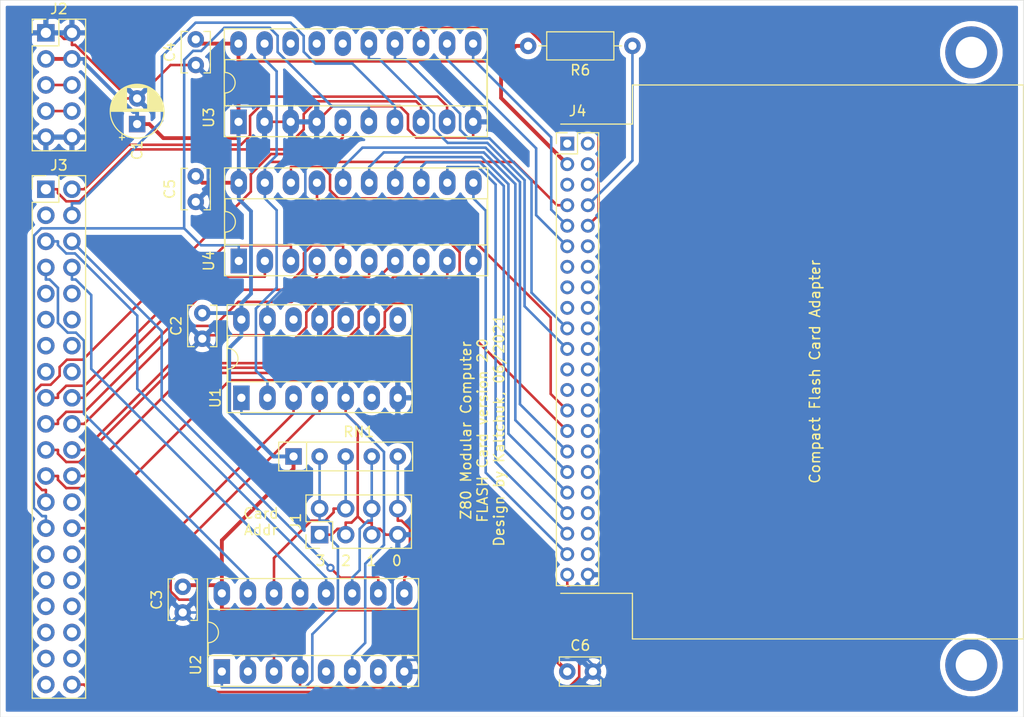
<source format=kicad_pcb>
(kicad_pcb (version 20171130) (host pcbnew "(5.1.4)-1")

  (general
    (thickness 1.6)
    (drawings 15)
    (tracks 469)
    (zones 0)
    (modules 16)
    (nets 101)
  )

  (page A4)
  (layers
    (0 F.Cu signal)
    (31 B.Cu signal)
    (32 B.Adhes user)
    (33 F.Adhes user)
    (34 B.Paste user)
    (35 F.Paste user)
    (36 B.SilkS user)
    (37 F.SilkS user)
    (38 B.Mask user)
    (39 F.Mask user)
    (40 Dwgs.User user)
    (41 Cmts.User user)
    (42 Eco1.User user)
    (43 Eco2.User user)
    (44 Edge.Cuts user)
    (45 Margin user)
    (46 B.CrtYd user)
    (47 F.CrtYd user)
    (48 B.Fab user)
    (49 F.Fab user hide)
  )

  (setup
    (last_trace_width 0.25)
    (trace_clearance 0.2)
    (zone_clearance 0.508)
    (zone_45_only no)
    (trace_min 0.2)
    (via_size 0.8)
    (via_drill 0.4)
    (via_min_size 0.4)
    (via_min_drill 0.3)
    (uvia_size 0.3)
    (uvia_drill 0.1)
    (uvias_allowed no)
    (uvia_min_size 0.2)
    (uvia_min_drill 0.1)
    (edge_width 0.05)
    (segment_width 0.2)
    (pcb_text_width 0.3)
    (pcb_text_size 1.5 1.5)
    (mod_edge_width 0.12)
    (mod_text_size 1 1)
    (mod_text_width 0.15)
    (pad_size 1.524 1.524)
    (pad_drill 0.762)
    (pad_to_mask_clearance 0.051)
    (solder_mask_min_width 0.25)
    (aux_axis_origin 0 0)
    (visible_elements 7FFFFFFF)
    (pcbplotparams
      (layerselection 0x010e0_ffffffff)
      (usegerberextensions false)
      (usegerberattributes false)
      (usegerberadvancedattributes false)
      (creategerberjobfile false)
      (excludeedgelayer true)
      (linewidth 0.100000)
      (plotframeref false)
      (viasonmask false)
      (mode 1)
      (useauxorigin false)
      (hpglpennumber 1)
      (hpglpenspeed 20)
      (hpglpendiameter 15.000000)
      (psnegative false)
      (psa4output false)
      (plotreference true)
      (plotvalue true)
      (plotinvisibletext false)
      (padsonsilk false)
      (subtractmaskfromsilk false)
      (outputformat 1)
      (mirror false)
      (drillshape 0)
      (scaleselection 1)
      (outputdirectory ""))
  )

  (net 0 "")
  (net 1 +5V)
  (net 2 GND)
  (net 3 "Net-(J1-Pad2)")
  (net 4 "Net-(J1-Pad4)")
  (net 5 "Net-(J1-Pad6)")
  (net 6 "Net-(J1-Pad8)")
  (net 7 /+12V)
  (net 8 /v1)
  (net 9 /a01)
  (net 10 /a00)
  (net 11 /a03)
  (net 12 /a02)
  (net 13 /a05)
  (net 14 /a04)
  (net 15 /a07)
  (net 16 /a06)
  (net 17 /a09)
  (net 18 /a08)
  (net 19 /a11)
  (net 20 /a10)
  (net 21 /a13)
  (net 22 /a12)
  (net 23 /a15)
  (net 24 /a14)
  (net 25 /d01)
  (net 26 /d00)
  (net 27 /d03)
  (net 28 /d02)
  (net 29 /d05)
  (net 30 /d04)
  (net 31 /d07)
  (net 32 /d06)
  (net 33 /wr)
  (net 34 /mreq)
  (net 35 /rd)
  (net 36 /iorq)
  (net 37 /busack)
  (net 38 /busrq)
  (net 39 /halt)
  (net 40 /wait)
  (net 41 /int)
  (net 42 /nmi)
  (net 43 /s1)
  (net 44 /s0)
  (net 45 /m1)
  (net 46 /s2)
  (net 47 /clk)
  (net 48 /reset)
  (net 49 /fd07)
  (net 50 /fd06)
  (net 51 /fd05)
  (net 52 /fd04)
  (net 53 /fd03)
  (net 54 /fd02)
  (net 55 /fd01)
  (net 56 /fd00)
  (net 57 /fwr)
  (net 58 /frd)
  (net 59 /fa01)
  (net 60 /fa00)
  (net 61 /fa02)
  (net 62 /cf_sel)
  (net 63 "Net-(U1-Pad1)")
  (net 64 "Net-(U1-Pad8)")
  (net 65 "Net-(U1-Pad10)")
  (net 66 "Net-(U1-Pad4)")
  (net 67 "Net-(U1-Pad12)")
  (net 68 "Net-(U1-Pad6)")
  (net 69 "Net-(U2-Pad5)")
  (net 70 "Net-(U2-Pad7)")
  (net 71 "Net-(U3-Pad16)")
  (net 72 "Net-(U3-Pad17)")
  (net 73 "Net-(U3-Pad18)")
  (net 74 "Net-(J4-Pad5)")
  (net 75 "Net-(J4-Pad13)")
  (net 76 "Net-(J4-Pad15)")
  (net 77 "Net-(J4-Pad17)")
  (net 78 "Net-(J4-Pad23)")
  (net 79 "Net-(J4-Pad25)")
  (net 80 "Net-(J4-Pad1)")
  (net 81 "Net-(J4-Pad2)")
  (net 82 "Net-(J4-Pad6)")
  (net 83 "Net-(J4-Pad14)")
  (net 84 "Net-(J4-Pad16)")
  (net 85 "Net-(J4-Pad18)")
  (net 86 "Net-(J4-Pad24)")
  (net 87 "Net-(J4-Pad26)")
  (net 88 "Net-(J4-Pad4)")
  (net 89 "Net-(J4-Pad8)")
  (net 90 "Net-(J4-Pad12)")
  (net 91 "Net-(J4-Pad20)")
  (net 92 "Net-(J4-Pad22)")
  (net 93 "Net-(J4-Pad28)")
  (net 94 "Net-(J4-Pad30)")
  (net 95 "Net-(J4-Pad32)")
  (net 96 "Net-(J4-Pad34)")
  (net 97 "Net-(J4-Pad36)")
  (net 98 "Net-(J4-Pad38)")
  (net 99 "Net-(J4-Pad40)")
  (net 100 "Net-(J4-Pad42)")

  (net_class Default "This is the default net class."
    (clearance 0.2)
    (trace_width 0.25)
    (via_dia 0.8)
    (via_drill 0.4)
    (uvia_dia 0.3)
    (uvia_drill 0.1)
    (add_net /+12V)
    (add_net /a00)
    (add_net /a01)
    (add_net /a02)
    (add_net /a03)
    (add_net /a04)
    (add_net /a05)
    (add_net /a06)
    (add_net /a07)
    (add_net /a08)
    (add_net /a09)
    (add_net /a10)
    (add_net /a11)
    (add_net /a12)
    (add_net /a13)
    (add_net /a14)
    (add_net /a15)
    (add_net /busack)
    (add_net /busrq)
    (add_net /cf_sel)
    (add_net /clk)
    (add_net /d00)
    (add_net /d01)
    (add_net /d02)
    (add_net /d03)
    (add_net /d04)
    (add_net /d05)
    (add_net /d06)
    (add_net /d07)
    (add_net /fa00)
    (add_net /fa01)
    (add_net /fa02)
    (add_net /fd00)
    (add_net /fd01)
    (add_net /fd02)
    (add_net /fd03)
    (add_net /fd04)
    (add_net /fd05)
    (add_net /fd06)
    (add_net /fd07)
    (add_net /frd)
    (add_net /fwr)
    (add_net /halt)
    (add_net /int)
    (add_net /iorq)
    (add_net /m1)
    (add_net /mreq)
    (add_net /nmi)
    (add_net /rd)
    (add_net /reset)
    (add_net /s0)
    (add_net /s1)
    (add_net /s2)
    (add_net /v1)
    (add_net /wait)
    (add_net /wr)
    (add_net GND)
    (add_net "Net-(J1-Pad2)")
    (add_net "Net-(J1-Pad4)")
    (add_net "Net-(J1-Pad6)")
    (add_net "Net-(J1-Pad8)")
    (add_net "Net-(J4-Pad1)")
    (add_net "Net-(J4-Pad12)")
    (add_net "Net-(J4-Pad13)")
    (add_net "Net-(J4-Pad14)")
    (add_net "Net-(J4-Pad15)")
    (add_net "Net-(J4-Pad16)")
    (add_net "Net-(J4-Pad17)")
    (add_net "Net-(J4-Pad18)")
    (add_net "Net-(J4-Pad2)")
    (add_net "Net-(J4-Pad20)")
    (add_net "Net-(J4-Pad22)")
    (add_net "Net-(J4-Pad23)")
    (add_net "Net-(J4-Pad24)")
    (add_net "Net-(J4-Pad25)")
    (add_net "Net-(J4-Pad26)")
    (add_net "Net-(J4-Pad28)")
    (add_net "Net-(J4-Pad30)")
    (add_net "Net-(J4-Pad32)")
    (add_net "Net-(J4-Pad34)")
    (add_net "Net-(J4-Pad36)")
    (add_net "Net-(J4-Pad38)")
    (add_net "Net-(J4-Pad4)")
    (add_net "Net-(J4-Pad40)")
    (add_net "Net-(J4-Pad42)")
    (add_net "Net-(J4-Pad5)")
    (add_net "Net-(J4-Pad6)")
    (add_net "Net-(J4-Pad8)")
    (add_net "Net-(U1-Pad1)")
    (add_net "Net-(U1-Pad10)")
    (add_net "Net-(U1-Pad12)")
    (add_net "Net-(U1-Pad4)")
    (add_net "Net-(U1-Pad6)")
    (add_net "Net-(U1-Pad8)")
    (add_net "Net-(U2-Pad5)")
    (add_net "Net-(U2-Pad7)")
    (add_net "Net-(U3-Pad16)")
    (add_net "Net-(U3-Pad17)")
    (add_net "Net-(U3-Pad18)")
  )

  (net_class Power ""
    (clearance 0.2)
    (trace_width 0.375001)
    (via_dia 0.8)
    (via_drill 0.4)
    (uvia_dia 0.3)
    (uvia_drill 0.1)
    (add_net +5V)
  )

  (module Connector_PinHeader_2.54mm:PinHeader_2x05_P2.54mm_Vertical (layer F.Cu) (tedit 59FED5CC) (tstamp 60D7B91E)
    (at 106.045 68.58)
    (descr "Through hole straight pin header, 2x05, 2.54mm pitch, double rows")
    (tags "Through hole pin header THT 2x05 2.54mm double row")
    (path /5DE110BD)
    (fp_text reference J2 (at 1.27 -2.33) (layer F.SilkS)
      (effects (font (size 1 1) (thickness 0.15)))
    )
    (fp_text value "Power Bus" (at 1.27 12.49) (layer F.Fab)
      (effects (font (size 1 1) (thickness 0.15)))
    )
    (fp_line (start 0 -1.27) (end 3.81 -1.27) (layer F.Fab) (width 0.1))
    (fp_line (start 3.81 -1.27) (end 3.81 11.43) (layer F.Fab) (width 0.1))
    (fp_line (start 3.81 11.43) (end -1.27 11.43) (layer F.Fab) (width 0.1))
    (fp_line (start -1.27 11.43) (end -1.27 0) (layer F.Fab) (width 0.1))
    (fp_line (start -1.27 0) (end 0 -1.27) (layer F.Fab) (width 0.1))
    (fp_line (start -1.33 11.49) (end 3.87 11.49) (layer F.SilkS) (width 0.12))
    (fp_line (start -1.33 1.27) (end -1.33 11.49) (layer F.SilkS) (width 0.12))
    (fp_line (start 3.87 -1.33) (end 3.87 11.49) (layer F.SilkS) (width 0.12))
    (fp_line (start -1.33 1.27) (end 1.27 1.27) (layer F.SilkS) (width 0.12))
    (fp_line (start 1.27 1.27) (end 1.27 -1.33) (layer F.SilkS) (width 0.12))
    (fp_line (start 1.27 -1.33) (end 3.87 -1.33) (layer F.SilkS) (width 0.12))
    (fp_line (start -1.33 0) (end -1.33 -1.33) (layer F.SilkS) (width 0.12))
    (fp_line (start -1.33 -1.33) (end 0 -1.33) (layer F.SilkS) (width 0.12))
    (fp_line (start -1.8 -1.8) (end -1.8 11.95) (layer F.CrtYd) (width 0.05))
    (fp_line (start -1.8 11.95) (end 4.35 11.95) (layer F.CrtYd) (width 0.05))
    (fp_line (start 4.35 11.95) (end 4.35 -1.8) (layer F.CrtYd) (width 0.05))
    (fp_line (start 4.35 -1.8) (end -1.8 -1.8) (layer F.CrtYd) (width 0.05))
    (fp_text user %R (at 1.27 5.08 90) (layer F.Fab)
      (effects (font (size 1 1) (thickness 0.15)))
    )
    (pad 1 thru_hole rect (at 0 0) (size 1.7 1.7) (drill 1) (layers *.Cu *.Mask)
      (net 2 GND))
    (pad 2 thru_hole oval (at 2.54 0) (size 1.7 1.7) (drill 1) (layers *.Cu *.Mask)
      (net 2 GND))
    (pad 3 thru_hole oval (at 0 2.54) (size 1.7 1.7) (drill 1) (layers *.Cu *.Mask)
      (net 1 +5V))
    (pad 4 thru_hole oval (at 2.54 2.54) (size 1.7 1.7) (drill 1) (layers *.Cu *.Mask)
      (net 1 +5V))
    (pad 5 thru_hole oval (at 0 5.08) (size 1.7 1.7) (drill 1) (layers *.Cu *.Mask)
      (net 7 /+12V))
    (pad 6 thru_hole oval (at 2.54 5.08) (size 1.7 1.7) (drill 1) (layers *.Cu *.Mask)
      (net 7 /+12V))
    (pad 7 thru_hole oval (at 0 7.62) (size 1.7 1.7) (drill 1) (layers *.Cu *.Mask)
      (net 8 /v1))
    (pad 8 thru_hole oval (at 2.54 7.62) (size 1.7 1.7) (drill 1) (layers *.Cu *.Mask)
      (net 8 /v1))
    (pad 9 thru_hole oval (at 0 10.16) (size 1.7 1.7) (drill 1) (layers *.Cu *.Mask)
      (net 2 GND))
    (pad 10 thru_hole oval (at 2.54 10.16) (size 1.7 1.7) (drill 1) (layers *.Cu *.Mask)
      (net 2 GND))
    (model ${KISYS3DMOD}/Connector_PinHeader_2.54mm.3dshapes/PinHeader_2x05_P2.54mm_Vertical.wrl
      (at (xyz 0 0 0))
      (scale (xyz 1 1 1))
      (rotate (xyz 0 0 0))
    )
  )

  (module Capacitor_THT:CP_Radial_D5.0mm_P2.50mm (layer F.Cu) (tedit 5AE50EF0) (tstamp 60D7B877)
    (at 114.935 77.47 90)
    (descr "CP, Radial series, Radial, pin pitch=2.50mm, , diameter=5mm, Electrolytic Capacitor")
    (tags "CP Radial series Radial pin pitch 2.50mm  diameter 5mm Electrolytic Capacitor")
    (path /5F592784)
    (fp_text reference C1 (at -2.54 0 90) (layer F.SilkS)
      (effects (font (size 1 1) (thickness 0.15)))
    )
    (fp_text value 10uF (at 1.25 3.75 90) (layer F.Fab)
      (effects (font (size 1 1) (thickness 0.15)))
    )
    (fp_circle (center 1.25 0) (end 3.75 0) (layer F.Fab) (width 0.1))
    (fp_circle (center 1.25 0) (end 3.87 0) (layer F.SilkS) (width 0.12))
    (fp_circle (center 1.25 0) (end 4 0) (layer F.CrtYd) (width 0.05))
    (fp_line (start -0.883605 -1.0875) (end -0.383605 -1.0875) (layer F.Fab) (width 0.1))
    (fp_line (start -0.633605 -1.3375) (end -0.633605 -0.8375) (layer F.Fab) (width 0.1))
    (fp_line (start 1.25 -2.58) (end 1.25 2.58) (layer F.SilkS) (width 0.12))
    (fp_line (start 1.29 -2.58) (end 1.29 2.58) (layer F.SilkS) (width 0.12))
    (fp_line (start 1.33 -2.579) (end 1.33 2.579) (layer F.SilkS) (width 0.12))
    (fp_line (start 1.37 -2.578) (end 1.37 2.578) (layer F.SilkS) (width 0.12))
    (fp_line (start 1.41 -2.576) (end 1.41 2.576) (layer F.SilkS) (width 0.12))
    (fp_line (start 1.45 -2.573) (end 1.45 2.573) (layer F.SilkS) (width 0.12))
    (fp_line (start 1.49 -2.569) (end 1.49 -1.04) (layer F.SilkS) (width 0.12))
    (fp_line (start 1.49 1.04) (end 1.49 2.569) (layer F.SilkS) (width 0.12))
    (fp_line (start 1.53 -2.565) (end 1.53 -1.04) (layer F.SilkS) (width 0.12))
    (fp_line (start 1.53 1.04) (end 1.53 2.565) (layer F.SilkS) (width 0.12))
    (fp_line (start 1.57 -2.561) (end 1.57 -1.04) (layer F.SilkS) (width 0.12))
    (fp_line (start 1.57 1.04) (end 1.57 2.561) (layer F.SilkS) (width 0.12))
    (fp_line (start 1.61 -2.556) (end 1.61 -1.04) (layer F.SilkS) (width 0.12))
    (fp_line (start 1.61 1.04) (end 1.61 2.556) (layer F.SilkS) (width 0.12))
    (fp_line (start 1.65 -2.55) (end 1.65 -1.04) (layer F.SilkS) (width 0.12))
    (fp_line (start 1.65 1.04) (end 1.65 2.55) (layer F.SilkS) (width 0.12))
    (fp_line (start 1.69 -2.543) (end 1.69 -1.04) (layer F.SilkS) (width 0.12))
    (fp_line (start 1.69 1.04) (end 1.69 2.543) (layer F.SilkS) (width 0.12))
    (fp_line (start 1.73 -2.536) (end 1.73 -1.04) (layer F.SilkS) (width 0.12))
    (fp_line (start 1.73 1.04) (end 1.73 2.536) (layer F.SilkS) (width 0.12))
    (fp_line (start 1.77 -2.528) (end 1.77 -1.04) (layer F.SilkS) (width 0.12))
    (fp_line (start 1.77 1.04) (end 1.77 2.528) (layer F.SilkS) (width 0.12))
    (fp_line (start 1.81 -2.52) (end 1.81 -1.04) (layer F.SilkS) (width 0.12))
    (fp_line (start 1.81 1.04) (end 1.81 2.52) (layer F.SilkS) (width 0.12))
    (fp_line (start 1.85 -2.511) (end 1.85 -1.04) (layer F.SilkS) (width 0.12))
    (fp_line (start 1.85 1.04) (end 1.85 2.511) (layer F.SilkS) (width 0.12))
    (fp_line (start 1.89 -2.501) (end 1.89 -1.04) (layer F.SilkS) (width 0.12))
    (fp_line (start 1.89 1.04) (end 1.89 2.501) (layer F.SilkS) (width 0.12))
    (fp_line (start 1.93 -2.491) (end 1.93 -1.04) (layer F.SilkS) (width 0.12))
    (fp_line (start 1.93 1.04) (end 1.93 2.491) (layer F.SilkS) (width 0.12))
    (fp_line (start 1.971 -2.48) (end 1.971 -1.04) (layer F.SilkS) (width 0.12))
    (fp_line (start 1.971 1.04) (end 1.971 2.48) (layer F.SilkS) (width 0.12))
    (fp_line (start 2.011 -2.468) (end 2.011 -1.04) (layer F.SilkS) (width 0.12))
    (fp_line (start 2.011 1.04) (end 2.011 2.468) (layer F.SilkS) (width 0.12))
    (fp_line (start 2.051 -2.455) (end 2.051 -1.04) (layer F.SilkS) (width 0.12))
    (fp_line (start 2.051 1.04) (end 2.051 2.455) (layer F.SilkS) (width 0.12))
    (fp_line (start 2.091 -2.442) (end 2.091 -1.04) (layer F.SilkS) (width 0.12))
    (fp_line (start 2.091 1.04) (end 2.091 2.442) (layer F.SilkS) (width 0.12))
    (fp_line (start 2.131 -2.428) (end 2.131 -1.04) (layer F.SilkS) (width 0.12))
    (fp_line (start 2.131 1.04) (end 2.131 2.428) (layer F.SilkS) (width 0.12))
    (fp_line (start 2.171 -2.414) (end 2.171 -1.04) (layer F.SilkS) (width 0.12))
    (fp_line (start 2.171 1.04) (end 2.171 2.414) (layer F.SilkS) (width 0.12))
    (fp_line (start 2.211 -2.398) (end 2.211 -1.04) (layer F.SilkS) (width 0.12))
    (fp_line (start 2.211 1.04) (end 2.211 2.398) (layer F.SilkS) (width 0.12))
    (fp_line (start 2.251 -2.382) (end 2.251 -1.04) (layer F.SilkS) (width 0.12))
    (fp_line (start 2.251 1.04) (end 2.251 2.382) (layer F.SilkS) (width 0.12))
    (fp_line (start 2.291 -2.365) (end 2.291 -1.04) (layer F.SilkS) (width 0.12))
    (fp_line (start 2.291 1.04) (end 2.291 2.365) (layer F.SilkS) (width 0.12))
    (fp_line (start 2.331 -2.348) (end 2.331 -1.04) (layer F.SilkS) (width 0.12))
    (fp_line (start 2.331 1.04) (end 2.331 2.348) (layer F.SilkS) (width 0.12))
    (fp_line (start 2.371 -2.329) (end 2.371 -1.04) (layer F.SilkS) (width 0.12))
    (fp_line (start 2.371 1.04) (end 2.371 2.329) (layer F.SilkS) (width 0.12))
    (fp_line (start 2.411 -2.31) (end 2.411 -1.04) (layer F.SilkS) (width 0.12))
    (fp_line (start 2.411 1.04) (end 2.411 2.31) (layer F.SilkS) (width 0.12))
    (fp_line (start 2.451 -2.29) (end 2.451 -1.04) (layer F.SilkS) (width 0.12))
    (fp_line (start 2.451 1.04) (end 2.451 2.29) (layer F.SilkS) (width 0.12))
    (fp_line (start 2.491 -2.268) (end 2.491 -1.04) (layer F.SilkS) (width 0.12))
    (fp_line (start 2.491 1.04) (end 2.491 2.268) (layer F.SilkS) (width 0.12))
    (fp_line (start 2.531 -2.247) (end 2.531 -1.04) (layer F.SilkS) (width 0.12))
    (fp_line (start 2.531 1.04) (end 2.531 2.247) (layer F.SilkS) (width 0.12))
    (fp_line (start 2.571 -2.224) (end 2.571 -1.04) (layer F.SilkS) (width 0.12))
    (fp_line (start 2.571 1.04) (end 2.571 2.224) (layer F.SilkS) (width 0.12))
    (fp_line (start 2.611 -2.2) (end 2.611 -1.04) (layer F.SilkS) (width 0.12))
    (fp_line (start 2.611 1.04) (end 2.611 2.2) (layer F.SilkS) (width 0.12))
    (fp_line (start 2.651 -2.175) (end 2.651 -1.04) (layer F.SilkS) (width 0.12))
    (fp_line (start 2.651 1.04) (end 2.651 2.175) (layer F.SilkS) (width 0.12))
    (fp_line (start 2.691 -2.149) (end 2.691 -1.04) (layer F.SilkS) (width 0.12))
    (fp_line (start 2.691 1.04) (end 2.691 2.149) (layer F.SilkS) (width 0.12))
    (fp_line (start 2.731 -2.122) (end 2.731 -1.04) (layer F.SilkS) (width 0.12))
    (fp_line (start 2.731 1.04) (end 2.731 2.122) (layer F.SilkS) (width 0.12))
    (fp_line (start 2.771 -2.095) (end 2.771 -1.04) (layer F.SilkS) (width 0.12))
    (fp_line (start 2.771 1.04) (end 2.771 2.095) (layer F.SilkS) (width 0.12))
    (fp_line (start 2.811 -2.065) (end 2.811 -1.04) (layer F.SilkS) (width 0.12))
    (fp_line (start 2.811 1.04) (end 2.811 2.065) (layer F.SilkS) (width 0.12))
    (fp_line (start 2.851 -2.035) (end 2.851 -1.04) (layer F.SilkS) (width 0.12))
    (fp_line (start 2.851 1.04) (end 2.851 2.035) (layer F.SilkS) (width 0.12))
    (fp_line (start 2.891 -2.004) (end 2.891 -1.04) (layer F.SilkS) (width 0.12))
    (fp_line (start 2.891 1.04) (end 2.891 2.004) (layer F.SilkS) (width 0.12))
    (fp_line (start 2.931 -1.971) (end 2.931 -1.04) (layer F.SilkS) (width 0.12))
    (fp_line (start 2.931 1.04) (end 2.931 1.971) (layer F.SilkS) (width 0.12))
    (fp_line (start 2.971 -1.937) (end 2.971 -1.04) (layer F.SilkS) (width 0.12))
    (fp_line (start 2.971 1.04) (end 2.971 1.937) (layer F.SilkS) (width 0.12))
    (fp_line (start 3.011 -1.901) (end 3.011 -1.04) (layer F.SilkS) (width 0.12))
    (fp_line (start 3.011 1.04) (end 3.011 1.901) (layer F.SilkS) (width 0.12))
    (fp_line (start 3.051 -1.864) (end 3.051 -1.04) (layer F.SilkS) (width 0.12))
    (fp_line (start 3.051 1.04) (end 3.051 1.864) (layer F.SilkS) (width 0.12))
    (fp_line (start 3.091 -1.826) (end 3.091 -1.04) (layer F.SilkS) (width 0.12))
    (fp_line (start 3.091 1.04) (end 3.091 1.826) (layer F.SilkS) (width 0.12))
    (fp_line (start 3.131 -1.785) (end 3.131 -1.04) (layer F.SilkS) (width 0.12))
    (fp_line (start 3.131 1.04) (end 3.131 1.785) (layer F.SilkS) (width 0.12))
    (fp_line (start 3.171 -1.743) (end 3.171 -1.04) (layer F.SilkS) (width 0.12))
    (fp_line (start 3.171 1.04) (end 3.171 1.743) (layer F.SilkS) (width 0.12))
    (fp_line (start 3.211 -1.699) (end 3.211 -1.04) (layer F.SilkS) (width 0.12))
    (fp_line (start 3.211 1.04) (end 3.211 1.699) (layer F.SilkS) (width 0.12))
    (fp_line (start 3.251 -1.653) (end 3.251 -1.04) (layer F.SilkS) (width 0.12))
    (fp_line (start 3.251 1.04) (end 3.251 1.653) (layer F.SilkS) (width 0.12))
    (fp_line (start 3.291 -1.605) (end 3.291 -1.04) (layer F.SilkS) (width 0.12))
    (fp_line (start 3.291 1.04) (end 3.291 1.605) (layer F.SilkS) (width 0.12))
    (fp_line (start 3.331 -1.554) (end 3.331 -1.04) (layer F.SilkS) (width 0.12))
    (fp_line (start 3.331 1.04) (end 3.331 1.554) (layer F.SilkS) (width 0.12))
    (fp_line (start 3.371 -1.5) (end 3.371 -1.04) (layer F.SilkS) (width 0.12))
    (fp_line (start 3.371 1.04) (end 3.371 1.5) (layer F.SilkS) (width 0.12))
    (fp_line (start 3.411 -1.443) (end 3.411 -1.04) (layer F.SilkS) (width 0.12))
    (fp_line (start 3.411 1.04) (end 3.411 1.443) (layer F.SilkS) (width 0.12))
    (fp_line (start 3.451 -1.383) (end 3.451 -1.04) (layer F.SilkS) (width 0.12))
    (fp_line (start 3.451 1.04) (end 3.451 1.383) (layer F.SilkS) (width 0.12))
    (fp_line (start 3.491 -1.319) (end 3.491 -1.04) (layer F.SilkS) (width 0.12))
    (fp_line (start 3.491 1.04) (end 3.491 1.319) (layer F.SilkS) (width 0.12))
    (fp_line (start 3.531 -1.251) (end 3.531 -1.04) (layer F.SilkS) (width 0.12))
    (fp_line (start 3.531 1.04) (end 3.531 1.251) (layer F.SilkS) (width 0.12))
    (fp_line (start 3.571 -1.178) (end 3.571 1.178) (layer F.SilkS) (width 0.12))
    (fp_line (start 3.611 -1.098) (end 3.611 1.098) (layer F.SilkS) (width 0.12))
    (fp_line (start 3.651 -1.011) (end 3.651 1.011) (layer F.SilkS) (width 0.12))
    (fp_line (start 3.691 -0.915) (end 3.691 0.915) (layer F.SilkS) (width 0.12))
    (fp_line (start 3.731 -0.805) (end 3.731 0.805) (layer F.SilkS) (width 0.12))
    (fp_line (start 3.771 -0.677) (end 3.771 0.677) (layer F.SilkS) (width 0.12))
    (fp_line (start 3.811 -0.518) (end 3.811 0.518) (layer F.SilkS) (width 0.12))
    (fp_line (start 3.851 -0.284) (end 3.851 0.284) (layer F.SilkS) (width 0.12))
    (fp_line (start -1.554775 -1.475) (end -1.054775 -1.475) (layer F.SilkS) (width 0.12))
    (fp_line (start -1.304775 -1.725) (end -1.304775 -1.225) (layer F.SilkS) (width 0.12))
    (fp_text user %R (at 1.25 0 90) (layer F.Fab)
      (effects (font (size 1 1) (thickness 0.15)))
    )
    (pad 1 thru_hole rect (at 0 0 90) (size 1.6 1.6) (drill 0.8) (layers *.Cu *.Mask)
      (net 1 +5V))
    (pad 2 thru_hole circle (at 2.5 0 90) (size 1.6 1.6) (drill 0.8) (layers *.Cu *.Mask)
      (net 2 GND))
    (model ${KISYS3DMOD}/Capacitor_THT.3dshapes/CP_Radial_D5.0mm_P2.50mm.wrl
      (at (xyz 0 0 0))
      (scale (xyz 1 1 1))
      (rotate (xyz 0 0 0))
    )
  )

  (module Capacitor_THT:C_Disc_D3.8mm_W2.6mm_P2.50mm (layer F.Cu) (tedit 5AE50EF0) (tstamp 60D7B88C)
    (at 121.285 95.885 270)
    (descr "C, Disc series, Radial, pin pitch=2.50mm, , diameter*width=3.8*2.6mm^2, Capacitor, http://www.vishay.com/docs/45233/krseries.pdf")
    (tags "C Disc series Radial pin pitch 2.50mm  diameter 3.8mm width 2.6mm Capacitor")
    (path /60D98475)
    (fp_text reference C2 (at 1.25 2.54 90) (layer F.SilkS)
      (effects (font (size 1 1) (thickness 0.15)))
    )
    (fp_text value 10nF (at 1.25 2.55 90) (layer F.Fab)
      (effects (font (size 1 1) (thickness 0.15)))
    )
    (fp_line (start -0.65 -1.3) (end -0.65 1.3) (layer F.Fab) (width 0.1))
    (fp_line (start -0.65 1.3) (end 3.15 1.3) (layer F.Fab) (width 0.1))
    (fp_line (start 3.15 1.3) (end 3.15 -1.3) (layer F.Fab) (width 0.1))
    (fp_line (start 3.15 -1.3) (end -0.65 -1.3) (layer F.Fab) (width 0.1))
    (fp_line (start -0.77 -1.42) (end 3.27 -1.42) (layer F.SilkS) (width 0.12))
    (fp_line (start -0.77 1.42) (end 3.27 1.42) (layer F.SilkS) (width 0.12))
    (fp_line (start -0.77 -1.42) (end -0.77 -0.795) (layer F.SilkS) (width 0.12))
    (fp_line (start -0.77 0.795) (end -0.77 1.42) (layer F.SilkS) (width 0.12))
    (fp_line (start 3.27 -1.42) (end 3.27 -0.795) (layer F.SilkS) (width 0.12))
    (fp_line (start 3.27 0.795) (end 3.27 1.42) (layer F.SilkS) (width 0.12))
    (fp_line (start -1.05 -1.55) (end -1.05 1.55) (layer F.CrtYd) (width 0.05))
    (fp_line (start -1.05 1.55) (end 3.55 1.55) (layer F.CrtYd) (width 0.05))
    (fp_line (start 3.55 1.55) (end 3.55 -1.55) (layer F.CrtYd) (width 0.05))
    (fp_line (start 3.55 -1.55) (end -1.05 -1.55) (layer F.CrtYd) (width 0.05))
    (fp_text user %R (at 1.25 0 90) (layer F.Fab)
      (effects (font (size 0.76 0.76) (thickness 0.114)))
    )
    (pad 1 thru_hole circle (at 0 0 270) (size 1.6 1.6) (drill 0.8) (layers *.Cu *.Mask)
      (net 1 +5V))
    (pad 2 thru_hole circle (at 2.5 0 270) (size 1.6 1.6) (drill 0.8) (layers *.Cu *.Mask)
      (net 2 GND))
    (model ${KISYS3DMOD}/Capacitor_THT.3dshapes/C_Disc_D3.8mm_W2.6mm_P2.50mm.wrl
      (at (xyz 0 0 0))
      (scale (xyz 1 1 1))
      (rotate (xyz 0 0 0))
    )
  )

  (module Capacitor_THT:C_Disc_D3.8mm_W2.6mm_P2.50mm (layer F.Cu) (tedit 5AE50EF0) (tstamp 60D7B8A1)
    (at 119.38 122.555 270)
    (descr "C, Disc series, Radial, pin pitch=2.50mm, , diameter*width=3.8*2.6mm^2, Capacitor, http://www.vishay.com/docs/45233/krseries.pdf")
    (tags "C Disc series Radial pin pitch 2.50mm  diameter 3.8mm width 2.6mm Capacitor")
    (path /60D8C18B)
    (fp_text reference C3 (at 1.27 2.54 90) (layer F.SilkS)
      (effects (font (size 1 1) (thickness 0.15)))
    )
    (fp_text value 10nF (at 1.25 2.55 90) (layer F.Fab)
      (effects (font (size 1 1) (thickness 0.15)))
    )
    (fp_line (start -0.65 -1.3) (end -0.65 1.3) (layer F.Fab) (width 0.1))
    (fp_line (start -0.65 1.3) (end 3.15 1.3) (layer F.Fab) (width 0.1))
    (fp_line (start 3.15 1.3) (end 3.15 -1.3) (layer F.Fab) (width 0.1))
    (fp_line (start 3.15 -1.3) (end -0.65 -1.3) (layer F.Fab) (width 0.1))
    (fp_line (start -0.77 -1.42) (end 3.27 -1.42) (layer F.SilkS) (width 0.12))
    (fp_line (start -0.77 1.42) (end 3.27 1.42) (layer F.SilkS) (width 0.12))
    (fp_line (start -0.77 -1.42) (end -0.77 -0.795) (layer F.SilkS) (width 0.12))
    (fp_line (start -0.77 0.795) (end -0.77 1.42) (layer F.SilkS) (width 0.12))
    (fp_line (start 3.27 -1.42) (end 3.27 -0.795) (layer F.SilkS) (width 0.12))
    (fp_line (start 3.27 0.795) (end 3.27 1.42) (layer F.SilkS) (width 0.12))
    (fp_line (start -1.05 -1.55) (end -1.05 1.55) (layer F.CrtYd) (width 0.05))
    (fp_line (start -1.05 1.55) (end 3.55 1.55) (layer F.CrtYd) (width 0.05))
    (fp_line (start 3.55 1.55) (end 3.55 -1.55) (layer F.CrtYd) (width 0.05))
    (fp_line (start 3.55 -1.55) (end -1.05 -1.55) (layer F.CrtYd) (width 0.05))
    (fp_text user %R (at 1.25 0 90) (layer F.Fab)
      (effects (font (size 0.76 0.76) (thickness 0.114)))
    )
    (pad 1 thru_hole circle (at 0 0 270) (size 1.6 1.6) (drill 0.8) (layers *.Cu *.Mask)
      (net 1 +5V))
    (pad 2 thru_hole circle (at 2.5 0 270) (size 1.6 1.6) (drill 0.8) (layers *.Cu *.Mask)
      (net 2 GND))
    (model ${KISYS3DMOD}/Capacitor_THT.3dshapes/C_Disc_D3.8mm_W2.6mm_P2.50mm.wrl
      (at (xyz 0 0 0))
      (scale (xyz 1 1 1))
      (rotate (xyz 0 0 0))
    )
  )

  (module Capacitor_THT:C_Disc_D3.8mm_W2.6mm_P2.50mm (layer F.Cu) (tedit 5AE50EF0) (tstamp 60D7B8B6)
    (at 120.65 69.215 270)
    (descr "C, Disc series, Radial, pin pitch=2.50mm, , diameter*width=3.8*2.6mm^2, Capacitor, http://www.vishay.com/docs/45233/krseries.pdf")
    (tags "C Disc series Radial pin pitch 2.50mm  diameter 3.8mm width 2.6mm Capacitor")
    (path /60D8CAF5)
    (fp_text reference C4 (at 1.25 2.54 90) (layer F.SilkS)
      (effects (font (size 1 1) (thickness 0.15)))
    )
    (fp_text value 10nF (at 1.25 2.55 90) (layer F.Fab)
      (effects (font (size 1 1) (thickness 0.15)))
    )
    (fp_text user %R (at 1.25 0 90) (layer F.Fab)
      (effects (font (size 0.76 0.76) (thickness 0.114)))
    )
    (fp_line (start 3.55 -1.55) (end -1.05 -1.55) (layer F.CrtYd) (width 0.05))
    (fp_line (start 3.55 1.55) (end 3.55 -1.55) (layer F.CrtYd) (width 0.05))
    (fp_line (start -1.05 1.55) (end 3.55 1.55) (layer F.CrtYd) (width 0.05))
    (fp_line (start -1.05 -1.55) (end -1.05 1.55) (layer F.CrtYd) (width 0.05))
    (fp_line (start 3.27 0.795) (end 3.27 1.42) (layer F.SilkS) (width 0.12))
    (fp_line (start 3.27 -1.42) (end 3.27 -0.795) (layer F.SilkS) (width 0.12))
    (fp_line (start -0.77 0.795) (end -0.77 1.42) (layer F.SilkS) (width 0.12))
    (fp_line (start -0.77 -1.42) (end -0.77 -0.795) (layer F.SilkS) (width 0.12))
    (fp_line (start -0.77 1.42) (end 3.27 1.42) (layer F.SilkS) (width 0.12))
    (fp_line (start -0.77 -1.42) (end 3.27 -1.42) (layer F.SilkS) (width 0.12))
    (fp_line (start 3.15 -1.3) (end -0.65 -1.3) (layer F.Fab) (width 0.1))
    (fp_line (start 3.15 1.3) (end 3.15 -1.3) (layer F.Fab) (width 0.1))
    (fp_line (start -0.65 1.3) (end 3.15 1.3) (layer F.Fab) (width 0.1))
    (fp_line (start -0.65 -1.3) (end -0.65 1.3) (layer F.Fab) (width 0.1))
    (pad 2 thru_hole circle (at 2.5 0 270) (size 1.6 1.6) (drill 0.8) (layers *.Cu *.Mask)
      (net 2 GND))
    (pad 1 thru_hole circle (at 0 0 270) (size 1.6 1.6) (drill 0.8) (layers *.Cu *.Mask)
      (net 1 +5V))
    (model ${KISYS3DMOD}/Capacitor_THT.3dshapes/C_Disc_D3.8mm_W2.6mm_P2.50mm.wrl
      (at (xyz 0 0 0))
      (scale (xyz 1 1 1))
      (rotate (xyz 0 0 0))
    )
  )

  (module Capacitor_THT:C_Disc_D3.8mm_W2.6mm_P2.50mm (layer F.Cu) (tedit 5AE50EF0) (tstamp 60D7B8CB)
    (at 120.65 82.55 270)
    (descr "C, Disc series, Radial, pin pitch=2.50mm, , diameter*width=3.8*2.6mm^2, Capacitor, http://www.vishay.com/docs/45233/krseries.pdf")
    (tags "C Disc series Radial pin pitch 2.50mm  diameter 3.8mm width 2.6mm Capacitor")
    (path /60D8D1C8)
    (fp_text reference C5 (at 1.25 2.54 90) (layer F.SilkS)
      (effects (font (size 1 1) (thickness 0.15)))
    )
    (fp_text value 10nF (at 1.25 2.55 90) (layer F.Fab)
      (effects (font (size 1 1) (thickness 0.15)))
    )
    (fp_line (start -0.65 -1.3) (end -0.65 1.3) (layer F.Fab) (width 0.1))
    (fp_line (start -0.65 1.3) (end 3.15 1.3) (layer F.Fab) (width 0.1))
    (fp_line (start 3.15 1.3) (end 3.15 -1.3) (layer F.Fab) (width 0.1))
    (fp_line (start 3.15 -1.3) (end -0.65 -1.3) (layer F.Fab) (width 0.1))
    (fp_line (start -0.77 -1.42) (end 3.27 -1.42) (layer F.SilkS) (width 0.12))
    (fp_line (start -0.77 1.42) (end 3.27 1.42) (layer F.SilkS) (width 0.12))
    (fp_line (start -0.77 -1.42) (end -0.77 -0.795) (layer F.SilkS) (width 0.12))
    (fp_line (start -0.77 0.795) (end -0.77 1.42) (layer F.SilkS) (width 0.12))
    (fp_line (start 3.27 -1.42) (end 3.27 -0.795) (layer F.SilkS) (width 0.12))
    (fp_line (start 3.27 0.795) (end 3.27 1.42) (layer F.SilkS) (width 0.12))
    (fp_line (start -1.05 -1.55) (end -1.05 1.55) (layer F.CrtYd) (width 0.05))
    (fp_line (start -1.05 1.55) (end 3.55 1.55) (layer F.CrtYd) (width 0.05))
    (fp_line (start 3.55 1.55) (end 3.55 -1.55) (layer F.CrtYd) (width 0.05))
    (fp_line (start 3.55 -1.55) (end -1.05 -1.55) (layer F.CrtYd) (width 0.05))
    (fp_text user %R (at 1.25 0 90) (layer F.Fab)
      (effects (font (size 0.76 0.76) (thickness 0.114)))
    )
    (pad 1 thru_hole circle (at 0 0 270) (size 1.6 1.6) (drill 0.8) (layers *.Cu *.Mask)
      (net 1 +5V))
    (pad 2 thru_hole circle (at 2.5 0 270) (size 1.6 1.6) (drill 0.8) (layers *.Cu *.Mask)
      (net 2 GND))
    (model ${KISYS3DMOD}/Capacitor_THT.3dshapes/C_Disc_D3.8mm_W2.6mm_P2.50mm.wrl
      (at (xyz 0 0 0))
      (scale (xyz 1 1 1))
      (rotate (xyz 0 0 0))
    )
  )

  (module Capacitor_THT:C_Disc_D3.8mm_W2.6mm_P2.50mm (layer F.Cu) (tedit 5AE50EF0) (tstamp 60D7B8E0)
    (at 156.845 130.81)
    (descr "C, Disc series, Radial, pin pitch=2.50mm, , diameter*width=3.8*2.6mm^2, Capacitor, http://www.vishay.com/docs/45233/krseries.pdf")
    (tags "C Disc series Radial pin pitch 2.50mm  diameter 3.8mm width 2.6mm Capacitor")
    (path /60D8DCBE)
    (fp_text reference C6 (at 1.27 -2.54) (layer F.SilkS)
      (effects (font (size 1 1) (thickness 0.15)))
    )
    (fp_text value 10nF (at 1.25 2.55) (layer F.Fab)
      (effects (font (size 1 1) (thickness 0.15)))
    )
    (fp_text user %R (at 1.25 0) (layer F.Fab)
      (effects (font (size 0.76 0.76) (thickness 0.114)))
    )
    (fp_line (start 3.55 -1.55) (end -1.05 -1.55) (layer F.CrtYd) (width 0.05))
    (fp_line (start 3.55 1.55) (end 3.55 -1.55) (layer F.CrtYd) (width 0.05))
    (fp_line (start -1.05 1.55) (end 3.55 1.55) (layer F.CrtYd) (width 0.05))
    (fp_line (start -1.05 -1.55) (end -1.05 1.55) (layer F.CrtYd) (width 0.05))
    (fp_line (start 3.27 0.795) (end 3.27 1.42) (layer F.SilkS) (width 0.12))
    (fp_line (start 3.27 -1.42) (end 3.27 -0.795) (layer F.SilkS) (width 0.12))
    (fp_line (start -0.77 0.795) (end -0.77 1.42) (layer F.SilkS) (width 0.12))
    (fp_line (start -0.77 -1.42) (end -0.77 -0.795) (layer F.SilkS) (width 0.12))
    (fp_line (start -0.77 1.42) (end 3.27 1.42) (layer F.SilkS) (width 0.12))
    (fp_line (start -0.77 -1.42) (end 3.27 -1.42) (layer F.SilkS) (width 0.12))
    (fp_line (start 3.15 -1.3) (end -0.65 -1.3) (layer F.Fab) (width 0.1))
    (fp_line (start 3.15 1.3) (end 3.15 -1.3) (layer F.Fab) (width 0.1))
    (fp_line (start -0.65 1.3) (end 3.15 1.3) (layer F.Fab) (width 0.1))
    (fp_line (start -0.65 -1.3) (end -0.65 1.3) (layer F.Fab) (width 0.1))
    (pad 2 thru_hole circle (at 2.5 0) (size 1.6 1.6) (drill 0.8) (layers *.Cu *.Mask)
      (net 2 GND))
    (pad 1 thru_hole circle (at 0 0) (size 1.6 1.6) (drill 0.8) (layers *.Cu *.Mask)
      (net 1 +5V))
    (model ${KISYS3DMOD}/Capacitor_THT.3dshapes/C_Disc_D3.8mm_W2.6mm_P2.50mm.wrl
      (at (xyz 0 0 0))
      (scale (xyz 1 1 1))
      (rotate (xyz 0 0 0))
    )
  )

  (module Connector_PinHeader_2.54mm:PinHeader_2x04_P2.54mm_Vertical (layer F.Cu) (tedit 59FED5CC) (tstamp 60D7B8FE)
    (at 132.715 117.475 90)
    (descr "Through hole straight pin header, 2x04, 2.54mm pitch, double rows")
    (tags "Through hole pin header THT 2x04 2.54mm double row")
    (path /5E8D5E71)
    (fp_text reference J1 (at 1.27 -2.33 90) (layer F.SilkS)
      (effects (font (size 1 1) (thickness 0.15)))
    )
    (fp_text value "card addr" (at 1.27 9.95 90) (layer F.Fab)
      (effects (font (size 1 1) (thickness 0.15)))
    )
    (fp_line (start 0 -1.27) (end 3.81 -1.27) (layer F.Fab) (width 0.1))
    (fp_line (start 3.81 -1.27) (end 3.81 8.89) (layer F.Fab) (width 0.1))
    (fp_line (start 3.81 8.89) (end -1.27 8.89) (layer F.Fab) (width 0.1))
    (fp_line (start -1.27 8.89) (end -1.27 0) (layer F.Fab) (width 0.1))
    (fp_line (start -1.27 0) (end 0 -1.27) (layer F.Fab) (width 0.1))
    (fp_line (start -1.33 8.95) (end 3.87 8.95) (layer F.SilkS) (width 0.12))
    (fp_line (start -1.33 1.27) (end -1.33 8.95) (layer F.SilkS) (width 0.12))
    (fp_line (start 3.87 -1.33) (end 3.87 8.95) (layer F.SilkS) (width 0.12))
    (fp_line (start -1.33 1.27) (end 1.27 1.27) (layer F.SilkS) (width 0.12))
    (fp_line (start 1.27 1.27) (end 1.27 -1.33) (layer F.SilkS) (width 0.12))
    (fp_line (start 1.27 -1.33) (end 3.87 -1.33) (layer F.SilkS) (width 0.12))
    (fp_line (start -1.33 0) (end -1.33 -1.33) (layer F.SilkS) (width 0.12))
    (fp_line (start -1.33 -1.33) (end 0 -1.33) (layer F.SilkS) (width 0.12))
    (fp_line (start -1.8 -1.8) (end -1.8 9.4) (layer F.CrtYd) (width 0.05))
    (fp_line (start -1.8 9.4) (end 4.35 9.4) (layer F.CrtYd) (width 0.05))
    (fp_line (start 4.35 9.4) (end 4.35 -1.8) (layer F.CrtYd) (width 0.05))
    (fp_line (start 4.35 -1.8) (end -1.8 -1.8) (layer F.CrtYd) (width 0.05))
    (fp_text user %R (at 1.27 3.81) (layer F.Fab)
      (effects (font (size 1 1) (thickness 0.15)))
    )
    (pad 1 thru_hole rect (at 0 0 90) (size 1.7 1.7) (drill 1) (layers *.Cu *.Mask)
      (net 2 GND))
    (pad 2 thru_hole oval (at 2.54 0 90) (size 1.7 1.7) (drill 1) (layers *.Cu *.Mask)
      (net 3 "Net-(J1-Pad2)"))
    (pad 3 thru_hole oval (at 0 2.54 90) (size 1.7 1.7) (drill 1) (layers *.Cu *.Mask)
      (net 2 GND))
    (pad 4 thru_hole oval (at 2.54 2.54 90) (size 1.7 1.7) (drill 1) (layers *.Cu *.Mask)
      (net 4 "Net-(J1-Pad4)"))
    (pad 5 thru_hole oval (at 0 5.08 90) (size 1.7 1.7) (drill 1) (layers *.Cu *.Mask)
      (net 2 GND))
    (pad 6 thru_hole oval (at 2.54 5.08 90) (size 1.7 1.7) (drill 1) (layers *.Cu *.Mask)
      (net 5 "Net-(J1-Pad6)"))
    (pad 7 thru_hole oval (at 0 7.62 90) (size 1.7 1.7) (drill 1) (layers *.Cu *.Mask)
      (net 2 GND))
    (pad 8 thru_hole oval (at 2.54 7.62 90) (size 1.7 1.7) (drill 1) (layers *.Cu *.Mask)
      (net 6 "Net-(J1-Pad8)"))
    (model ${KISYS3DMOD}/Connector_PinHeader_2.54mm.3dshapes/PinHeader_2x04_P2.54mm_Vertical.wrl
      (at (xyz 0 0 0))
      (scale (xyz 1 1 1))
      (rotate (xyz 0 0 0))
    )
  )

  (module Connector_PinHeader_2.54mm:PinHeader_2x20_P2.54mm_Vertical (layer F.Cu) (tedit 59FED5CC) (tstamp 60D7B95C)
    (at 106.045 83.82)
    (descr "Through hole straight pin header, 2x20, 2.54mm pitch, double rows")
    (tags "Through hole pin header THT 2x20 2.54mm double row")
    (path /5DE11A6D)
    (fp_text reference J3 (at 1.27 -2.33) (layer F.SilkS)
      (effects (font (size 1 1) (thickness 0.15)))
    )
    (fp_text value "Signal Bus" (at 1.27 50.59) (layer F.Fab)
      (effects (font (size 1 1) (thickness 0.15)))
    )
    (fp_line (start 0 -1.27) (end 3.81 -1.27) (layer F.Fab) (width 0.1))
    (fp_line (start 3.81 -1.27) (end 3.81 49.53) (layer F.Fab) (width 0.1))
    (fp_line (start 3.81 49.53) (end -1.27 49.53) (layer F.Fab) (width 0.1))
    (fp_line (start -1.27 49.53) (end -1.27 0) (layer F.Fab) (width 0.1))
    (fp_line (start -1.27 0) (end 0 -1.27) (layer F.Fab) (width 0.1))
    (fp_line (start -1.33 49.59) (end 3.87 49.59) (layer F.SilkS) (width 0.12))
    (fp_line (start -1.33 1.27) (end -1.33 49.59) (layer F.SilkS) (width 0.12))
    (fp_line (start 3.87 -1.33) (end 3.87 49.59) (layer F.SilkS) (width 0.12))
    (fp_line (start -1.33 1.27) (end 1.27 1.27) (layer F.SilkS) (width 0.12))
    (fp_line (start 1.27 1.27) (end 1.27 -1.33) (layer F.SilkS) (width 0.12))
    (fp_line (start 1.27 -1.33) (end 3.87 -1.33) (layer F.SilkS) (width 0.12))
    (fp_line (start -1.33 0) (end -1.33 -1.33) (layer F.SilkS) (width 0.12))
    (fp_line (start -1.33 -1.33) (end 0 -1.33) (layer F.SilkS) (width 0.12))
    (fp_line (start -1.8 -1.8) (end -1.8 50.05) (layer F.CrtYd) (width 0.05))
    (fp_line (start -1.8 50.05) (end 4.35 50.05) (layer F.CrtYd) (width 0.05))
    (fp_line (start 4.35 50.05) (end 4.35 -1.8) (layer F.CrtYd) (width 0.05))
    (fp_line (start 4.35 -1.8) (end -1.8 -1.8) (layer F.CrtYd) (width 0.05))
    (fp_text user %R (at 1.27 24.13 90) (layer F.Fab)
      (effects (font (size 1 1) (thickness 0.15)))
    )
    (pad 1 thru_hole rect (at 0 0) (size 1.7 1.7) (drill 1) (layers *.Cu *.Mask)
      (net 9 /a01))
    (pad 2 thru_hole oval (at 2.54 0) (size 1.7 1.7) (drill 1) (layers *.Cu *.Mask)
      (net 10 /a00))
    (pad 3 thru_hole oval (at 0 2.54) (size 1.7 1.7) (drill 1) (layers *.Cu *.Mask)
      (net 11 /a03))
    (pad 4 thru_hole oval (at 2.54 2.54) (size 1.7 1.7) (drill 1) (layers *.Cu *.Mask)
      (net 12 /a02))
    (pad 5 thru_hole oval (at 0 5.08) (size 1.7 1.7) (drill 1) (layers *.Cu *.Mask)
      (net 13 /a05))
    (pad 6 thru_hole oval (at 2.54 5.08) (size 1.7 1.7) (drill 1) (layers *.Cu *.Mask)
      (net 14 /a04))
    (pad 7 thru_hole oval (at 0 7.62) (size 1.7 1.7) (drill 1) (layers *.Cu *.Mask)
      (net 15 /a07))
    (pad 8 thru_hole oval (at 2.54 7.62) (size 1.7 1.7) (drill 1) (layers *.Cu *.Mask)
      (net 16 /a06))
    (pad 9 thru_hole oval (at 0 10.16) (size 1.7 1.7) (drill 1) (layers *.Cu *.Mask)
      (net 17 /a09))
    (pad 10 thru_hole oval (at 2.54 10.16) (size 1.7 1.7) (drill 1) (layers *.Cu *.Mask)
      (net 18 /a08))
    (pad 11 thru_hole oval (at 0 12.7) (size 1.7 1.7) (drill 1) (layers *.Cu *.Mask)
      (net 19 /a11))
    (pad 12 thru_hole oval (at 2.54 12.7) (size 1.7 1.7) (drill 1) (layers *.Cu *.Mask)
      (net 20 /a10))
    (pad 13 thru_hole oval (at 0 15.24) (size 1.7 1.7) (drill 1) (layers *.Cu *.Mask)
      (net 21 /a13))
    (pad 14 thru_hole oval (at 2.54 15.24) (size 1.7 1.7) (drill 1) (layers *.Cu *.Mask)
      (net 22 /a12))
    (pad 15 thru_hole oval (at 0 17.78) (size 1.7 1.7) (drill 1) (layers *.Cu *.Mask)
      (net 23 /a15))
    (pad 16 thru_hole oval (at 2.54 17.78) (size 1.7 1.7) (drill 1) (layers *.Cu *.Mask)
      (net 24 /a14))
    (pad 17 thru_hole oval (at 0 20.32) (size 1.7 1.7) (drill 1) (layers *.Cu *.Mask)
      (net 25 /d01))
    (pad 18 thru_hole oval (at 2.54 20.32) (size 1.7 1.7) (drill 1) (layers *.Cu *.Mask)
      (net 26 /d00))
    (pad 19 thru_hole oval (at 0 22.86) (size 1.7 1.7) (drill 1) (layers *.Cu *.Mask)
      (net 27 /d03))
    (pad 20 thru_hole oval (at 2.54 22.86) (size 1.7 1.7) (drill 1) (layers *.Cu *.Mask)
      (net 28 /d02))
    (pad 21 thru_hole oval (at 0 25.4) (size 1.7 1.7) (drill 1) (layers *.Cu *.Mask)
      (net 29 /d05))
    (pad 22 thru_hole oval (at 2.54 25.4) (size 1.7 1.7) (drill 1) (layers *.Cu *.Mask)
      (net 30 /d04))
    (pad 23 thru_hole oval (at 0 27.94) (size 1.7 1.7) (drill 1) (layers *.Cu *.Mask)
      (net 31 /d07))
    (pad 24 thru_hole oval (at 2.54 27.94) (size 1.7 1.7) (drill 1) (layers *.Cu *.Mask)
      (net 32 /d06))
    (pad 25 thru_hole oval (at 0 30.48) (size 1.7 1.7) (drill 1) (layers *.Cu *.Mask)
      (net 33 /wr))
    (pad 26 thru_hole oval (at 2.54 30.48) (size 1.7 1.7) (drill 1) (layers *.Cu *.Mask)
      (net 34 /mreq))
    (pad 27 thru_hole oval (at 0 33.02) (size 1.7 1.7) (drill 1) (layers *.Cu *.Mask)
      (net 35 /rd))
    (pad 28 thru_hole oval (at 2.54 33.02) (size 1.7 1.7) (drill 1) (layers *.Cu *.Mask)
      (net 36 /iorq))
    (pad 29 thru_hole oval (at 0 35.56) (size 1.7 1.7) (drill 1) (layers *.Cu *.Mask)
      (net 37 /busack))
    (pad 30 thru_hole oval (at 2.54 35.56) (size 1.7 1.7) (drill 1) (layers *.Cu *.Mask)
      (net 38 /busrq))
    (pad 31 thru_hole oval (at 0 38.1) (size 1.7 1.7) (drill 1) (layers *.Cu *.Mask)
      (net 39 /halt))
    (pad 32 thru_hole oval (at 2.54 38.1) (size 1.7 1.7) (drill 1) (layers *.Cu *.Mask)
      (net 40 /wait))
    (pad 33 thru_hole oval (at 0 40.64) (size 1.7 1.7) (drill 1) (layers *.Cu *.Mask)
      (net 41 /int))
    (pad 34 thru_hole oval (at 2.54 40.64) (size 1.7 1.7) (drill 1) (layers *.Cu *.Mask)
      (net 42 /nmi))
    (pad 35 thru_hole oval (at 0 43.18) (size 1.7 1.7) (drill 1) (layers *.Cu *.Mask)
      (net 43 /s1))
    (pad 36 thru_hole oval (at 2.54 43.18) (size 1.7 1.7) (drill 1) (layers *.Cu *.Mask)
      (net 44 /s0))
    (pad 37 thru_hole oval (at 0 45.72) (size 1.7 1.7) (drill 1) (layers *.Cu *.Mask)
      (net 45 /m1))
    (pad 38 thru_hole oval (at 2.54 45.72) (size 1.7 1.7) (drill 1) (layers *.Cu *.Mask)
      (net 46 /s2))
    (pad 39 thru_hole oval (at 0 48.26) (size 1.7 1.7) (drill 1) (layers *.Cu *.Mask)
      (net 47 /clk))
    (pad 40 thru_hole oval (at 2.54 48.26) (size 1.7 1.7) (drill 1) (layers *.Cu *.Mask)
      (net 48 /reset))
    (model ${KISYS3DMOD}/Connector_PinHeader_2.54mm.3dshapes/PinHeader_2x20_P2.54mm_Vertical.wrl
      (at (xyz 0 0 0))
      (scale (xyz 1 1 1))
      (rotate (xyz 0 0 0))
    )
  )

  (module Connector_PinHeader_2.00mm:PinHeader_2x22_P2.00mm_Vertical (layer F.Cu) (tedit 59FED667) (tstamp 60D7B99E)
    (at 156.845 79.375)
    (descr "Through hole straight pin header, 2x22, 2.00mm pitch, double rows")
    (tags "Through hole pin header THT 2x22 2.00mm double row")
    (path /5F5B7653)
    (fp_text reference J4 (at 1 -3.175) (layer F.SilkS)
      (effects (font (size 1 1) (thickness 0.15)))
    )
    (fp_text value "IDE connector" (at 1 44.06) (layer F.Fab)
      (effects (font (size 1 1) (thickness 0.15)))
    )
    (fp_line (start 0 -1) (end 3 -1) (layer F.Fab) (width 0.1))
    (fp_line (start 3 -1) (end 3 43) (layer F.Fab) (width 0.1))
    (fp_line (start 3 43) (end -1 43) (layer F.Fab) (width 0.1))
    (fp_line (start -1 43) (end -1 0) (layer F.Fab) (width 0.1))
    (fp_line (start -1 0) (end 0 -1) (layer F.Fab) (width 0.1))
    (fp_line (start -1.06 43.06) (end 3.06 43.06) (layer F.SilkS) (width 0.12))
    (fp_line (start -1.06 1) (end -1.06 43.06) (layer F.SilkS) (width 0.12))
    (fp_line (start 3.06 -1.06) (end 3.06 43.06) (layer F.SilkS) (width 0.12))
    (fp_line (start -1.06 1) (end 1 1) (layer F.SilkS) (width 0.12))
    (fp_line (start 1 1) (end 1 -1.06) (layer F.SilkS) (width 0.12))
    (fp_line (start 1 -1.06) (end 3.06 -1.06) (layer F.SilkS) (width 0.12))
    (fp_line (start -1.06 0) (end -1.06 -1.06) (layer F.SilkS) (width 0.12))
    (fp_line (start -1.06 -1.06) (end 0 -1.06) (layer F.SilkS) (width 0.12))
    (fp_line (start -1.5 -1.5) (end -1.5 43.5) (layer F.CrtYd) (width 0.05))
    (fp_line (start -1.5 43.5) (end 3.5 43.5) (layer F.CrtYd) (width 0.05))
    (fp_line (start 3.5 43.5) (end 3.5 -1.5) (layer F.CrtYd) (width 0.05))
    (fp_line (start 3.5 -1.5) (end -1.5 -1.5) (layer F.CrtYd) (width 0.05))
    (fp_text user %R (at 1 21 90) (layer F.Fab)
      (effects (font (size 1 1) (thickness 0.15)))
    )
    (pad 1 thru_hole rect (at 0 0) (size 1.35 1.35) (drill 0.8) (layers *.Cu *.Mask)
      (net 80 "Net-(J4-Pad1)"))
    (pad 2 thru_hole oval (at 2 0) (size 1.35 1.35) (drill 0.8) (layers *.Cu *.Mask)
      (net 81 "Net-(J4-Pad2)"))
    (pad 3 thru_hole oval (at 0 2) (size 1.35 1.35) (drill 0.8) (layers *.Cu *.Mask)
      (net 1 +5V))
    (pad 4 thru_hole oval (at 2 2) (size 1.35 1.35) (drill 0.8) (layers *.Cu *.Mask)
      (net 88 "Net-(J4-Pad4)"))
    (pad 5 thru_hole oval (at 0 4) (size 1.35 1.35) (drill 0.8) (layers *.Cu *.Mask)
      (net 74 "Net-(J4-Pad5)"))
    (pad 6 thru_hole oval (at 2 4) (size 1.35 1.35) (drill 0.8) (layers *.Cu *.Mask)
      (net 82 "Net-(J4-Pad6)"))
    (pad 7 thru_hole oval (at 0 6) (size 1.35 1.35) (drill 0.8) (layers *.Cu *.Mask)
      (net 62 /cf_sel))
    (pad 8 thru_hole oval (at 2 6) (size 1.35 1.35) (drill 0.8) (layers *.Cu *.Mask)
      (net 89 "Net-(J4-Pad8)"))
    (pad 9 thru_hole oval (at 0 8) (size 1.35 1.35) (drill 0.8) (layers *.Cu *.Mask)
      (net 60 /fa00))
    (pad 10 thru_hole oval (at 2 8) (size 1.35 1.35) (drill 0.8) (layers *.Cu *.Mask)
      (net 61 /fa02))
    (pad 11 thru_hole oval (at 0 10) (size 1.35 1.35) (drill 0.8) (layers *.Cu *.Mask)
      (net 59 /fa01))
    (pad 12 thru_hole oval (at 2 10) (size 1.35 1.35) (drill 0.8) (layers *.Cu *.Mask)
      (net 90 "Net-(J4-Pad12)"))
    (pad 13 thru_hole oval (at 0 12) (size 1.35 1.35) (drill 0.8) (layers *.Cu *.Mask)
      (net 75 "Net-(J4-Pad13)"))
    (pad 14 thru_hole oval (at 2 12) (size 1.35 1.35) (drill 0.8) (layers *.Cu *.Mask)
      (net 83 "Net-(J4-Pad14)"))
    (pad 15 thru_hole oval (at 0 14) (size 1.35 1.35) (drill 0.8) (layers *.Cu *.Mask)
      (net 76 "Net-(J4-Pad15)"))
    (pad 16 thru_hole oval (at 2 14) (size 1.35 1.35) (drill 0.8) (layers *.Cu *.Mask)
      (net 84 "Net-(J4-Pad16)"))
    (pad 17 thru_hole oval (at 0 16) (size 1.35 1.35) (drill 0.8) (layers *.Cu *.Mask)
      (net 77 "Net-(J4-Pad17)"))
    (pad 18 thru_hole oval (at 2 16) (size 1.35 1.35) (drill 0.8) (layers *.Cu *.Mask)
      (net 85 "Net-(J4-Pad18)"))
    (pad 19 thru_hole oval (at 0 18) (size 1.35 1.35) (drill 0.8) (layers *.Cu *.Mask)
      (net 58 /frd))
    (pad 20 thru_hole oval (at 2 18) (size 1.35 1.35) (drill 0.8) (layers *.Cu *.Mask)
      (net 91 "Net-(J4-Pad20)"))
    (pad 21 thru_hole oval (at 0 20) (size 1.35 1.35) (drill 0.8) (layers *.Cu *.Mask)
      (net 57 /fwr))
    (pad 22 thru_hole oval (at 2 20) (size 1.35 1.35) (drill 0.8) (layers *.Cu *.Mask)
      (net 92 "Net-(J4-Pad22)"))
    (pad 23 thru_hole oval (at 0 22) (size 1.35 1.35) (drill 0.8) (layers *.Cu *.Mask)
      (net 78 "Net-(J4-Pad23)"))
    (pad 24 thru_hole oval (at 2 22) (size 1.35 1.35) (drill 0.8) (layers *.Cu *.Mask)
      (net 86 "Net-(J4-Pad24)"))
    (pad 25 thru_hole oval (at 0 24) (size 1.35 1.35) (drill 0.8) (layers *.Cu *.Mask)
      (net 79 "Net-(J4-Pad25)"))
    (pad 26 thru_hole oval (at 2 24) (size 1.35 1.35) (drill 0.8) (layers *.Cu *.Mask)
      (net 87 "Net-(J4-Pad26)"))
    (pad 27 thru_hole oval (at 0 26) (size 1.35 1.35) (drill 0.8) (layers *.Cu *.Mask)
      (net 56 /fd00))
    (pad 28 thru_hole oval (at 2 26) (size 1.35 1.35) (drill 0.8) (layers *.Cu *.Mask)
      (net 93 "Net-(J4-Pad28)"))
    (pad 29 thru_hole oval (at 0 28) (size 1.35 1.35) (drill 0.8) (layers *.Cu *.Mask)
      (net 55 /fd01))
    (pad 30 thru_hole oval (at 2 28) (size 1.35 1.35) (drill 0.8) (layers *.Cu *.Mask)
      (net 94 "Net-(J4-Pad30)"))
    (pad 31 thru_hole oval (at 0 30) (size 1.35 1.35) (drill 0.8) (layers *.Cu *.Mask)
      (net 54 /fd02))
    (pad 32 thru_hole oval (at 2 30) (size 1.35 1.35) (drill 0.8) (layers *.Cu *.Mask)
      (net 95 "Net-(J4-Pad32)"))
    (pad 33 thru_hole oval (at 0 32) (size 1.35 1.35) (drill 0.8) (layers *.Cu *.Mask)
      (net 53 /fd03))
    (pad 34 thru_hole oval (at 2 32) (size 1.35 1.35) (drill 0.8) (layers *.Cu *.Mask)
      (net 96 "Net-(J4-Pad34)"))
    (pad 35 thru_hole oval (at 0 34) (size 1.35 1.35) (drill 0.8) (layers *.Cu *.Mask)
      (net 52 /fd04))
    (pad 36 thru_hole oval (at 2 34) (size 1.35 1.35) (drill 0.8) (layers *.Cu *.Mask)
      (net 97 "Net-(J4-Pad36)"))
    (pad 37 thru_hole oval (at 0 36) (size 1.35 1.35) (drill 0.8) (layers *.Cu *.Mask)
      (net 51 /fd05))
    (pad 38 thru_hole oval (at 2 36) (size 1.35 1.35) (drill 0.8) (layers *.Cu *.Mask)
      (net 98 "Net-(J4-Pad38)"))
    (pad 39 thru_hole oval (at 0 38) (size 1.35 1.35) (drill 0.8) (layers *.Cu *.Mask)
      (net 50 /fd06))
    (pad 40 thru_hole oval (at 2 38) (size 1.35 1.35) (drill 0.8) (layers *.Cu *.Mask)
      (net 99 "Net-(J4-Pad40)"))
    (pad 41 thru_hole oval (at 0 40) (size 1.35 1.35) (drill 0.8) (layers *.Cu *.Mask)
      (net 49 /fd07))
    (pad 42 thru_hole oval (at 2 40) (size 1.35 1.35) (drill 0.8) (layers *.Cu *.Mask)
      (net 100 "Net-(J4-Pad42)"))
    (pad 43 thru_hole oval (at 0 42) (size 1.35 1.35) (drill 0.8) (layers *.Cu *.Mask)
      (net 48 /reset))
    (pad 44 thru_hole oval (at 2 42) (size 1.35 1.35) (drill 0.8) (layers *.Cu *.Mask)
      (net 2 GND))
    (model ${KISYS3DMOD}/Connector_PinHeader_2.00mm.3dshapes/PinHeader_2x22_P2.00mm_Vertical.wrl
      (at (xyz 0 0 0))
      (scale (xyz 1 1 1))
      (rotate (xyz 0 0 0))
    )
  )

  (module Resistor_THT:R_Axial_DIN0207_L6.3mm_D2.5mm_P10.16mm_Horizontal (layer F.Cu) (tedit 5AE5139B) (tstamp 60D7B9B5)
    (at 163.195 69.85 180)
    (descr "Resistor, Axial_DIN0207 series, Axial, Horizontal, pin pitch=10.16mm, 0.25W = 1/4W, length*diameter=6.3*2.5mm^2, http://cdn-reichelt.de/documents/datenblatt/B400/1_4W%23YAG.pdf")
    (tags "Resistor Axial_DIN0207 series Axial Horizontal pin pitch 10.16mm 0.25W = 1/4W length 6.3mm diameter 2.5mm")
    (path /5EE0C0A9)
    (fp_text reference R6 (at 5.08 -2.37) (layer F.SilkS)
      (effects (font (size 1 1) (thickness 0.15)))
    )
    (fp_text value 1k (at 5.08 2.37) (layer F.Fab)
      (effects (font (size 1 1) (thickness 0.15)))
    )
    (fp_line (start 1.93 -1.25) (end 1.93 1.25) (layer F.Fab) (width 0.1))
    (fp_line (start 1.93 1.25) (end 8.23 1.25) (layer F.Fab) (width 0.1))
    (fp_line (start 8.23 1.25) (end 8.23 -1.25) (layer F.Fab) (width 0.1))
    (fp_line (start 8.23 -1.25) (end 1.93 -1.25) (layer F.Fab) (width 0.1))
    (fp_line (start 0 0) (end 1.93 0) (layer F.Fab) (width 0.1))
    (fp_line (start 10.16 0) (end 8.23 0) (layer F.Fab) (width 0.1))
    (fp_line (start 1.81 -1.37) (end 1.81 1.37) (layer F.SilkS) (width 0.12))
    (fp_line (start 1.81 1.37) (end 8.35 1.37) (layer F.SilkS) (width 0.12))
    (fp_line (start 8.35 1.37) (end 8.35 -1.37) (layer F.SilkS) (width 0.12))
    (fp_line (start 8.35 -1.37) (end 1.81 -1.37) (layer F.SilkS) (width 0.12))
    (fp_line (start 1.04 0) (end 1.81 0) (layer F.SilkS) (width 0.12))
    (fp_line (start 9.12 0) (end 8.35 0) (layer F.SilkS) (width 0.12))
    (fp_line (start -1.05 -1.5) (end -1.05 1.5) (layer F.CrtYd) (width 0.05))
    (fp_line (start -1.05 1.5) (end 11.21 1.5) (layer F.CrtYd) (width 0.05))
    (fp_line (start 11.21 1.5) (end 11.21 -1.5) (layer F.CrtYd) (width 0.05))
    (fp_line (start 11.21 -1.5) (end -1.05 -1.5) (layer F.CrtYd) (width 0.05))
    (fp_text user %R (at 5.08 0) (layer F.Fab)
      (effects (font (size 1 1) (thickness 0.15)))
    )
    (pad 1 thru_hole circle (at 0 0 180) (size 1.6 1.6) (drill 0.8) (layers *.Cu *.Mask)
      (net 89 "Net-(J4-Pad8)"))
    (pad 2 thru_hole oval (at 10.16 0 180) (size 1.6 1.6) (drill 0.8) (layers *.Cu *.Mask)
      (net 1 +5V))
    (model ${KISYS3DMOD}/Resistor_THT.3dshapes/R_Axial_DIN0207_L6.3mm_D2.5mm_P10.16mm_Horizontal.wrl
      (at (xyz 0 0 0))
      (scale (xyz 1 1 1))
      (rotate (xyz 0 0 0))
    )
  )

  (module Resistor_THT:R_Array_SIP5 (layer F.Cu) (tedit 5A14249F) (tstamp 60D7B9CD)
    (at 130.175 109.855)
    (descr "5-pin Resistor SIP pack")
    (tags R)
    (path /60D30812)
    (fp_text reference RN1 (at 6.35 -2.4) (layer F.SilkS)
      (effects (font (size 1 1) (thickness 0.15)))
    )
    (fp_text value 4x10k (at 6.35 2.4) (layer F.Fab)
      (effects (font (size 1 1) (thickness 0.15)))
    )
    (fp_text user %R (at 5.08 0) (layer F.Fab)
      (effects (font (size 1 1) (thickness 0.15)))
    )
    (fp_line (start -1.29 -1.25) (end -1.29 1.25) (layer F.Fab) (width 0.1))
    (fp_line (start -1.29 1.25) (end 11.45 1.25) (layer F.Fab) (width 0.1))
    (fp_line (start 11.45 1.25) (end 11.45 -1.25) (layer F.Fab) (width 0.1))
    (fp_line (start 11.45 -1.25) (end -1.29 -1.25) (layer F.Fab) (width 0.1))
    (fp_line (start 1.27 -1.25) (end 1.27 1.25) (layer F.Fab) (width 0.1))
    (fp_line (start -1.44 -1.4) (end -1.44 1.4) (layer F.SilkS) (width 0.12))
    (fp_line (start -1.44 1.4) (end 11.6 1.4) (layer F.SilkS) (width 0.12))
    (fp_line (start 11.6 1.4) (end 11.6 -1.4) (layer F.SilkS) (width 0.12))
    (fp_line (start 11.6 -1.4) (end -1.44 -1.4) (layer F.SilkS) (width 0.12))
    (fp_line (start 1.27 -1.4) (end 1.27 1.4) (layer F.SilkS) (width 0.12))
    (fp_line (start -1.7 -1.65) (end -1.7 1.65) (layer F.CrtYd) (width 0.05))
    (fp_line (start -1.7 1.65) (end 11.9 1.65) (layer F.CrtYd) (width 0.05))
    (fp_line (start 11.9 1.65) (end 11.9 -1.65) (layer F.CrtYd) (width 0.05))
    (fp_line (start 11.9 -1.65) (end -1.7 -1.65) (layer F.CrtYd) (width 0.05))
    (pad 1 thru_hole rect (at 0 0) (size 1.6 1.6) (drill 0.8) (layers *.Cu *.Mask)
      (net 1 +5V))
    (pad 2 thru_hole oval (at 2.54 0) (size 1.6 1.6) (drill 0.8) (layers *.Cu *.Mask)
      (net 3 "Net-(J1-Pad2)"))
    (pad 3 thru_hole oval (at 5.08 0) (size 1.6 1.6) (drill 0.8) (layers *.Cu *.Mask)
      (net 4 "Net-(J1-Pad4)"))
    (pad 4 thru_hole oval (at 7.62 0) (size 1.6 1.6) (drill 0.8) (layers *.Cu *.Mask)
      (net 5 "Net-(J1-Pad6)"))
    (pad 5 thru_hole oval (at 10.16 0) (size 1.6 1.6) (drill 0.8) (layers *.Cu *.Mask)
      (net 6 "Net-(J1-Pad8)"))
    (model ${KISYS3DMOD}/Resistor_THT.3dshapes/R_Array_SIP5.wrl
      (at (xyz 0 0 0))
      (scale (xyz 1 1 1))
      (rotate (xyz 0 0 0))
    )
  )

  (module Package_DIP:DIP-14_W7.62mm_Socket_LongPads (layer F.Cu) (tedit 5A02E8C5) (tstamp 60D7B9F7)
    (at 125.095 104.14 90)
    (descr "14-lead though-hole mounted DIP package, row spacing 7.62 mm (300 mils), Socket, LongPads")
    (tags "THT DIP DIL PDIP 2.54mm 7.62mm 300mil Socket LongPads")
    (path /5F69F3D5)
    (fp_text reference U1 (at 0 -2.54 90) (layer F.SilkS)
      (effects (font (size 1 1) (thickness 0.15)))
    )
    (fp_text value 74LS04 (at 3.81 17.57 90) (layer F.Fab)
      (effects (font (size 1 1) (thickness 0.15)))
    )
    (fp_arc (start 3.81 -1.33) (end 2.81 -1.33) (angle -180) (layer F.SilkS) (width 0.12))
    (fp_line (start 1.635 -1.27) (end 6.985 -1.27) (layer F.Fab) (width 0.1))
    (fp_line (start 6.985 -1.27) (end 6.985 16.51) (layer F.Fab) (width 0.1))
    (fp_line (start 6.985 16.51) (end 0.635 16.51) (layer F.Fab) (width 0.1))
    (fp_line (start 0.635 16.51) (end 0.635 -0.27) (layer F.Fab) (width 0.1))
    (fp_line (start 0.635 -0.27) (end 1.635 -1.27) (layer F.Fab) (width 0.1))
    (fp_line (start -1.27 -1.33) (end -1.27 16.57) (layer F.Fab) (width 0.1))
    (fp_line (start -1.27 16.57) (end 8.89 16.57) (layer F.Fab) (width 0.1))
    (fp_line (start 8.89 16.57) (end 8.89 -1.33) (layer F.Fab) (width 0.1))
    (fp_line (start 8.89 -1.33) (end -1.27 -1.33) (layer F.Fab) (width 0.1))
    (fp_line (start 2.81 -1.33) (end 1.56 -1.33) (layer F.SilkS) (width 0.12))
    (fp_line (start 1.56 -1.33) (end 1.56 16.57) (layer F.SilkS) (width 0.12))
    (fp_line (start 1.56 16.57) (end 6.06 16.57) (layer F.SilkS) (width 0.12))
    (fp_line (start 6.06 16.57) (end 6.06 -1.33) (layer F.SilkS) (width 0.12))
    (fp_line (start 6.06 -1.33) (end 4.81 -1.33) (layer F.SilkS) (width 0.12))
    (fp_line (start -1.44 -1.39) (end -1.44 16.63) (layer F.SilkS) (width 0.12))
    (fp_line (start -1.44 16.63) (end 9.06 16.63) (layer F.SilkS) (width 0.12))
    (fp_line (start 9.06 16.63) (end 9.06 -1.39) (layer F.SilkS) (width 0.12))
    (fp_line (start 9.06 -1.39) (end -1.44 -1.39) (layer F.SilkS) (width 0.12))
    (fp_line (start -1.55 -1.6) (end -1.55 16.85) (layer F.CrtYd) (width 0.05))
    (fp_line (start -1.55 16.85) (end 9.15 16.85) (layer F.CrtYd) (width 0.05))
    (fp_line (start 9.15 16.85) (end 9.15 -1.6) (layer F.CrtYd) (width 0.05))
    (fp_line (start 9.15 -1.6) (end -1.55 -1.6) (layer F.CrtYd) (width 0.05))
    (fp_text user %R (at 3.81 7.62 90) (layer F.Fab)
      (effects (font (size 1 1) (thickness 0.15)))
    )
    (pad 1 thru_hole rect (at 0 0 90) (size 2.4 1.6) (drill 0.8) (layers *.Cu *.Mask)
      (net 63 "Net-(U1-Pad1)"))
    (pad 8 thru_hole oval (at 7.62 15.24 90) (size 2.4 1.6) (drill 0.8) (layers *.Cu *.Mask)
      (net 64 "Net-(U1-Pad8)"))
    (pad 2 thru_hole oval (at 0 2.54 90) (size 2.4 1.6) (drill 0.8) (layers *.Cu *.Mask)
      (net 62 /cf_sel))
    (pad 9 thru_hole oval (at 7.62 12.7 90) (size 2.4 1.6) (drill 0.8) (layers *.Cu *.Mask)
      (net 2 GND))
    (pad 3 thru_hole oval (at 0 5.08 90) (size 2.4 1.6) (drill 0.8) (layers *.Cu *.Mask)
      (net 36 /iorq))
    (pad 10 thru_hole oval (at 7.62 10.16 90) (size 2.4 1.6) (drill 0.8) (layers *.Cu *.Mask)
      (net 65 "Net-(U1-Pad10)"))
    (pad 4 thru_hole oval (at 0 7.62 90) (size 2.4 1.6) (drill 0.8) (layers *.Cu *.Mask)
      (net 66 "Net-(U1-Pad4)"))
    (pad 11 thru_hole oval (at 7.62 7.62 90) (size 2.4 1.6) (drill 0.8) (layers *.Cu *.Mask)
      (net 2 GND))
    (pad 5 thru_hole oval (at 0 10.16 90) (size 2.4 1.6) (drill 0.8) (layers *.Cu *.Mask)
      (net 2 GND))
    (pad 12 thru_hole oval (at 7.62 5.08 90) (size 2.4 1.6) (drill 0.8) (layers *.Cu *.Mask)
      (net 67 "Net-(U1-Pad12)"))
    (pad 6 thru_hole oval (at 0 12.7 90) (size 2.4 1.6) (drill 0.8) (layers *.Cu *.Mask)
      (net 68 "Net-(U1-Pad6)"))
    (pad 13 thru_hole oval (at 7.62 2.54 90) (size 2.4 1.6) (drill 0.8) (layers *.Cu *.Mask)
      (net 2 GND))
    (pad 7 thru_hole oval (at 0 15.24 90) (size 2.4 1.6) (drill 0.8) (layers *.Cu *.Mask)
      (net 2 GND))
    (pad 14 thru_hole oval (at 7.62 0 90) (size 2.4 1.6) (drill 0.8) (layers *.Cu *.Mask)
      (net 1 +5V))
    (model ${KISYS3DMOD}/Package_DIP.3dshapes/DIP-14_W7.62mm_Socket.wrl
      (at (xyz 0 0 0))
      (scale (xyz 1 1 1))
      (rotate (xyz 0 0 0))
    )
  )

  (module Package_DIP:DIP-16_W7.62mm_Socket_LongPads (layer F.Cu) (tedit 5A02E8C5) (tstamp 60D7BA23)
    (at 123.19 130.81 90)
    (descr "16-lead though-hole mounted DIP package, row spacing 7.62 mm (300 mils), Socket, LongPads")
    (tags "THT DIP DIL PDIP 2.54mm 7.62mm 300mil Socket LongPads")
    (path /5E8AE503)
    (fp_text reference U2 (at 0.635 -2.54 90) (layer F.SilkS)
      (effects (font (size 1 1) (thickness 0.15)))
    )
    (fp_text value 74LS85 (at 3.81 20.11 90) (layer F.Fab)
      (effects (font (size 1 1) (thickness 0.15)))
    )
    (fp_arc (start 3.81 -1.33) (end 2.81 -1.33) (angle -180) (layer F.SilkS) (width 0.12))
    (fp_line (start 1.635 -1.27) (end 6.985 -1.27) (layer F.Fab) (width 0.1))
    (fp_line (start 6.985 -1.27) (end 6.985 19.05) (layer F.Fab) (width 0.1))
    (fp_line (start 6.985 19.05) (end 0.635 19.05) (layer F.Fab) (width 0.1))
    (fp_line (start 0.635 19.05) (end 0.635 -0.27) (layer F.Fab) (width 0.1))
    (fp_line (start 0.635 -0.27) (end 1.635 -1.27) (layer F.Fab) (width 0.1))
    (fp_line (start -1.27 -1.33) (end -1.27 19.11) (layer F.Fab) (width 0.1))
    (fp_line (start -1.27 19.11) (end 8.89 19.11) (layer F.Fab) (width 0.1))
    (fp_line (start 8.89 19.11) (end 8.89 -1.33) (layer F.Fab) (width 0.1))
    (fp_line (start 8.89 -1.33) (end -1.27 -1.33) (layer F.Fab) (width 0.1))
    (fp_line (start 2.81 -1.33) (end 1.56 -1.33) (layer F.SilkS) (width 0.12))
    (fp_line (start 1.56 -1.33) (end 1.56 19.11) (layer F.SilkS) (width 0.12))
    (fp_line (start 1.56 19.11) (end 6.06 19.11) (layer F.SilkS) (width 0.12))
    (fp_line (start 6.06 19.11) (end 6.06 -1.33) (layer F.SilkS) (width 0.12))
    (fp_line (start 6.06 -1.33) (end 4.81 -1.33) (layer F.SilkS) (width 0.12))
    (fp_line (start -1.44 -1.39) (end -1.44 19.17) (layer F.SilkS) (width 0.12))
    (fp_line (start -1.44 19.17) (end 9.06 19.17) (layer F.SilkS) (width 0.12))
    (fp_line (start 9.06 19.17) (end 9.06 -1.39) (layer F.SilkS) (width 0.12))
    (fp_line (start 9.06 -1.39) (end -1.44 -1.39) (layer F.SilkS) (width 0.12))
    (fp_line (start -1.55 -1.6) (end -1.55 19.4) (layer F.CrtYd) (width 0.05))
    (fp_line (start -1.55 19.4) (end 9.15 19.4) (layer F.CrtYd) (width 0.05))
    (fp_line (start 9.15 19.4) (end 9.15 -1.6) (layer F.CrtYd) (width 0.05))
    (fp_line (start 9.15 -1.6) (end -1.55 -1.6) (layer F.CrtYd) (width 0.05))
    (fp_text user %R (at 3.81 8.89 90) (layer F.Fab)
      (effects (font (size 1 1) (thickness 0.15)))
    )
    (pad 1 thru_hole rect (at 0 0 90) (size 2.4 1.6) (drill 0.8) (layers *.Cu *.Mask)
      (net 3 "Net-(J1-Pad2)"))
    (pad 9 thru_hole oval (at 7.62 17.78 90) (size 2.4 1.6) (drill 0.8) (layers *.Cu *.Mask)
      (net 6 "Net-(J1-Pad8)"))
    (pad 2 thru_hole oval (at 0 2.54 90) (size 2.4 1.6) (drill 0.8) (layers *.Cu *.Mask)
      (net 2 GND))
    (pad 10 thru_hole oval (at 7.62 15.24 90) (size 2.4 1.6) (drill 0.8) (layers *.Cu *.Mask)
      (net 14 /a04))
    (pad 3 thru_hole oval (at 0 5.08 90) (size 2.4 1.6) (drill 0.8) (layers *.Cu *.Mask)
      (net 66 "Net-(U1-Pad4)"))
    (pad 11 thru_hole oval (at 7.62 12.7 90) (size 2.4 1.6) (drill 0.8) (layers *.Cu *.Mask)
      (net 5 "Net-(J1-Pad6)"))
    (pad 4 thru_hole oval (at 0 7.62 90) (size 2.4 1.6) (drill 0.8) (layers *.Cu *.Mask)
      (net 2 GND))
    (pad 12 thru_hole oval (at 7.62 10.16 90) (size 2.4 1.6) (drill 0.8) (layers *.Cu *.Mask)
      (net 13 /a05))
    (pad 5 thru_hole oval (at 0 10.16 90) (size 2.4 1.6) (drill 0.8) (layers *.Cu *.Mask)
      (net 69 "Net-(U2-Pad5)"))
    (pad 13 thru_hole oval (at 7.62 7.62 90) (size 2.4 1.6) (drill 0.8) (layers *.Cu *.Mask)
      (net 16 /a06))
    (pad 6 thru_hole oval (at 0 12.7 90) (size 2.4 1.6) (drill 0.8) (layers *.Cu *.Mask)
      (net 63 "Net-(U1-Pad1)"))
    (pad 14 thru_hole oval (at 7.62 5.08 90) (size 2.4 1.6) (drill 0.8) (layers *.Cu *.Mask)
      (net 4 "Net-(J1-Pad4)"))
    (pad 7 thru_hole oval (at 0 15.24 90) (size 2.4 1.6) (drill 0.8) (layers *.Cu *.Mask)
      (net 70 "Net-(U2-Pad7)"))
    (pad 15 thru_hole oval (at 7.62 2.54 90) (size 2.4 1.6) (drill 0.8) (layers *.Cu *.Mask)
      (net 15 /a07))
    (pad 8 thru_hole oval (at 0 17.78 90) (size 2.4 1.6) (drill 0.8) (layers *.Cu *.Mask)
      (net 2 GND))
    (pad 16 thru_hole oval (at 7.62 0 90) (size 2.4 1.6) (drill 0.8) (layers *.Cu *.Mask)
      (net 1 +5V))
    (model ${KISYS3DMOD}/Package_DIP.3dshapes/DIP-16_W7.62mm_Socket.wrl
      (at (xyz 0 0 0))
      (scale (xyz 1 1 1))
      (rotate (xyz 0 0 0))
    )
  )

  (module Package_DIP:DIP-20_W7.62mm_Socket_LongPads (layer F.Cu) (tedit 5A02E8C5) (tstamp 60D7BA53)
    (at 124.815 77.25 90)
    (descr "20-lead though-hole mounted DIP package, row spacing 7.62 mm (300 mils), Socket, LongPads")
    (tags "THT DIP DIL PDIP 2.54mm 7.62mm 300mil Socket LongPads")
    (path /5FE0A572)
    (fp_text reference U3 (at 0.414999 -2.895001 90) (layer F.SilkS)
      (effects (font (size 1 1) (thickness 0.15)))
    )
    (fp_text value 74LS245 (at 3.81 25.19 90) (layer F.Fab)
      (effects (font (size 1 1) (thickness 0.15)))
    )
    (fp_arc (start 3.81 -1.33) (end 2.81 -1.33) (angle -180) (layer F.SilkS) (width 0.12))
    (fp_line (start 1.635 -1.27) (end 6.985 -1.27) (layer F.Fab) (width 0.1))
    (fp_line (start 6.985 -1.27) (end 6.985 24.13) (layer F.Fab) (width 0.1))
    (fp_line (start 6.985 24.13) (end 0.635 24.13) (layer F.Fab) (width 0.1))
    (fp_line (start 0.635 24.13) (end 0.635 -0.27) (layer F.Fab) (width 0.1))
    (fp_line (start 0.635 -0.27) (end 1.635 -1.27) (layer F.Fab) (width 0.1))
    (fp_line (start -1.27 -1.33) (end -1.27 24.19) (layer F.Fab) (width 0.1))
    (fp_line (start -1.27 24.19) (end 8.89 24.19) (layer F.Fab) (width 0.1))
    (fp_line (start 8.89 24.19) (end 8.89 -1.33) (layer F.Fab) (width 0.1))
    (fp_line (start 8.89 -1.33) (end -1.27 -1.33) (layer F.Fab) (width 0.1))
    (fp_line (start 2.81 -1.33) (end 1.56 -1.33) (layer F.SilkS) (width 0.12))
    (fp_line (start 1.56 -1.33) (end 1.56 24.19) (layer F.SilkS) (width 0.12))
    (fp_line (start 1.56 24.19) (end 6.06 24.19) (layer F.SilkS) (width 0.12))
    (fp_line (start 6.06 24.19) (end 6.06 -1.33) (layer F.SilkS) (width 0.12))
    (fp_line (start 6.06 -1.33) (end 4.81 -1.33) (layer F.SilkS) (width 0.12))
    (fp_line (start -1.44 -1.39) (end -1.44 24.25) (layer F.SilkS) (width 0.12))
    (fp_line (start -1.44 24.25) (end 9.06 24.25) (layer F.SilkS) (width 0.12))
    (fp_line (start 9.06 24.25) (end 9.06 -1.39) (layer F.SilkS) (width 0.12))
    (fp_line (start 9.06 -1.39) (end -1.44 -1.39) (layer F.SilkS) (width 0.12))
    (fp_line (start -1.55 -1.6) (end -1.55 24.45) (layer F.CrtYd) (width 0.05))
    (fp_line (start -1.55 24.45) (end 9.15 24.45) (layer F.CrtYd) (width 0.05))
    (fp_line (start 9.15 24.45) (end 9.15 -1.6) (layer F.CrtYd) (width 0.05))
    (fp_line (start 9.15 -1.6) (end -1.55 -1.6) (layer F.CrtYd) (width 0.05))
    (fp_text user %R (at 3.81 11.43 90) (layer F.Fab)
      (effects (font (size 1 1) (thickness 0.15)))
    )
    (pad 1 thru_hole rect (at 0 0 90) (size 2.4 1.6) (drill 0.8) (layers *.Cu *.Mask)
      (net 1 +5V))
    (pad 11 thru_hole oval (at 7.62 22.86 90) (size 2.4 1.6) (drill 0.8) (layers *.Cu *.Mask)
      (net 60 /fa00))
    (pad 2 thru_hole oval (at 0 2.54 90) (size 2.4 1.6) (drill 0.8) (layers *.Cu *.Mask)
      (net 2 GND))
    (pad 12 thru_hole oval (at 7.62 20.32 90) (size 2.4 1.6) (drill 0.8) (layers *.Cu *.Mask)
      (net 59 /fa01))
    (pad 3 thru_hole oval (at 0 5.08 90) (size 2.4 1.6) (drill 0.8) (layers *.Cu *.Mask)
      (net 2 GND))
    (pad 13 thru_hole oval (at 7.62 17.78 90) (size 2.4 1.6) (drill 0.8) (layers *.Cu *.Mask)
      (net 61 /fa02))
    (pad 4 thru_hole oval (at 0 7.62 90) (size 2.4 1.6) (drill 0.8) (layers *.Cu *.Mask)
      (net 2 GND))
    (pad 14 thru_hole oval (at 7.62 15.24 90) (size 2.4 1.6) (drill 0.8) (layers *.Cu *.Mask)
      (net 58 /frd))
    (pad 5 thru_hole oval (at 0 10.16 90) (size 2.4 1.6) (drill 0.8) (layers *.Cu *.Mask)
      (net 33 /wr))
    (pad 15 thru_hole oval (at 7.62 12.7 90) (size 2.4 1.6) (drill 0.8) (layers *.Cu *.Mask)
      (net 57 /fwr))
    (pad 6 thru_hole oval (at 0 12.7 90) (size 2.4 1.6) (drill 0.8) (layers *.Cu *.Mask)
      (net 35 /rd))
    (pad 16 thru_hole oval (at 7.62 10.16 90) (size 2.4 1.6) (drill 0.8) (layers *.Cu *.Mask)
      (net 71 "Net-(U3-Pad16)"))
    (pad 7 thru_hole oval (at 0 15.24 90) (size 2.4 1.6) (drill 0.8) (layers *.Cu *.Mask)
      (net 12 /a02))
    (pad 17 thru_hole oval (at 7.62 7.62 90) (size 2.4 1.6) (drill 0.8) (layers *.Cu *.Mask)
      (net 72 "Net-(U3-Pad17)"))
    (pad 8 thru_hole oval (at 0 17.78 90) (size 2.4 1.6) (drill 0.8) (layers *.Cu *.Mask)
      (net 9 /a01))
    (pad 18 thru_hole oval (at 7.62 5.08 90) (size 2.4 1.6) (drill 0.8) (layers *.Cu *.Mask)
      (net 73 "Net-(U3-Pad18)"))
    (pad 9 thru_hole oval (at 0 20.32 90) (size 2.4 1.6) (drill 0.8) (layers *.Cu *.Mask)
      (net 10 /a00))
    (pad 19 thru_hole oval (at 7.62 2.54 90) (size 2.4 1.6) (drill 0.8) (layers *.Cu *.Mask)
      (net 62 /cf_sel))
    (pad 10 thru_hole oval (at 0 22.86 90) (size 2.4 1.6) (drill 0.8) (layers *.Cu *.Mask)
      (net 2 GND))
    (pad 20 thru_hole oval (at 7.62 0 90) (size 2.4 1.6) (drill 0.8) (layers *.Cu *.Mask)
      (net 1 +5V))
    (model ${KISYS3DMOD}/Package_DIP.3dshapes/DIP-20_W7.62mm_Socket.wrl
      (at (xyz 0 0 0))
      (scale (xyz 1 1 1))
      (rotate (xyz 0 0 0))
    )
  )

  (module Package_DIP:DIP-20_W7.62mm_Socket_LongPads (layer F.Cu) (tedit 5A02E8C5) (tstamp 60D7BA83)
    (at 124.841 90.805 90)
    (descr "20-lead though-hole mounted DIP package, row spacing 7.62 mm (300 mils), Socket, LongPads")
    (tags "THT DIP DIL PDIP 2.54mm 7.62mm 300mil Socket LongPads")
    (path /5FE0BC7B)
    (fp_text reference U4 (at 0 -2.921 90) (layer F.SilkS)
      (effects (font (size 1 1) (thickness 0.15)))
    )
    (fp_text value 74LS245 (at 3.81 25.19 90) (layer F.Fab)
      (effects (font (size 1 1) (thickness 0.15)))
    )
    (fp_text user %R (at 3.81 11.43 90) (layer F.Fab)
      (effects (font (size 1 1) (thickness 0.15)))
    )
    (fp_line (start 9.15 -1.6) (end -1.55 -1.6) (layer F.CrtYd) (width 0.05))
    (fp_line (start 9.15 24.45) (end 9.15 -1.6) (layer F.CrtYd) (width 0.05))
    (fp_line (start -1.55 24.45) (end 9.15 24.45) (layer F.CrtYd) (width 0.05))
    (fp_line (start -1.55 -1.6) (end -1.55 24.45) (layer F.CrtYd) (width 0.05))
    (fp_line (start 9.06 -1.39) (end -1.44 -1.39) (layer F.SilkS) (width 0.12))
    (fp_line (start 9.06 24.25) (end 9.06 -1.39) (layer F.SilkS) (width 0.12))
    (fp_line (start -1.44 24.25) (end 9.06 24.25) (layer F.SilkS) (width 0.12))
    (fp_line (start -1.44 -1.39) (end -1.44 24.25) (layer F.SilkS) (width 0.12))
    (fp_line (start 6.06 -1.33) (end 4.81 -1.33) (layer F.SilkS) (width 0.12))
    (fp_line (start 6.06 24.19) (end 6.06 -1.33) (layer F.SilkS) (width 0.12))
    (fp_line (start 1.56 24.19) (end 6.06 24.19) (layer F.SilkS) (width 0.12))
    (fp_line (start 1.56 -1.33) (end 1.56 24.19) (layer F.SilkS) (width 0.12))
    (fp_line (start 2.81 -1.33) (end 1.56 -1.33) (layer F.SilkS) (width 0.12))
    (fp_line (start 8.89 -1.33) (end -1.27 -1.33) (layer F.Fab) (width 0.1))
    (fp_line (start 8.89 24.19) (end 8.89 -1.33) (layer F.Fab) (width 0.1))
    (fp_line (start -1.27 24.19) (end 8.89 24.19) (layer F.Fab) (width 0.1))
    (fp_line (start -1.27 -1.33) (end -1.27 24.19) (layer F.Fab) (width 0.1))
    (fp_line (start 0.635 -0.27) (end 1.635 -1.27) (layer F.Fab) (width 0.1))
    (fp_line (start 0.635 24.13) (end 0.635 -0.27) (layer F.Fab) (width 0.1))
    (fp_line (start 6.985 24.13) (end 0.635 24.13) (layer F.Fab) (width 0.1))
    (fp_line (start 6.985 -1.27) (end 6.985 24.13) (layer F.Fab) (width 0.1))
    (fp_line (start 1.635 -1.27) (end 6.985 -1.27) (layer F.Fab) (width 0.1))
    (fp_arc (start 3.81 -1.33) (end 2.81 -1.33) (angle -180) (layer F.SilkS) (width 0.12))
    (pad 20 thru_hole oval (at 7.62 0 90) (size 2.4 1.6) (drill 0.8) (layers *.Cu *.Mask)
      (net 1 +5V))
    (pad 10 thru_hole oval (at 0 22.86 90) (size 2.4 1.6) (drill 0.8) (layers *.Cu *.Mask)
      (net 2 GND))
    (pad 19 thru_hole oval (at 7.62 2.54 90) (size 2.4 1.6) (drill 0.8) (layers *.Cu *.Mask)
      (net 62 /cf_sel))
    (pad 9 thru_hole oval (at 0 20.32 90) (size 2.4 1.6) (drill 0.8) (layers *.Cu *.Mask)
      (net 31 /d07))
    (pad 18 thru_hole oval (at 7.62 5.08 90) (size 2.4 1.6) (drill 0.8) (layers *.Cu *.Mask)
      (net 56 /fd00))
    (pad 8 thru_hole oval (at 0 17.78 90) (size 2.4 1.6) (drill 0.8) (layers *.Cu *.Mask)
      (net 32 /d06))
    (pad 17 thru_hole oval (at 7.62 7.62 90) (size 2.4 1.6) (drill 0.8) (layers *.Cu *.Mask)
      (net 55 /fd01))
    (pad 7 thru_hole oval (at 0 15.24 90) (size 2.4 1.6) (drill 0.8) (layers *.Cu *.Mask)
      (net 29 /d05))
    (pad 16 thru_hole oval (at 7.62 10.16 90) (size 2.4 1.6) (drill 0.8) (layers *.Cu *.Mask)
      (net 54 /fd02))
    (pad 6 thru_hole oval (at 0 12.7 90) (size 2.4 1.6) (drill 0.8) (layers *.Cu *.Mask)
      (net 30 /d04))
    (pad 15 thru_hole oval (at 7.62 12.7 90) (size 2.4 1.6) (drill 0.8) (layers *.Cu *.Mask)
      (net 53 /fd03))
    (pad 5 thru_hole oval (at 0 10.16 90) (size 2.4 1.6) (drill 0.8) (layers *.Cu *.Mask)
      (net 27 /d03))
    (pad 14 thru_hole oval (at 7.62 15.24 90) (size 2.4 1.6) (drill 0.8) (layers *.Cu *.Mask)
      (net 52 /fd04))
    (pad 4 thru_hole oval (at 0 7.62 90) (size 2.4 1.6) (drill 0.8) (layers *.Cu *.Mask)
      (net 28 /d02))
    (pad 13 thru_hole oval (at 7.62 17.78 90) (size 2.4 1.6) (drill 0.8) (layers *.Cu *.Mask)
      (net 51 /fd05))
    (pad 3 thru_hole oval (at 0 5.08 90) (size 2.4 1.6) (drill 0.8) (layers *.Cu *.Mask)
      (net 25 /d01))
    (pad 12 thru_hole oval (at 7.62 20.32 90) (size 2.4 1.6) (drill 0.8) (layers *.Cu *.Mask)
      (net 50 /fd06))
    (pad 2 thru_hole oval (at 0 2.54 90) (size 2.4 1.6) (drill 0.8) (layers *.Cu *.Mask)
      (net 26 /d00))
    (pad 11 thru_hole oval (at 7.62 22.86 90) (size 2.4 1.6) (drill 0.8) (layers *.Cu *.Mask)
      (net 49 /fd07))
    (pad 1 thru_hole rect (at 0 0 90) (size 2.4 1.6) (drill 0.8) (layers *.Cu *.Mask)
      (net 35 /rd))
    (model ${KISYS3DMOD}/Package_DIP.3dshapes/DIP-20_W7.62mm_Socket.wrl
      (at (xyz 0 0 0))
      (scale (xyz 1 1 1))
      (rotate (xyz 0 0 0))
    )
  )

  (gr_text "Z80 Modular Computer\nFLASH Card version 2.0\nDesign by Kaltchuk, 06/2021" (at 148.59 107.315 90) (layer F.SilkS)
    (effects (font (size 1 1) (thickness 0.15)))
  )
  (gr_text "3  2  1  0" (at 136.525 120.015) (layer F.SilkS)
    (effects (font (size 1 1) (thickness 0.15)))
  )
  (gr_text "Card\nAddr" (at 127 116.205) (layer F.SilkS)
    (effects (font (size 1 1) (thickness 0.15)))
  )
  (gr_text "Compact Flash Card Adapter" (at 180.975 101.6 90) (layer F.SilkS)
    (effects (font (size 1 1) (thickness 0.15)))
  )
  (gr_line (start 163.195 127.635) (end 163.195 123.19) (layer F.SilkS) (width 0.12) (tstamp 60D9A692))
  (gr_line (start 156.21 123.19) (end 163.195 123.19) (layer F.SilkS) (width 0.12))
  (gr_line (start 156.21 77.47) (end 163.195 77.47) (layer F.SilkS) (width 0.12))
  (gr_line (start 163.195 77.47) (end 163.195 73.66) (layer F.SilkS) (width 0.12))
  (gr_line (start 201.295 127.635) (end 163.195 127.635) (layer F.SilkS) (width 0.12))
  (gr_line (start 201.295 73.66) (end 201.295 127.635) (layer F.SilkS) (width 0.12))
  (gr_line (start 163.195 73.66) (end 201.295 73.66) (layer F.SilkS) (width 0.12))
  (gr_line (start 101.6 65.405) (end 101.6 135.255) (layer Edge.Cuts) (width 0.05) (tstamp 60D7B2D3))
  (gr_line (start 201.295 65.405) (end 101.6 65.405) (layer Edge.Cuts) (width 0.05))
  (gr_line (start 201.295 135.255) (end 201.295 65.405) (layer Edge.Cuts) (width 0.05))
  (gr_line (start 101.6 135.255) (end 201.295 135.255) (layer Edge.Cuts) (width 0.05))

  (via (at 196.215 70.485) (size 5.08) (drill 3.048) (layers F.Cu B.Cu) (net 0))
  (via (at 196.215 130.175) (size 5.08) (drill 3.048) (layers F.Cu B.Cu) (net 0) (tstamp 60D9C4DB))
  (segment (start 150.3964 71.3008) (end 151.8472 69.85) (width 0.375) (layer F.Cu) (net 1))
  (segment (start 124.815 71.3008) (end 150.3964 71.3008) (width 0.375) (layer F.Cu) (net 1))
  (segment (start 150.3964 71.3008) (end 150.3964 74.9264) (width 0.375) (layer F.Cu) (net 1))
  (segment (start 150.3964 74.9264) (end 156.845 81.375) (width 0.375) (layer F.Cu) (net 1))
  (segment (start 124.815 71.3008) (end 124.815 69.63) (width 0.375) (layer F.Cu) (net 1))
  (segment (start 124.815 77.25) (end 124.815 71.3008) (width 0.375) (layer F.Cu) (net 1))
  (segment (start 153.035 69.85) (end 151.8472 69.85) (width 0.375) (layer F.Cu) (net 1))
  (segment (start 125.095 96.52) (end 125.095 98.1078) (width 0.375) (layer B.Cu) (net 1))
  (segment (start 125.095 98.1078) (end 123.9071 99.2957) (width 0.375) (layer B.Cu) (net 1))
  (segment (start 123.9071 99.2957) (end 123.9071 105.5304) (width 0.375) (layer B.Cu) (net 1))
  (segment (start 123.9071 105.5304) (end 128.2317 109.855) (width 0.375) (layer B.Cu) (net 1))
  (segment (start 128.2317 109.855) (end 130.175 109.855) (width 0.375) (layer B.Cu) (net 1))
  (segment (start 125.095 95.885) (end 125.095 96.52) (width 0.375) (layer B.Cu) (net 1))
  (segment (start 124.815 77.25) (end 124.815 78.8378) (width 0.375) (layer F.Cu) (net 1))
  (segment (start 124.815 78.8378) (end 117.4906 78.8378) (width 0.375) (layer F.Cu) (net 1))
  (segment (start 117.4906 78.8378) (end 116.1228 77.47) (width 0.375) (layer F.Cu) (net 1))
  (segment (start 114.935 77.47) (end 116.1228 77.47) (width 0.375) (layer F.Cu) (net 1))
  (segment (start 130.175 109.855) (end 130.175 111.0428) (width 0.375) (layer F.Cu) (net 1))
  (segment (start 130.175 111.0428) (end 123.19 118.0278) (width 0.375) (layer F.Cu) (net 1))
  (segment (start 123.19 118.0278) (end 123.19 122.3961) (width 0.375) (layer F.Cu) (net 1))
  (segment (start 123.19 122.3961) (end 119.5389 122.3961) (width 0.375) (layer F.Cu) (net 1))
  (segment (start 119.5389 122.3961) (end 119.38 122.555) (width 0.375) (layer F.Cu) (net 1))
  (segment (start 123.19 123.19) (end 123.19 122.3961) (width 0.375) (layer F.Cu) (net 1))
  (segment (start 125.095 95.7261) (end 125.095 95.885) (width 0.375) (layer B.Cu) (net 1))
  (segment (start 125.095 95.885) (end 121.285 95.885) (width 0.375) (layer B.Cu) (net 1))
  (segment (start 124.815 69.63) (end 121.065 69.63) (width 0.375) (layer F.Cu) (net 1))
  (segment (start 121.065 69.63) (end 120.65 69.215) (width 0.375) (layer F.Cu) (net 1))
  (segment (start 108.585 71.12) (end 109.8228 71.12) (width 0.375) (layer B.Cu) (net 1))
  (segment (start 114.935 77.47) (end 114.935 76.2822) (width 0.375) (layer B.Cu) (net 1))
  (segment (start 114.935 76.2822) (end 114.5638 76.2822) (width 0.375) (layer B.Cu) (net 1))
  (segment (start 114.5638 76.2822) (end 109.8228 71.5412) (width 0.375) (layer B.Cu) (net 1))
  (segment (start 109.8228 71.5412) (end 109.8228 71.12) (width 0.375) (layer B.Cu) (net 1))
  (segment (start 123.19 123.19) (end 123.19 124.7778) (width 0.375) (layer F.Cu) (net 1))
  (segment (start 123.19 124.7778) (end 150.8128 124.7778) (width 0.375) (layer F.Cu) (net 1))
  (segment (start 150.8128 124.7778) (end 156.845 130.81) (width 0.375) (layer F.Cu) (net 1))
  (segment (start 125.095 95.7261) (end 125.095 94.9322) (width 0.375) (layer B.Cu) (net 1))
  (segment (start 108.585 71.12) (end 106.045 71.12) (width 0.375) (layer F.Cu) (net 1))
  (segment (start 124.841 83.185) (end 124.841 84.7728) (width 0.375) (layer B.Cu) (net 1))
  (segment (start 125.095 94.9322) (end 126.0288 93.9984) (width 0.375) (layer B.Cu) (net 1))
  (segment (start 126.0288 93.9984) (end 126.0288 85.9606) (width 0.375) (layer B.Cu) (net 1))
  (segment (start 126.0288 85.9606) (end 124.841 84.7728) (width 0.375) (layer B.Cu) (net 1))
  (segment (start 124.815 77.25) (end 124.815 78.8378) (width 0.375) (layer B.Cu) (net 1))
  (segment (start 124.815 78.8378) (end 124.841 78.8638) (width 0.375) (layer B.Cu) (net 1))
  (segment (start 124.841 78.8638) (end 124.841 83.185) (width 0.375) (layer B.Cu) (net 1))
  (segment (start 124.841 83.185) (end 121.285 83.185) (width 0.375) (layer F.Cu) (net 1))
  (segment (start 121.285 83.185) (end 120.65 82.55) (width 0.375) (layer F.Cu) (net 1))
  (segment (start 132.715 117.475) (end 133.8903 117.475) (width 0.25) (layer F.Cu) (net 2))
  (segment (start 135.255 116.9052) (end 134.4601 116.9052) (width 0.25) (layer F.Cu) (net 2))
  (segment (start 134.4601 116.9052) (end 133.8903 117.475) (width 0.25) (layer F.Cu) (net 2))
  (segment (start 135.255 116.9052) (end 135.255 116.2997) (width 0.25) (layer F.Cu) (net 2))
  (segment (start 135.255 117.475) (end 135.255 116.9052) (width 0.25) (layer F.Cu) (net 2))
  (segment (start 140.335 117.475) (end 139.1597 117.475) (width 0.25) (layer F.Cu) (net 2))
  (segment (start 137.795 116.9052) (end 138.5899 116.9052) (width 0.25) (layer F.Cu) (net 2))
  (segment (start 138.5899 116.9052) (end 139.1597 117.475) (width 0.25) (layer F.Cu) (net 2))
  (segment (start 137.795 116.9052) (end 137.795 116.2997) (width 0.25) (layer F.Cu) (net 2))
  (segment (start 137.795 117.475) (end 137.795 116.9052) (width 0.25) (layer F.Cu) (net 2))
  (segment (start 137.795 94.9947) (end 132.715 94.9947) (width 0.25) (layer B.Cu) (net 2))
  (segment (start 137.795 95.1073) (end 137.795 94.9947) (width 0.25) (layer B.Cu) (net 2))
  (segment (start 137.795 96.52) (end 137.795 95.1073) (width 0.25) (layer B.Cu) (net 2))
  (segment (start 137.795 116.2997) (end 137.0342 116.2997) (width 0.25) (layer F.Cu) (net 2))
  (segment (start 137.0342 116.2997) (end 136.4303 115.6958) (width 0.25) (layer F.Cu) (net 2))
  (segment (start 136.4303 115.6958) (end 136.4303 106.8406) (width 0.25) (layer F.Cu) (net 2))
  (segment (start 136.4303 106.8406) (end 135.255 105.6653) (width 0.25) (layer F.Cu) (net 2))
  (segment (start 136.4303 115.6958) (end 135.8264 116.2997) (width 0.25) (layer F.Cu) (net 2))
  (segment (start 135.8264 116.2997) (end 135.255 116.2997) (width 0.25) (layer F.Cu) (net 2))
  (segment (start 135.255 104.14) (end 135.255 105.6653) (width 0.25) (layer F.Cu) (net 2))
  (segment (start 129.895 77.25) (end 129.895 78.7753) (width 0.25) (layer B.Cu) (net 2))
  (segment (start 131.3223 79.888) (end 132.435 78.7753) (width 0.25) (layer B.Cu) (net 2))
  (segment (start 131.3223 93.602) (end 131.3223 79.888) (width 0.25) (layer B.Cu) (net 2))
  (segment (start 131.3223 79.888) (end 130.2096 78.7753) (width 0.25) (layer B.Cu) (net 2))
  (segment (start 130.2096 78.7753) (end 129.895 78.7753) (width 0.25) (layer B.Cu) (net 2))
  (segment (start 131.3223 93.602) (end 132.715 94.9947) (width 0.25) (layer B.Cu) (net 2))
  (segment (start 127.635 94.9947) (end 129.0277 93.602) (width 0.25) (layer B.Cu) (net 2))
  (segment (start 129.0277 93.602) (end 131.3223 93.602) (width 0.25) (layer B.Cu) (net 2))
  (segment (start 132.435 77.25) (end 132.435 78.7753) (width 0.25) (layer B.Cu) (net 2))
  (segment (start 147.675 77.25) (end 147.675 78.7753) (width 0.25) (layer F.Cu) (net 2))
  (segment (start 132.435 77.25) (end 133.9603 75.7247) (width 0.25) (layer F.Cu) (net 2))
  (segment (start 133.9603 75.7247) (end 140.5364 75.7247) (width 0.25) (layer F.Cu) (net 2))
  (segment (start 140.5364 75.7247) (end 141.325 76.5133) (width 0.25) (layer F.Cu) (net 2))
  (segment (start 141.325 76.5133) (end 141.325 77.9778) (width 0.25) (layer F.Cu) (net 2))
  (segment (start 141.325 77.9778) (end 142.1225 78.7753) (width 0.25) (layer F.Cu) (net 2))
  (segment (start 142.1225 78.7753) (end 147.675 78.7753) (width 0.25) (layer F.Cu) (net 2))
  (segment (start 158.845 129.6731) (end 159.345 130.1731) (width 0.25) (layer B.Cu) (net 2))
  (segment (start 159.345 130.1731) (end 159.345 130.81) (width 0.25) (layer B.Cu) (net 2))
  (segment (start 140.97 130.0473) (end 141.3442 129.6731) (width 0.25) (layer B.Cu) (net 2))
  (segment (start 141.3442 129.6731) (end 158.845 129.6731) (width 0.25) (layer B.Cu) (net 2))
  (segment (start 158.845 122.3753) (end 158.845 129.6731) (width 0.25) (layer B.Cu) (net 2))
  (segment (start 140.97 130.0473) (end 140.97 129.2847) (width 0.25) (layer B.Cu) (net 2))
  (segment (start 140.97 130.81) (end 140.97 130.0473) (width 0.25) (layer B.Cu) (net 2))
  (segment (start 130.81 130.81) (end 130.81 132.3353) (width 0.25) (layer F.Cu) (net 2))
  (segment (start 140.97 130.81) (end 140.97 132.3353) (width 0.25) (layer F.Cu) (net 2))
  (segment (start 140.97 132.3353) (end 130.81 132.3353) (width 0.25) (layer F.Cu) (net 2))
  (segment (start 147.701 90.805) (end 147.701 92.3303) (width 0.25) (layer B.Cu) (net 2))
  (segment (start 147.701 92.3303) (end 140.4594 92.3303) (width 0.25) (layer B.Cu) (net 2))
  (segment (start 140.4594 92.3303) (end 137.795 94.9947) (width 0.25) (layer B.Cu) (net 2))
  (segment (start 130.81 130.81) (end 130.81 129.2847) (width 0.25) (layer B.Cu) (net 2))
  (segment (start 130.81 129.2847) (end 125.8426 129.2847) (width 0.25) (layer B.Cu) (net 2))
  (segment (start 125.8426 129.2847) (end 125.73 129.3973) (width 0.25) (layer B.Cu) (net 2))
  (segment (start 108.585 78.74) (end 109.7603 78.74) (width 0.25) (layer F.Cu) (net 2))
  (segment (start 113.5303 74.97) (end 109.7603 78.74) (width 0.25) (layer F.Cu) (net 2))
  (segment (start 114.935 74.97) (end 113.5303 74.97) (width 0.25) (layer F.Cu) (net 2))
  (segment (start 113.5303 74.97) (end 113.5303 74.3872) (width 0.25) (layer F.Cu) (net 2))
  (segment (start 113.5303 74.3872) (end 108.8984 69.7553) (width 0.25) (layer F.Cu) (net 2))
  (segment (start 108.8984 69.7553) (end 108.585 69.7553) (width 0.25) (layer F.Cu) (net 2))
  (segment (start 106.045 68.58) (end 107.2203 68.58) (width 0.25) (layer F.Cu) (net 2))
  (segment (start 108.585 69.1676) (end 107.8079 69.1676) (width 0.25) (layer F.Cu) (net 2))
  (segment (start 107.8079 69.1676) (end 107.2203 68.58) (width 0.25) (layer F.Cu) (net 2))
  (segment (start 108.585 69.1676) (end 108.585 69.7553) (width 0.25) (layer F.Cu) (net 2))
  (segment (start 108.585 68.58) (end 108.585 69.1676) (width 0.25) (layer F.Cu) (net 2))
  (segment (start 108.585 78.74) (end 106.045 78.74) (width 0.25) (layer F.Cu) (net 2))
  (segment (start 137.795 100.0747) (end 140.335 102.6147) (width 0.25) (layer B.Cu) (net 2))
  (segment (start 137.795 96.52) (end 137.795 100.0747) (width 0.25) (layer B.Cu) (net 2))
  (segment (start 137.795 100.0747) (end 135.255 102.6147) (width 0.25) (layer B.Cu) (net 2))
  (segment (start 135.255 104.14) (end 135.255 102.6147) (width 0.25) (layer B.Cu) (net 2))
  (segment (start 140.335 104.14) (end 140.335 102.6147) (width 0.25) (layer B.Cu) (net 2))
  (segment (start 127.635 96.52) (end 127.635 94.9947) (width 0.25) (layer B.Cu) (net 2))
  (segment (start 120.65 71.715) (end 118.19 71.715) (width 0.25) (layer F.Cu) (net 2))
  (segment (start 118.19 71.715) (end 114.935 74.97) (width 0.25) (layer F.Cu) (net 2))
  (segment (start 132.715 96.52) (end 132.715 94.9947) (width 0.25) (layer B.Cu) (net 2))
  (segment (start 124.2693 75.3343) (end 120.65 71.715) (width 0.25) (layer B.Cu) (net 2))
  (segment (start 127.355 75.7247) (end 124.6597 75.7247) (width 0.25) (layer B.Cu) (net 2))
  (segment (start 124.6597 75.7247) (end 124.2693 75.3343) (width 0.25) (layer B.Cu) (net 2))
  (segment (start 120.65 85.05) (end 121.8256 83.8744) (width 0.25) (layer B.Cu) (net 2))
  (segment (start 121.8256 83.8744) (end 121.8256 77.778) (width 0.25) (layer B.Cu) (net 2))
  (segment (start 121.8256 77.778) (end 124.2693 75.3343) (width 0.25) (layer B.Cu) (net 2))
  (segment (start 119.38 125.055) (end 121.3877 125.055) (width 0.25) (layer B.Cu) (net 2))
  (segment (start 121.3877 125.055) (end 125.73 129.3973) (width 0.25) (layer B.Cu) (net 2))
  (segment (start 127.635 96.52) (end 127.635 98.0453) (width 0.25) (layer F.Cu) (net 2))
  (segment (start 158.845 121.375) (end 158.845 122.3753) (width 0.25) (layer B.Cu) (net 2))
  (segment (start 127.635 98.0453) (end 121.6247 98.0453) (width 0.25) (layer F.Cu) (net 2))
  (segment (start 121.6247 98.0453) (end 121.285 98.385) (width 0.25) (layer F.Cu) (net 2))
  (segment (start 125.73 130.81) (end 125.73 129.3973) (width 0.25) (layer B.Cu) (net 2))
  (segment (start 140.335 117.475) (end 140.335 118.6503) (width 0.25) (layer B.Cu) (net 2))
  (segment (start 140.97 129.2847) (end 139.831 128.1457) (width 0.25) (layer B.Cu) (net 2))
  (segment (start 139.831 128.1457) (end 139.831 119.1543) (width 0.25) (layer B.Cu) (net 2))
  (segment (start 139.831 119.1543) (end 140.335 118.6503) (width 0.25) (layer B.Cu) (net 2))
  (segment (start 127.355 77.25) (end 127.355 75.7247) (width 0.25) (layer B.Cu) (net 2))
  (segment (start 129.895 77.25) (end 127.355 77.25) (width 0.25) (layer F.Cu) (net 2))
  (segment (start 132.715 114.935) (end 132.715 116.1103) (width 0.25) (layer B.Cu) (net 3))
  (segment (start 123.19 130.81) (end 123.19 132.3353) (width 0.25) (layer B.Cu) (net 3))
  (segment (start 123.19 132.3353) (end 131.3249 132.3353) (width 0.25) (layer B.Cu) (net 3))
  (segment (start 131.3249 132.3353) (end 132.0061 131.6541) (width 0.25) (layer B.Cu) (net 3))
  (segment (start 132.0061 131.6541) (end 132.0061 127.1748) (width 0.25) (layer B.Cu) (net 3))
  (segment (start 132.0061 127.1748) (end 134.4999 124.681) (width 0.25) (layer B.Cu) (net 3))
  (segment (start 134.4999 124.681) (end 134.4999 118.6201) (width 0.25) (layer B.Cu) (net 3))
  (segment (start 134.4999 118.6201) (end 133.8903 118.0105) (width 0.25) (layer B.Cu) (net 3))
  (segment (start 133.8903 118.0105) (end 133.8903 116.4775) (width 0.25) (layer B.Cu) (net 3))
  (segment (start 133.8903 116.4775) (end 133.5231 116.1103) (width 0.25) (layer B.Cu) (net 3))
  (segment (start 133.5231 116.1103) (end 132.715 116.1103) (width 0.25) (layer B.Cu) (net 3))
  (segment (start 132.715 109.855) (end 132.715 114.935) (width 0.25) (layer B.Cu) (net 3))
  (segment (start 134.0797 114.935) (end 134.0797 115.3024) (width 0.25) (layer F.Cu) (net 4))
  (segment (start 134.0797 115.3024) (end 133.2718 116.1103) (width 0.25) (layer F.Cu) (net 4))
  (segment (start 133.2718 116.1103) (end 131.9097 116.1103) (width 0.25) (layer F.Cu) (net 4))
  (segment (start 131.9097 116.1103) (end 128.27 119.75) (width 0.25) (layer F.Cu) (net 4))
  (segment (start 128.27 119.75) (end 128.27 123.19) (width 0.25) (layer F.Cu) (net 4))
  (segment (start 135.255 114.935) (end 134.0797 114.935) (width 0.25) (layer F.Cu) (net 4))
  (segment (start 135.255 109.855) (end 135.255 114.935) (width 0.25) (layer B.Cu) (net 4))
  (segment (start 137.795 109.855) (end 137.795 114.935) (width 0.25) (layer B.Cu) (net 5))
  (segment (start 137.795 114.935) (end 137.795 116.1103) (width 0.25) (layer B.Cu) (net 5))
  (segment (start 135.89 123.19) (end 135.89 121.6647) (width 0.25) (layer B.Cu) (net 5))
  (segment (start 135.89 121.6647) (end 136.6197 120.935) (width 0.25) (layer B.Cu) (net 5))
  (segment (start 136.6197 120.935) (end 136.6197 116.9182) (width 0.25) (layer B.Cu) (net 5))
  (segment (start 136.6197 116.9182) (end 137.4276 116.1103) (width 0.25) (layer B.Cu) (net 5))
  (segment (start 137.4276 116.1103) (end 137.795 116.1103) (width 0.25) (layer B.Cu) (net 5))
  (segment (start 140.335 114.935) (end 140.335 116.1103) (width 0.25) (layer F.Cu) (net 6))
  (segment (start 140.97 123.19) (end 140.97 121.6647) (width 0.25) (layer F.Cu) (net 6))
  (segment (start 140.97 121.6647) (end 141.5103 121.1244) (width 0.25) (layer F.Cu) (net 6))
  (segment (start 141.5103 121.1244) (end 141.5103 116.9182) (width 0.25) (layer F.Cu) (net 6))
  (segment (start 141.5103 116.9182) (end 140.7024 116.1103) (width 0.25) (layer F.Cu) (net 6))
  (segment (start 140.7024 116.1103) (end 140.335 116.1103) (width 0.25) (layer F.Cu) (net 6))
  (segment (start 140.335 109.855) (end 140.335 114.935) (width 0.25) (layer B.Cu) (net 6))
  (segment (start 108.585 73.66) (end 106.045 73.66) (width 0.25) (layer F.Cu) (net 7))
  (segment (start 108.585 76.2) (end 106.045 76.2) (width 0.25) (layer F.Cu) (net 8))
  (segment (start 106.045 83.82) (end 107.2203 83.82) (width 0.25) (layer F.Cu) (net 9))
  (segment (start 142.595 77.25) (end 142.595 75.7247) (width 0.25) (layer F.Cu) (net 9))
  (segment (start 142.595 75.7247) (end 142.1192 75.2489) (width 0.25) (layer F.Cu) (net 9))
  (segment (start 142.1192 75.2489) (end 132.4195 75.2489) (width 0.25) (layer F.Cu) (net 9))
  (segment (start 132.4195 75.2489) (end 131.165 76.5034) (width 0.25) (layer F.Cu) (net 9))
  (segment (start 131.165 76.5034) (end 131.165 77.9918) (width 0.25) (layer F.Cu) (net 9))
  (segment (start 131.165 77.9918) (end 129.2187 79.9381) (width 0.25) (layer F.Cu) (net 9))
  (segment (start 129.2187 79.9381) (end 114.3671 79.9381) (width 0.25) (layer F.Cu) (net 9))
  (segment (start 114.3671 79.9381) (end 109.3099 84.9953) (width 0.25) (layer F.Cu) (net 9))
  (segment (start 109.3099 84.9953) (end 108.0282 84.9953) (width 0.25) (layer F.Cu) (net 9))
  (segment (start 108.0282 84.9953) (end 107.2203 84.1874) (width 0.25) (layer F.Cu) (net 9))
  (segment (start 107.2203 84.1874) (end 107.2203 83.82) (width 0.25) (layer F.Cu) (net 9))
  (segment (start 108.585 83.82) (end 109.7603 83.82) (width 0.25) (layer F.Cu) (net 10))
  (segment (start 145.135 77.25) (end 145.135 75.7247) (width 0.25) (layer F.Cu) (net 10))
  (segment (start 145.135 75.7247) (end 144.2088 74.7985) (width 0.25) (layer F.Cu) (net 10))
  (segment (start 144.2088 74.7985) (end 127.8145 74.7985) (width 0.25) (layer F.Cu) (net 10))
  (segment (start 127.8145 74.7985) (end 125.9404 76.6726) (width 0.25) (layer F.Cu) (net 10))
  (segment (start 125.9404 76.6726) (end 125.9404 78.5975) (width 0.25) (layer F.Cu) (net 10))
  (segment (start 125.9404 78.5975) (end 125.0502 79.4877) (width 0.25) (layer F.Cu) (net 10))
  (segment (start 125.0502 79.4877) (end 114.0926 79.4877) (width 0.25) (layer F.Cu) (net 10))
  (segment (start 114.0926 79.4877) (end 109.7603 83.82) (width 0.25) (layer F.Cu) (net 10))
  (segment (start 108.585 86.36) (end 108.585 85.1847) (width 0.25) (layer B.Cu) (net 12))
  (segment (start 140.055 77.25) (end 140.055 75.7247) (width 0.25) (layer B.Cu) (net 12))
  (segment (start 140.055 75.7247) (end 135.9062 71.5759) (width 0.25) (layer B.Cu) (net 12))
  (segment (start 135.9062 71.5759) (end 132.3139 71.5759) (width 0.25) (layer B.Cu) (net 12))
  (segment (start 132.3139 71.5759) (end 131.165 70.427) (width 0.25) (layer B.Cu) (net 12))
  (segment (start 131.165 70.427) (end 131.165 68.876) (width 0.25) (layer B.Cu) (net 12))
  (segment (start 131.165 68.876) (end 129.8785 67.5895) (width 0.25) (layer B.Cu) (net 12))
  (segment (start 129.8785 67.5895) (end 120.6374 67.5895) (width 0.25) (layer B.Cu) (net 12))
  (segment (start 120.6374 67.5895) (end 117.3512 70.8757) (width 0.25) (layer B.Cu) (net 12))
  (segment (start 117.3512 70.8757) (end 117.3512 77.1531) (width 0.25) (layer B.Cu) (net 12))
  (segment (start 117.3512 77.1531) (end 109.3196 85.1847) (width 0.25) (layer B.Cu) (net 12))
  (segment (start 109.3196 85.1847) (end 108.585 85.1847) (width 0.25) (layer B.Cu) (net 12))
  (segment (start 133.35 121.6647) (end 114.9512 103.2659) (width 0.25) (layer B.Cu) (net 13))
  (segment (start 114.9512 103.2659) (end 114.9512 96.1398) (width 0.25) (layer B.Cu) (net 13))
  (segment (start 114.9512 96.1398) (end 108.8867 90.0753) (width 0.25) (layer B.Cu) (net 13))
  (segment (start 108.8867 90.0753) (end 108.0282 90.0753) (width 0.25) (layer B.Cu) (net 13))
  (segment (start 108.0282 90.0753) (end 107.2203 89.2674) (width 0.25) (layer B.Cu) (net 13))
  (segment (start 107.2203 89.2674) (end 107.2203 88.9) (width 0.25) (layer B.Cu) (net 13))
  (segment (start 106.045 88.9) (end 107.2203 88.9) (width 0.25) (layer B.Cu) (net 13))
  (segment (start 133.35 123.19) (end 133.35 121.6647) (width 0.25) (layer B.Cu) (net 13))
  (segment (start 138.43 121.6647) (end 134.7282 121.6647) (width 0.25) (layer F.Cu) (net 14))
  (segment (start 134.7282 121.6647) (end 133.7741 120.7106) (width 0.25) (layer F.Cu) (net 14))
  (segment (start 108.585 88.9) (end 117.3278 97.6428) (width 0.25) (layer B.Cu) (net 14))
  (segment (start 117.3278 97.6428) (end 117.3278 104.2643) (width 0.25) (layer B.Cu) (net 14))
  (segment (start 117.3278 104.2643) (end 133.7741 120.7106) (width 0.25) (layer B.Cu) (net 14))
  (segment (start 138.43 123.19) (end 138.43 121.6647) (width 0.25) (layer F.Cu) (net 14))
  (via (at 133.7741 120.7106) (size 0.8) (layers F.Cu B.Cu) (net 14))
  (segment (start 106.045 91.44) (end 106.045 92.6153) (width 0.25) (layer B.Cu) (net 15))
  (segment (start 125.73 123.19) (end 125.73 121.6647) (width 0.25) (layer B.Cu) (net 15))
  (segment (start 125.73 121.6647) (end 109.7603 105.695) (width 0.25) (layer B.Cu) (net 15))
  (segment (start 109.7603 105.695) (end 109.7603 98.571) (width 0.25) (layer B.Cu) (net 15))
  (segment (start 109.7603 98.571) (end 108.9793 97.79) (width 0.25) (layer B.Cu) (net 15))
  (segment (start 108.9793 97.79) (end 108.1675 97.79) (width 0.25) (layer B.Cu) (net 15))
  (segment (start 108.1675 97.79) (end 107.2203 96.8428) (width 0.25) (layer B.Cu) (net 15))
  (segment (start 107.2203 96.8428) (end 107.2203 93.4232) (width 0.25) (layer B.Cu) (net 15))
  (segment (start 107.2203 93.4232) (end 106.4124 92.6153) (width 0.25) (layer B.Cu) (net 15))
  (segment (start 106.4124 92.6153) (end 106.045 92.6153) (width 0.25) (layer B.Cu) (net 15))
  (segment (start 108.585 91.44) (end 108.585 92.6153) (width 0.25) (layer B.Cu) (net 16))
  (segment (start 130.81 123.19) (end 130.81 121.6647) (width 0.25) (layer B.Cu) (net 16))
  (segment (start 130.81 121.6647) (end 110.4661 101.3208) (width 0.25) (layer B.Cu) (net 16))
  (segment (start 110.4661 101.3208) (end 110.4661 94.1291) (width 0.25) (layer B.Cu) (net 16))
  (segment (start 110.4661 94.1291) (end 108.9523 92.6153) (width 0.25) (layer B.Cu) (net 16))
  (segment (start 108.9523 92.6153) (end 108.585 92.6153) (width 0.25) (layer B.Cu) (net 16))
  (segment (start 106.045 104.14) (end 107.2203 104.14) (width 0.25) (layer F.Cu) (net 25))
  (segment (start 129.921 90.805) (end 129.921 89.2797) (width 0.25) (layer F.Cu) (net 25))
  (segment (start 129.921 89.2797) (end 123.501 89.2797) (width 0.25) (layer F.Cu) (net 25))
  (segment (start 123.501 89.2797) (end 109.816 102.9647) (width 0.25) (layer F.Cu) (net 25))
  (segment (start 109.816 102.9647) (end 108.0282 102.9647) (width 0.25) (layer F.Cu) (net 25))
  (segment (start 108.0282 102.9647) (end 107.2203 103.7726) (width 0.25) (layer F.Cu) (net 25))
  (segment (start 107.2203 103.7726) (end 107.2203 104.14) (width 0.25) (layer F.Cu) (net 25))
  (segment (start 108.585 104.14) (end 109.7603 104.14) (width 0.25) (layer F.Cu) (net 26))
  (segment (start 127.381 90.805) (end 127.381 92.3303) (width 0.25) (layer F.Cu) (net 26))
  (segment (start 127.381 92.3303) (end 121.57 92.3303) (width 0.25) (layer F.Cu) (net 26))
  (segment (start 121.57 92.3303) (end 109.7603 104.14) (width 0.25) (layer F.Cu) (net 26))
  (segment (start 106.045 106.68) (end 107.2203 106.68) (width 0.25) (layer F.Cu) (net 27))
  (segment (start 135.001 90.805) (end 135.001 89.2797) (width 0.25) (layer F.Cu) (net 27))
  (segment (start 135.001 89.2797) (end 131.976 89.2797) (width 0.25) (layer F.Cu) (net 27))
  (segment (start 131.976 89.2797) (end 131.191 90.0647) (width 0.25) (layer F.Cu) (net 27))
  (segment (start 131.191 90.0647) (end 131.191 91.5369) (width 0.25) (layer F.Cu) (net 27))
  (segment (start 131.191 91.5369) (end 129.1171 93.6108) (width 0.25) (layer F.Cu) (net 27))
  (segment (start 129.1171 93.6108) (end 121.7099 93.6108) (width 0.25) (layer F.Cu) (net 27))
  (segment (start 121.7099 93.6108) (end 109.816 105.5047) (width 0.25) (layer F.Cu) (net 27))
  (segment (start 109.816 105.5047) (end 108.0282 105.5047) (width 0.25) (layer F.Cu) (net 27))
  (segment (start 108.0282 105.5047) (end 107.2203 106.3126) (width 0.25) (layer F.Cu) (net 27))
  (segment (start 107.2203 106.3126) (end 107.2203 106.68) (width 0.25) (layer F.Cu) (net 27))
  (segment (start 132.461 92.3303) (end 129.9993 94.792) (width 0.25) (layer F.Cu) (net 28))
  (segment (start 129.9993 94.792) (end 124.8009 94.792) (width 0.25) (layer F.Cu) (net 28))
  (segment (start 124.8009 94.792) (end 122.4579 97.135) (width 0.25) (layer F.Cu) (net 28))
  (segment (start 122.4579 97.135) (end 119.3053 97.135) (width 0.25) (layer F.Cu) (net 28))
  (segment (start 119.3053 97.135) (end 109.7603 106.68) (width 0.25) (layer F.Cu) (net 28))
  (segment (start 108.585 106.68) (end 109.7603 106.68) (width 0.25) (layer F.Cu) (net 28))
  (segment (start 132.461 90.805) (end 132.461 92.3303) (width 0.25) (layer F.Cu) (net 28))
  (segment (start 140.081 90.805) (end 138.1053 92.7807) (width 0.25) (layer F.Cu) (net 29))
  (segment (start 138.1053 92.7807) (end 136.958 92.7807) (width 0.25) (layer F.Cu) (net 29))
  (segment (start 136.958 92.7807) (end 133.985 95.7537) (width 0.25) (layer F.Cu) (net 29))
  (segment (start 133.985 95.7537) (end 133.985 97.257) (width 0.25) (layer F.Cu) (net 29))
  (segment (start 133.985 97.257) (end 130.03 101.212) (width 0.25) (layer F.Cu) (net 29))
  (segment (start 130.03 101.212) (end 118.4931 101.212) (width 0.25) (layer F.Cu) (net 29))
  (segment (start 118.4931 101.212) (end 109.3098 110.3953) (width 0.25) (layer F.Cu) (net 29))
  (segment (start 109.3098 110.3953) (end 108.0282 110.3953) (width 0.25) (layer F.Cu) (net 29))
  (segment (start 108.0282 110.3953) (end 107.2203 109.5874) (width 0.25) (layer F.Cu) (net 29))
  (segment (start 107.2203 109.5874) (end 107.2203 109.22) (width 0.25) (layer F.Cu) (net 29))
  (segment (start 106.045 109.22) (end 107.2203 109.22) (width 0.25) (layer F.Cu) (net 29))
  (segment (start 137.541 92.3303) (end 134.8979 92.3303) (width 0.25) (layer F.Cu) (net 30))
  (segment (start 134.8979 92.3303) (end 131.4198 95.8084) (width 0.25) (layer F.Cu) (net 30))
  (segment (start 131.4198 95.8084) (end 131.4198 97.2667) (width 0.25) (layer F.Cu) (net 30))
  (segment (start 131.4198 97.2667) (end 127.9249 100.7616) (width 0.25) (layer F.Cu) (net 30))
  (segment (start 127.9249 100.7616) (end 118.2186 100.7616) (width 0.25) (layer F.Cu) (net 30))
  (segment (start 118.2186 100.7616) (end 118.2186 100.7617) (width 0.25) (layer F.Cu) (net 30))
  (segment (start 118.2186 100.7617) (end 109.7603 109.22) (width 0.25) (layer F.Cu) (net 30))
  (segment (start 108.585 109.22) (end 109.7603 109.22) (width 0.25) (layer F.Cu) (net 30))
  (segment (start 137.541 90.805) (end 137.541 92.3303) (width 0.25) (layer F.Cu) (net 30))
  (segment (start 106.045 111.76) (end 107.2203 111.76) (width 0.25) (layer F.Cu) (net 31))
  (segment (start 145.161 90.805) (end 145.161 92.3303) (width 0.25) (layer F.Cu) (net 31))
  (segment (start 145.161 92.3303) (end 142.5197 94.9716) (width 0.25) (layer F.Cu) (net 31))
  (segment (start 142.5197 94.9716) (end 139.8789 94.9716) (width 0.25) (layer F.Cu) (net 31))
  (segment (start 139.8789 94.9716) (end 139.065 95.7855) (width 0.25) (layer F.Cu) (net 31))
  (segment (start 139.065 95.7855) (end 139.065 97.269) (width 0.25) (layer F.Cu) (net 31))
  (segment (start 139.065 97.269) (end 133.9091 102.4249) (width 0.25) (layer F.Cu) (net 31))
  (segment (start 133.9091 102.4249) (end 123.9696 102.4249) (width 0.25) (layer F.Cu) (net 31))
  (segment (start 123.9696 102.4249) (end 113.4592 112.9353) (width 0.25) (layer F.Cu) (net 31))
  (segment (start 113.4592 112.9353) (end 108.0282 112.9353) (width 0.25) (layer F.Cu) (net 31))
  (segment (start 108.0282 112.9353) (end 107.2203 112.1274) (width 0.25) (layer F.Cu) (net 31))
  (segment (start 107.2203 112.1274) (end 107.2203 111.76) (width 0.25) (layer F.Cu) (net 31))
  (segment (start 108.585 111.76) (end 109.7603 111.76) (width 0.25) (layer F.Cu) (net 32))
  (segment (start 142.621 90.805) (end 142.621 92.3303) (width 0.25) (layer F.Cu) (net 32))
  (segment (start 142.621 92.3303) (end 139.9447 92.3303) (width 0.25) (layer F.Cu) (net 32))
  (segment (start 139.9447 92.3303) (end 136.525 95.75) (width 0.25) (layer F.Cu) (net 32))
  (segment (start 136.525 95.75) (end 136.525 97.2564) (width 0.25) (layer F.Cu) (net 32))
  (segment (start 136.525 97.2564) (end 132.0645 101.7169) (width 0.25) (layer F.Cu) (net 32))
  (segment (start 132.0645 101.7169) (end 119.8034 101.7169) (width 0.25) (layer F.Cu) (net 32))
  (segment (start 119.8034 101.7169) (end 109.7603 111.76) (width 0.25) (layer F.Cu) (net 32))
  (segment (start 106.045 114.3) (end 106.045 113.1247) (width 0.25) (layer F.Cu) (net 33))
  (segment (start 134.975 77.25) (end 134.975 78.7753) (width 0.25) (layer F.Cu) (net 33))
  (segment (start 134.975 78.7753) (end 133.3618 80.3885) (width 0.25) (layer F.Cu) (net 33))
  (segment (start 133.3618 80.3885) (end 127.9841 80.3885) (width 0.25) (layer F.Cu) (net 33))
  (segment (start 127.9841 80.3885) (end 126.0152 82.3574) (width 0.25) (layer F.Cu) (net 33))
  (segment (start 126.0152 82.3574) (end 126.0152 84.0546) (width 0.25) (layer F.Cu) (net 33))
  (segment (start 126.0152 84.0546) (end 109.6452 100.4246) (width 0.25) (layer F.Cu) (net 33))
  (segment (start 109.6452 100.4246) (end 108.0956 100.4246) (width 0.25) (layer F.Cu) (net 33))
  (segment (start 108.0956 100.4246) (end 107.3848 101.1354) (width 0.25) (layer F.Cu) (net 33))
  (segment (start 107.3848 101.1354) (end 107.3848 101.9954) (width 0.25) (layer F.Cu) (net 33))
  (segment (start 107.3848 101.9954) (end 106.5102 102.87) (width 0.25) (layer F.Cu) (net 33))
  (segment (start 106.5102 102.87) (end 105.5873 102.87) (width 0.25) (layer F.Cu) (net 33))
  (segment (start 105.5873 102.87) (end 104.8697 103.5876) (width 0.25) (layer F.Cu) (net 33))
  (segment (start 104.8697 103.5876) (end 104.8697 112.3168) (width 0.25) (layer F.Cu) (net 33))
  (segment (start 104.8697 112.3168) (end 105.6776 113.1247) (width 0.25) (layer F.Cu) (net 33))
  (segment (start 105.6776 113.1247) (end 106.045 113.1247) (width 0.25) (layer F.Cu) (net 33))
  (segment (start 119.5175 87.63) (end 105.5871 87.63) (width 0.25) (layer B.Cu) (net 35))
  (segment (start 105.5871 87.63) (end 104.8697 88.3474) (width 0.25) (layer B.Cu) (net 35))
  (segment (start 104.8697 88.3474) (end 104.8697 114.8568) (width 0.25) (layer B.Cu) (net 35))
  (segment (start 104.8697 114.8568) (end 105.6776 115.6647) (width 0.25) (layer B.Cu) (net 35))
  (segment (start 105.6776 115.6647) (end 106.045 115.6647) (width 0.25) (layer B.Cu) (net 35))
  (segment (start 124.841 89.2797) (end 121.1672 89.2797) (width 0.25) (layer B.Cu) (net 35))
  (segment (start 121.1672 89.2797) (end 119.5175 87.63) (width 0.25) (layer B.Cu) (net 35))
  (segment (start 119.5175 87.63) (end 119.5175 71.2097) (width 0.25) (layer B.Cu) (net 35))
  (segment (start 119.5175 71.2097) (end 120.3868 70.3404) (width 0.25) (layer B.Cu) (net 35))
  (segment (start 120.3868 70.3404) (end 121.1815 70.3404) (width 0.25) (layer B.Cu) (net 35))
  (segment (start 121.1815 70.3404) (end 123.4377 68.0842) (width 0.25) (layer B.Cu) (net 35))
  (segment (start 123.4377 68.0842) (end 127.8494 68.0842) (width 0.25) (layer B.Cu) (net 35))
  (segment (start 127.8494 68.0842) (end 128.625 68.8598) (width 0.25) (layer B.Cu) (net 35))
  (segment (start 128.625 68.8598) (end 128.625 70.4466) (width 0.25) (layer B.Cu) (net 35))
  (segment (start 128.625 70.4466) (end 133.9031 75.7247) (width 0.25) (layer B.Cu) (net 35))
  (segment (start 133.9031 75.7247) (end 137.515 75.7247) (width 0.25) (layer B.Cu) (net 35))
  (segment (start 106.045 116.84) (end 106.045 115.6647) (width 0.25) (layer B.Cu) (net 35))
  (segment (start 137.515 77.25) (end 137.515 75.7247) (width 0.25) (layer B.Cu) (net 35))
  (segment (start 124.841 90.805) (end 124.841 89.2797) (width 0.25) (layer B.Cu) (net 35))
  (segment (start 130.175 104.14) (end 130.175 105.6653) (width 0.25) (layer F.Cu) (net 36))
  (segment (start 130.175 105.6653) (end 119.0003 116.84) (width 0.25) (layer F.Cu) (net 36))
  (segment (start 119.0003 116.84) (end 108.585 116.84) (width 0.25) (layer F.Cu) (net 36))
  (segment (start 108.585 132.08) (end 109.7603 132.08) (width 0.25) (layer F.Cu) (net 48))
  (segment (start 156.845 121.375) (end 156.845 122.3753) (width 0.25) (layer F.Cu) (net 48))
  (segment (start 156.845 122.3753) (end 158.009 123.5393) (width 0.25) (layer F.Cu) (net 48))
  (segment (start 158.009 123.5393) (end 158.009 131.3332) (width 0.25) (layer F.Cu) (net 48))
  (segment (start 158.009 131.3332) (end 156.5365 132.8057) (width 0.25) (layer F.Cu) (net 48))
  (segment (start 156.5365 132.8057) (end 110.486 132.8057) (width 0.25) (layer F.Cu) (net 48))
  (segment (start 110.486 132.8057) (end 109.7603 132.08) (width 0.25) (layer F.Cu) (net 48))
  (segment (start 147.701 83.185) (end 147.701 84.7103) (width 0.25) (layer B.Cu) (net 49))
  (segment (start 147.701 84.7103) (end 148.8994 85.9087) (width 0.25) (layer B.Cu) (net 49))
  (segment (start 148.8994 85.9087) (end 148.8994 111.4294) (width 0.25) (layer B.Cu) (net 49))
  (segment (start 148.8994 111.4294) (end 156.845 119.375) (width 0.25) (layer B.Cu) (net 49))
  (segment (start 156.845 117.375) (end 149.8633 110.3933) (width 0.25) (layer B.Cu) (net 50))
  (segment (start 149.8633 110.3933) (end 149.8633 83.3547) (width 0.25) (layer B.Cu) (net 50))
  (segment (start 149.8633 83.3547) (end 148.1683 81.6597) (width 0.25) (layer B.Cu) (net 50))
  (segment (start 148.1683 81.6597) (end 145.161 81.6597) (width 0.25) (layer B.Cu) (net 50))
  (segment (start 145.161 83.185) (end 145.161 81.6597) (width 0.25) (layer B.Cu) (net 50))
  (segment (start 142.621 81.6597) (end 143.086 81.1947) (width 0.25) (layer B.Cu) (net 51))
  (segment (start 143.086 81.1947) (end 148.3534 81.1947) (width 0.25) (layer B.Cu) (net 51))
  (segment (start 148.3534 81.1947) (end 150.661 83.5023) (width 0.25) (layer B.Cu) (net 51))
  (segment (start 150.661 83.5023) (end 150.661 109.191) (width 0.25) (layer B.Cu) (net 51))
  (segment (start 150.661 109.191) (end 156.845 115.375) (width 0.25) (layer B.Cu) (net 51))
  (segment (start 142.621 83.185) (end 142.621 81.6597) (width 0.25) (layer B.Cu) (net 51))
  (segment (start 140.081 81.6597) (end 141.0552 80.6855) (width 0.25) (layer B.Cu) (net 52))
  (segment (start 141.0552 80.6855) (end 148.4811 80.6855) (width 0.25) (layer B.Cu) (net 52))
  (segment (start 148.4811 80.6855) (end 151.1113 83.3157) (width 0.25) (layer B.Cu) (net 52))
  (segment (start 151.1113 83.3157) (end 151.1113 107.6413) (width 0.25) (layer B.Cu) (net 52))
  (segment (start 151.1113 107.6413) (end 156.845 113.375) (width 0.25) (layer B.Cu) (net 52))
  (segment (start 140.081 83.185) (end 140.081 81.6597) (width 0.25) (layer B.Cu) (net 52))
  (segment (start 137.541 81.6597) (end 138.9656 80.2351) (width 0.25) (layer B.Cu) (net 53))
  (segment (start 138.9656 80.2351) (end 148.7169 80.2351) (width 0.25) (layer B.Cu) (net 53))
  (segment (start 148.7169 80.2351) (end 151.7867 83.3049) (width 0.25) (layer B.Cu) (net 53))
  (segment (start 151.7867 83.3049) (end 151.7867 106.3167) (width 0.25) (layer B.Cu) (net 53))
  (segment (start 151.7867 106.3167) (end 156.845 111.375) (width 0.25) (layer B.Cu) (net 53))
  (segment (start 137.541 83.185) (end 137.541 81.6597) (width 0.25) (layer B.Cu) (net 53))
  (segment (start 135.001 81.6597) (end 136.8954 79.7653) (width 0.25) (layer B.Cu) (net 54))
  (segment (start 136.8954 79.7653) (end 148.8858 79.7653) (width 0.25) (layer B.Cu) (net 54))
  (segment (start 148.8858 79.7653) (end 152.237 83.1165) (width 0.25) (layer B.Cu) (net 54))
  (segment (start 152.237 83.1165) (end 152.237 104.767) (width 0.25) (layer B.Cu) (net 54))
  (segment (start 152.237 104.767) (end 156.845 109.375) (width 0.25) (layer B.Cu) (net 54))
  (segment (start 135.001 83.185) (end 135.001 81.6597) (width 0.25) (layer B.Cu) (net 54))
  (segment (start 132.461 84.7103) (end 133.9288 86.1781) (width 0.25) (layer F.Cu) (net 55))
  (segment (start 133.9288 86.1781) (end 142.5745 86.1781) (width 0.25) (layer F.Cu) (net 55))
  (segment (start 142.5745 86.1781) (end 146.3571 89.9607) (width 0.25) (layer F.Cu) (net 55))
  (segment (start 146.3571 89.9607) (end 146.3571 96.8871) (width 0.25) (layer F.Cu) (net 55))
  (segment (start 146.3571 96.8871) (end 156.845 107.375) (width 0.25) (layer F.Cu) (net 55))
  (segment (start 132.461 83.185) (end 132.461 84.7103) (width 0.25) (layer F.Cu) (net 55))
  (segment (start 129.921 83.185) (end 129.921 81.6597) (width 0.25) (layer F.Cu) (net 56))
  (segment (start 129.921 81.6597) (end 132.9895 81.6597) (width 0.25) (layer F.Cu) (net 56))
  (segment (start 132.9895 81.6597) (end 133.731 82.4012) (width 0.25) (layer F.Cu) (net 56))
  (segment (start 133.731 82.4012) (end 133.731 83.9167) (width 0.25) (layer F.Cu) (net 56))
  (segment (start 133.731 83.9167) (end 134.5247 84.7104) (width 0.25) (layer F.Cu) (net 56))
  (segment (start 134.5247 84.7104) (end 143.6291 84.7104) (width 0.25) (layer F.Cu) (net 56))
  (segment (start 143.6291 84.7104) (end 155.2312 96.3125) (width 0.25) (layer F.Cu) (net 56))
  (segment (start 155.2312 96.3125) (end 155.2312 103.7612) (width 0.25) (layer F.Cu) (net 56))
  (segment (start 155.2312 103.7612) (end 156.845 105.375) (width 0.25) (layer F.Cu) (net 56))
  (segment (start 137.515 69.63) (end 137.515 71.1553) (width 0.25) (layer B.Cu) (net 57))
  (segment (start 137.515 71.1553) (end 138.5636 71.1553) (width 0.25) (layer B.Cu) (net 57))
  (segment (start 138.5636 71.1553) (end 143.865 76.4567) (width 0.25) (layer B.Cu) (net 57))
  (segment (start 143.865 76.4567) (end 143.865 77.9746) (width 0.25) (layer B.Cu) (net 57))
  (segment (start 143.865 77.9746) (end 145.193 79.3026) (width 0.25) (layer B.Cu) (net 57))
  (segment (start 145.193 79.3026) (end 149.06 79.3026) (width 0.25) (layer B.Cu) (net 57))
  (segment (start 149.06 79.3026) (end 152.6873 82.9299) (width 0.25) (layer B.Cu) (net 57))
  (segment (start 152.6873 82.9299) (end 152.6873 95.2173) (width 0.25) (layer B.Cu) (net 57))
  (segment (start 152.6873 95.2173) (end 156.845 99.375) (width 0.25) (layer B.Cu) (net 57))
  (segment (start 156.845 97.375) (end 153.3628 93.8928) (width 0.25) (layer B.Cu) (net 58))
  (segment (start 153.3628 93.8928) (end 153.3628 82.9543) (width 0.25) (layer B.Cu) (net 58))
  (segment (start 153.3628 82.9543) (end 149.2607 78.8522) (width 0.25) (layer B.Cu) (net 58))
  (segment (start 149.2607 78.8522) (end 147.2177 78.8522) (width 0.25) (layer B.Cu) (net 58))
  (segment (start 147.2177 78.8522) (end 146.405 78.0395) (width 0.25) (layer B.Cu) (net 58))
  (segment (start 146.405 78.0395) (end 146.405 76.4567) (width 0.25) (layer B.Cu) (net 58))
  (segment (start 146.405 76.4567) (end 141.1036 71.1553) (width 0.25) (layer B.Cu) (net 58))
  (segment (start 141.1036 71.1553) (end 140.055 71.1553) (width 0.25) (layer B.Cu) (net 58))
  (segment (start 140.055 69.63) (end 140.055 71.1553) (width 0.25) (layer B.Cu) (net 58))
  (segment (start 145.135 71.1553) (end 153.8132 79.8335) (width 0.25) (layer B.Cu) (net 59))
  (segment (start 153.8132 79.8335) (end 153.8132 86.3432) (width 0.25) (layer B.Cu) (net 59))
  (segment (start 153.8132 86.3432) (end 156.845 89.375) (width 0.25) (layer B.Cu) (net 59))
  (segment (start 145.135 69.63) (end 145.135 71.1553) (width 0.25) (layer B.Cu) (net 59))
  (segment (start 147.675 69.63) (end 147.675 71.1553) (width 0.25) (layer B.Cu) (net 60))
  (segment (start 147.675 71.1553) (end 155.2811 78.7614) (width 0.25) (layer B.Cu) (net 60))
  (segment (start 155.2811 78.7614) (end 155.2811 85.8111) (width 0.25) (layer B.Cu) (net 60))
  (segment (start 155.2811 85.8111) (end 156.845 87.375) (width 0.25) (layer B.Cu) (net 60))
  (segment (start 142.595 69.63) (end 142.595 68.1047) (width 0.25) (layer F.Cu) (net 61))
  (segment (start 142.595 68.1047) (end 152.9522 68.1047) (width 0.25) (layer F.Cu) (net 61))
  (segment (start 152.9522 68.1047) (end 159.8954 75.0479) (width 0.25) (layer F.Cu) (net 61))
  (segment (start 159.8954 75.0479) (end 159.8954 86.3246) (width 0.25) (layer F.Cu) (net 61))
  (segment (start 159.8954 86.3246) (end 158.845 87.375) (width 0.25) (layer F.Cu) (net 61))
  (segment (start 127.381 81.6597) (end 127.8862 81.1545) (width 0.25) (layer F.Cu) (net 62))
  (segment (start 127.8862 81.1545) (end 151.6242 81.1545) (width 0.25) (layer F.Cu) (net 62))
  (segment (start 151.6242 81.1545) (end 155.8447 85.375) (width 0.25) (layer F.Cu) (net 62))
  (segment (start 156.845 85.375) (end 155.8447 85.375) (width 0.25) (layer F.Cu) (net 62))
  (segment (start 127.381 83.185) (end 127.381 81.6597) (width 0.25) (layer F.Cu) (net 62))
  (segment (start 127.635 104.14) (end 127.635 102.6147) (width 0.25) (layer B.Cu) (net 62))
  (segment (start 127.381 83.185) (end 127.381 84.7103) (width 0.25) (layer B.Cu) (net 62))
  (segment (start 127.381 84.7103) (end 128.5304 85.8597) (width 0.25) (layer B.Cu) (net 62))
  (segment (start 128.5304 85.8597) (end 128.5304 93.4244) (width 0.25) (layer B.Cu) (net 62))
  (segment (start 128.5304 93.4244) (end 126.5097 95.4451) (width 0.25) (layer B.Cu) (net 62))
  (segment (start 126.5097 95.4451) (end 126.5097 101.4894) (width 0.25) (layer B.Cu) (net 62))
  (segment (start 126.5097 101.4894) (end 127.635 102.6147) (width 0.25) (layer B.Cu) (net 62))
  (segment (start 127.381 82.4223) (end 127.381 83.185) (width 0.25) (layer B.Cu) (net 62))
  (segment (start 127.381 82.4223) (end 127.381 81.6597) (width 0.25) (layer B.Cu) (net 62))
  (segment (start 127.355 69.63) (end 127.355 71.1553) (width 0.25) (layer B.Cu) (net 62))
  (segment (start 127.381 81.6597) (end 128.5284 80.5123) (width 0.25) (layer B.Cu) (net 62))
  (segment (start 128.5284 80.5123) (end 128.5284 72.3287) (width 0.25) (layer B.Cu) (net 62))
  (segment (start 128.5284 72.3287) (end 127.355 71.1553) (width 0.25) (layer B.Cu) (net 62))
  (segment (start 125.095 104.14) (end 125.095 105.6653) (width 0.25) (layer B.Cu) (net 63))
  (segment (start 135.89 130.81) (end 135.89 129.2847) (width 0.25) (layer B.Cu) (net 63))
  (segment (start 135.89 129.2847) (end 137.16 128.0147) (width 0.25) (layer B.Cu) (net 63))
  (segment (start 137.16 128.0147) (end 137.16 120.3086) (width 0.25) (layer B.Cu) (net 63))
  (segment (start 137.16 120.3086) (end 138.9853 118.4833) (width 0.25) (layer B.Cu) (net 63))
  (segment (start 138.9853 118.4833) (end 138.9853 109.4075) (width 0.25) (layer B.Cu) (net 63))
  (segment (start 138.9853 109.4075) (end 135.2431 105.6653) (width 0.25) (layer B.Cu) (net 63))
  (segment (start 135.2431 105.6653) (end 125.095 105.6653) (width 0.25) (layer B.Cu) (net 63))
  (segment (start 132.715 104.14) (end 132.715 105.6653) (width 0.25) (layer F.Cu) (net 66))
  (segment (start 128.27 130.81) (end 128.27 129.2847) (width 0.25) (layer F.Cu) (net 66))
  (segment (start 128.27 129.2847) (end 126.7447 129.2847) (width 0.25) (layer F.Cu) (net 66))
  (segment (start 126.7447 129.2847) (end 121.265 123.805) (width 0.25) (layer F.Cu) (net 66))
  (segment (start 121.265 123.805) (end 119.0133 123.805) (width 0.25) (layer F.Cu) (net 66))
  (segment (start 119.0133 123.805) (end 118.2049 122.9966) (width 0.25) (layer F.Cu) (net 66))
  (segment (start 118.2049 122.9966) (end 118.2049 119.6987) (width 0.25) (layer F.Cu) (net 66))
  (segment (start 118.2049 119.6987) (end 132.2383 105.6653) (width 0.25) (layer F.Cu) (net 66))
  (segment (start 132.2383 105.6653) (end 132.715 105.6653) (width 0.25) (layer F.Cu) (net 66))
  (segment (start 163.195 69.85) (end 163.195 81.025) (width 0.25) (layer B.Cu) (net 89))
  (segment (start 163.195 81.025) (end 158.845 85.375) (width 0.25) (layer B.Cu) (net 89))

  (zone (net 2) (net_name GND) (layer B.Cu) (tstamp 60D9CD6B) (hatch edge 0.508)
    (connect_pads (clearance 0.508))
    (min_thickness 0.254)
    (fill yes (arc_segments 32) (thermal_gap 0.508) (thermal_bridge_width 0.508))
    (polygon
      (pts
        (xy 101.6 65.405) (xy 201.295 65.405) (xy 201.295 135.255) (xy 101.6 135.255)
      )
    )
    (filled_polygon
      (pts
        (xy 200.635 134.595) (xy 102.26 134.595) (xy 102.26 88.3474) (xy 104.106024 88.3474) (xy 104.1097 88.384722)
        (xy 104.109701 114.819467) (xy 104.106024 114.8568) (xy 104.120698 115.005785) (xy 104.164154 115.149046) (xy 104.234726 115.281076)
        (xy 104.300563 115.361298) (xy 104.3297 115.396801) (xy 104.358698 115.420599) (xy 104.869559 115.931461) (xy 104.804294 116.010986)
        (xy 104.666401 116.268966) (xy 104.581487 116.548889) (xy 104.552815 116.84) (xy 104.581487 117.131111) (xy 104.666401 117.411034)
        (xy 104.804294 117.669014) (xy 104.989866 117.895134) (xy 105.215986 118.080706) (xy 105.270791 118.11) (xy 105.215986 118.139294)
        (xy 104.989866 118.324866) (xy 104.804294 118.550986) (xy 104.666401 118.808966) (xy 104.581487 119.088889) (xy 104.552815 119.38)
        (xy 104.581487 119.671111) (xy 104.666401 119.951034) (xy 104.804294 120.209014) (xy 104.989866 120.435134) (xy 105.215986 120.620706)
        (xy 105.270791 120.65) (xy 105.215986 120.679294) (xy 104.989866 120.864866) (xy 104.804294 121.090986) (xy 104.666401 121.348966)
        (xy 104.581487 121.628889) (xy 104.552815 121.92) (xy 104.581487 122.211111) (xy 104.666401 122.491034) (xy 104.804294 122.749014)
        (xy 104.989866 122.975134) (xy 105.215986 123.160706) (xy 105.270791 123.19) (xy 105.215986 123.219294) (xy 104.989866 123.404866)
        (xy 104.804294 123.630986) (xy 104.666401 123.888966) (xy 104.581487 124.168889) (xy 104.552815 124.46) (xy 104.581487 124.751111)
        (xy 104.666401 125.031034) (xy 104.804294 125.289014) (xy 104.989866 125.515134) (xy 105.215986 125.700706) (xy 105.270791 125.73)
        (xy 105.215986 125.759294) (xy 104.989866 125.944866) (xy 104.804294 126.170986) (xy 104.666401 126.428966) (xy 104.581487 126.708889)
        (xy 104.552815 127) (xy 104.581487 127.291111) (xy 104.666401 127.571034) (xy 104.804294 127.829014) (xy 104.989866 128.055134)
        (xy 105.215986 128.240706) (xy 105.270791 128.27) (xy 105.215986 128.299294) (xy 104.989866 128.484866) (xy 104.804294 128.710986)
        (xy 104.666401 128.968966) (xy 104.581487 129.248889) (xy 104.552815 129.54) (xy 104.581487 129.831111) (xy 104.666401 130.111034)
        (xy 104.804294 130.369014) (xy 104.989866 130.595134) (xy 105.215986 130.780706) (xy 105.270791 130.81) (xy 105.215986 130.839294)
        (xy 104.989866 131.024866) (xy 104.804294 131.250986) (xy 104.666401 131.508966) (xy 104.581487 131.788889) (xy 104.552815 132.08)
        (xy 104.581487 132.371111) (xy 104.666401 132.651034) (xy 104.804294 132.909014) (xy 104.989866 133.135134) (xy 105.215986 133.320706)
        (xy 105.473966 133.458599) (xy 105.753889 133.543513) (xy 105.97205 133.565) (xy 106.11795 133.565) (xy 106.336111 133.543513)
        (xy 106.616034 133.458599) (xy 106.874014 133.320706) (xy 107.100134 133.135134) (xy 107.285706 132.909014) (xy 107.315 132.854209)
        (xy 107.344294 132.909014) (xy 107.529866 133.135134) (xy 107.755986 133.320706) (xy 108.013966 133.458599) (xy 108.293889 133.543513)
        (xy 108.51205 133.565) (xy 108.65795 133.565) (xy 108.876111 133.543513) (xy 109.156034 133.458599) (xy 109.414014 133.320706)
        (xy 109.640134 133.135134) (xy 109.825706 132.909014) (xy 109.963599 132.651034) (xy 110.048513 132.371111) (xy 110.077185 132.08)
        (xy 110.048513 131.788889) (xy 109.963599 131.508966) (xy 109.825706 131.250986) (xy 109.640134 131.024866) (xy 109.414014 130.839294)
        (xy 109.359209 130.81) (xy 109.414014 130.780706) (xy 109.640134 130.595134) (xy 109.825706 130.369014) (xy 109.963599 130.111034)
        (xy 110.048513 129.831111) (xy 110.077185 129.54) (xy 110.048513 129.248889) (xy 109.963599 128.968966) (xy 109.825706 128.710986)
        (xy 109.640134 128.484866) (xy 109.414014 128.299294) (xy 109.359209 128.27) (xy 109.414014 128.240706) (xy 109.640134 128.055134)
        (xy 109.825706 127.829014) (xy 109.963599 127.571034) (xy 110.048513 127.291111) (xy 110.077185 127) (xy 110.048513 126.708889)
        (xy 109.963599 126.428966) (xy 109.825706 126.170986) (xy 109.72453 126.047702) (xy 118.566903 126.047702) (xy 118.638486 126.291671)
        (xy 118.893996 126.412571) (xy 119.168184 126.4813) (xy 119.450512 126.495217) (xy 119.73013 126.453787) (xy 119.996292 126.358603)
        (xy 120.121514 126.291671) (xy 120.193097 126.047702) (xy 119.38 125.234605) (xy 118.566903 126.047702) (xy 109.72453 126.047702)
        (xy 109.640134 125.944866) (xy 109.414014 125.759294) (xy 109.359209 125.73) (xy 109.414014 125.700706) (xy 109.640134 125.515134)
        (xy 109.825706 125.289014) (xy 109.913099 125.125512) (xy 117.939783 125.125512) (xy 117.981213 125.40513) (xy 118.076397 125.671292)
        (xy 118.143329 125.796514) (xy 118.387298 125.868097) (xy 119.200395 125.055) (xy 119.559605 125.055) (xy 120.372702 125.868097)
        (xy 120.616671 125.796514) (xy 120.737571 125.541004) (xy 120.8063 125.266816) (xy 120.820217 124.984488) (xy 120.778787 124.70487)
        (xy 120.683603 124.438708) (xy 120.616671 124.313486) (xy 120.372702 124.241903) (xy 119.559605 125.055) (xy 119.200395 125.055)
        (xy 118.387298 124.241903) (xy 118.143329 124.313486) (xy 118.022429 124.568996) (xy 117.9537 124.843184) (xy 117.939783 125.125512)
        (xy 109.913099 125.125512) (xy 109.963599 125.031034) (xy 110.048513 124.751111) (xy 110.077185 124.46) (xy 110.048513 124.168889)
        (xy 109.963599 123.888966) (xy 109.825706 123.630986) (xy 109.640134 123.404866) (xy 109.414014 123.219294) (xy 109.359209 123.19)
        (xy 109.414014 123.160706) (xy 109.640134 122.975134) (xy 109.825706 122.749014) (xy 109.963599 122.491034) (xy 109.987068 122.413665)
        (xy 117.945 122.413665) (xy 117.945 122.696335) (xy 118.000147 122.973574) (xy 118.10832 123.234727) (xy 118.265363 123.469759)
        (xy 118.465241 123.669637) (xy 118.665869 123.803692) (xy 118.638486 123.818329) (xy 118.566903 124.062298) (xy 119.38 124.875395)
        (xy 120.193097 124.062298) (xy 120.121514 123.818329) (xy 120.092659 123.804676) (xy 120.294759 123.669637) (xy 120.494637 123.469759)
        (xy 120.65168 123.234727) (xy 120.759853 122.973574) (xy 120.815 122.696335) (xy 120.815 122.413665) (xy 120.759853 122.136426)
        (xy 120.65168 121.875273) (xy 120.494637 121.640241) (xy 120.294759 121.440363) (xy 120.059727 121.28332) (xy 119.798574 121.175147)
        (xy 119.521335 121.12) (xy 119.238665 121.12) (xy 118.961426 121.175147) (xy 118.700273 121.28332) (xy 118.465241 121.440363)
        (xy 118.265363 121.640241) (xy 118.10832 121.875273) (xy 118.000147 122.136426) (xy 117.945 122.413665) (xy 109.987068 122.413665)
        (xy 110.048513 122.211111) (xy 110.077185 121.92) (xy 110.048513 121.628889) (xy 109.963599 121.348966) (xy 109.825706 121.090986)
        (xy 109.640134 120.864866) (xy 109.414014 120.679294) (xy 109.359209 120.65) (xy 109.414014 120.620706) (xy 109.640134 120.435134)
        (xy 109.825706 120.209014) (xy 109.963599 119.951034) (xy 110.048513 119.671111) (xy 110.077185 119.38) (xy 110.048513 119.088889)
        (xy 109.963599 118.808966) (xy 109.825706 118.550986) (xy 109.640134 118.324866) (xy 109.414014 118.139294) (xy 109.359209 118.11)
        (xy 109.414014 118.080706) (xy 109.640134 117.895134) (xy 109.825706 117.669014) (xy 109.963599 117.411034) (xy 110.048513 117.131111)
        (xy 110.077185 116.84) (xy 110.048513 116.548889) (xy 109.963599 116.268966) (xy 109.825706 116.010986) (xy 109.640134 115.784866)
        (xy 109.414014 115.599294) (xy 109.359209 115.57) (xy 109.414014 115.540706) (xy 109.640134 115.355134) (xy 109.825706 115.129014)
        (xy 109.963599 114.871034) (xy 110.048513 114.591111) (xy 110.077185 114.3) (xy 110.048513 114.008889) (xy 109.963599 113.728966)
        (xy 109.825706 113.470986) (xy 109.640134 113.244866) (xy 109.414014 113.059294) (xy 109.359209 113.03) (xy 109.414014 113.000706)
        (xy 109.640134 112.815134) (xy 109.825706 112.589014) (xy 109.963599 112.331034) (xy 110.048513 112.051111) (xy 110.077185 111.76)
        (xy 110.048513 111.468889) (xy 109.963599 111.188966) (xy 109.825706 110.930986) (xy 109.640134 110.704866) (xy 109.414014 110.519294)
        (xy 109.359209 110.49) (xy 109.414014 110.460706) (xy 109.640134 110.275134) (xy 109.825706 110.049014) (xy 109.963599 109.791034)
        (xy 110.048513 109.511111) (xy 110.077185 109.22) (xy 110.048513 108.928889) (xy 109.963599 108.648966) (xy 109.825706 108.390986)
        (xy 109.640134 108.164866) (xy 109.414014 107.979294) (xy 109.359209 107.95) (xy 109.414014 107.920706) (xy 109.640134 107.735134)
        (xy 109.825706 107.509014) (xy 109.963599 107.251034) (xy 110.028287 107.037788) (xy 124.738128 121.74763) (xy 124.710392 121.770393)
        (xy 124.531068 121.9889) (xy 124.46 122.121858) (xy 124.388932 121.988899) (xy 124.209607 121.770392) (xy 123.9911 121.591068)
        (xy 123.741807 121.457818) (xy 123.471308 121.375764) (xy 123.19 121.348057) (xy 122.908691 121.375764) (xy 122.638192 121.457818)
        (xy 122.388899 121.591068) (xy 122.170392 121.770393) (xy 121.991068 121.9889) (xy 121.857818 122.238193) (xy 121.775764 122.508692)
        (xy 121.755 122.719509) (xy 121.755 123.660492) (xy 121.775764 123.871309) (xy 121.857818 124.141808) (xy 121.991068 124.391101)
        (xy 122.170393 124.609608) (xy 122.3889 124.788932) (xy 122.638193 124.922182) (xy 122.908692 125.004236) (xy 123.19 125.031943)
        (xy 123.471309 125.004236) (xy 123.741808 124.922182) (xy 123.991101 124.788932) (xy 124.209608 124.609608) (xy 124.388932 124.391101)
        (xy 124.46 124.258142) (xy 124.531068 124.391101) (xy 124.710393 124.609608) (xy 124.9289 124.788932) (xy 125.178193 124.922182)
        (xy 125.448692 125.004236) (xy 125.73 125.031943) (xy 126.011309 125.004236) (xy 126.281808 124.922182) (xy 126.531101 124.788932)
        (xy 126.749608 124.609608) (xy 126.928932 124.391101) (xy 127 124.258142) (xy 127.071068 124.391101) (xy 127.250393 124.609608)
        (xy 127.4689 124.788932) (xy 127.718193 124.922182) (xy 127.988692 125.004236) (xy 128.27 125.031943) (xy 128.551309 125.004236)
        (xy 128.821808 124.922182) (xy 129.071101 124.788932) (xy 129.289608 124.609608) (xy 129.468932 124.391101) (xy 129.54 124.258142)
        (xy 129.611068 124.391101) (xy 129.790393 124.609608) (xy 130.0089 124.788932) (xy 130.258193 124.922182) (xy 130.528692 125.004236)
        (xy 130.81 125.031943) (xy 131.091309 125.004236) (xy 131.361808 124.922182) (xy 131.611101 124.788932) (xy 131.829608 124.609608)
        (xy 132.008932 124.391101) (xy 132.08 124.258142) (xy 132.151068 124.391101) (xy 132.330393 124.609608) (xy 132.5489 124.788932)
        (xy 132.798193 124.922182) (xy 133.068692 125.004236) (xy 133.098888 125.00721) (xy 131.495098 126.611001) (xy 131.4661 126.634799)
        (xy 131.442302 126.663797) (xy 131.442301 126.663798) (xy 131.371126 126.750524) (xy 131.300554 126.882554) (xy 131.27028 126.982358)
        (xy 131.264929 127) (xy 131.257098 127.025815) (xy 131.242424 127.1748) (xy 131.246101 127.212132) (xy 131.246101 129.037457)
        (xy 131.241818 129.035633) (xy 131.159039 129.018096) (xy 130.937 129.140085) (xy 130.937 130.683) (xy 130.957 130.683)
        (xy 130.957 130.937) (xy 130.937 130.937) (xy 130.937 130.957) (xy 130.683 130.957) (xy 130.683 130.937)
        (xy 130.663 130.937) (xy 130.663 130.683) (xy 130.683 130.683) (xy 130.683 129.140085) (xy 130.460961 129.018096)
        (xy 130.378182 129.035633) (xy 130.118354 129.146285) (xy 129.885105 129.3055) (xy 129.687399 129.507161) (xy 129.537265 129.736741)
        (xy 129.468932 129.608899) (xy 129.289607 129.390392) (xy 129.0711 129.211068) (xy 128.821807 129.077818) (xy 128.551308 128.995764)
        (xy 128.27 128.968057) (xy 127.988691 128.995764) (xy 127.718192 129.077818) (xy 127.468899 129.211068) (xy 127.250392 129.390393)
        (xy 127.071068 129.6089) (xy 127.002735 129.736742) (xy 126.852601 129.507161) (xy 126.654895 129.3055) (xy 126.421646 129.146285)
        (xy 126.161818 129.035633) (xy 126.079039 129.018096) (xy 125.857 129.140085) (xy 125.857 130.683) (xy 125.877 130.683)
        (xy 125.877 130.937) (xy 125.857 130.937) (xy 125.857 130.957) (xy 125.603 130.957) (xy 125.603 130.937)
        (xy 125.583 130.937) (xy 125.583 130.683) (xy 125.603 130.683) (xy 125.603 129.140085) (xy 125.380961 129.018096)
        (xy 125.298182 129.035633) (xy 125.038354 129.146285) (xy 124.805105 129.3055) (xy 124.616981 129.497387) (xy 124.615812 129.485518)
        (xy 124.579502 129.36582) (xy 124.520537 129.255506) (xy 124.441185 129.158815) (xy 124.344494 129.079463) (xy 124.23418 129.020498)
        (xy 124.114482 128.984188) (xy 123.99 128.971928) (xy 122.39 128.971928) (xy 122.265518 128.984188) (xy 122.14582 129.020498)
        (xy 122.035506 129.079463) (xy 121.938815 129.158815) (xy 121.859463 129.255506) (xy 121.800498 129.36582) (xy 121.764188 129.485518)
        (xy 121.751928 129.61) (xy 121.751928 132.01) (xy 121.764188 132.134482) (xy 121.800498 132.25418) (xy 121.859463 132.364494)
        (xy 121.938815 132.461185) (xy 122.035506 132.540537) (xy 122.14582 132.599502) (xy 122.265518 132.635812) (xy 122.39 132.648072)
        (xy 122.495425 132.648072) (xy 122.555026 132.759576) (xy 122.649999 132.875301) (xy 122.765724 132.970274) (xy 122.897753 133.040846)
        (xy 123.041014 133.084303) (xy 123.152667 133.0953) (xy 123.19 133.098977) (xy 123.227333 133.0953) (xy 131.287578 133.0953)
        (xy 131.3249 133.098976) (xy 131.362222 133.0953) (xy 131.362233 133.0953) (xy 131.473886 133.084303) (xy 131.617147 133.040846)
        (xy 131.749176 132.970274) (xy 131.864901 132.875301) (xy 131.888703 132.846298) (xy 132.426511 132.30849) (xy 132.5489 132.408932)
        (xy 132.798193 132.542182) (xy 133.068692 132.624236) (xy 133.35 132.651943) (xy 133.631309 132.624236) (xy 133.901808 132.542182)
        (xy 134.151101 132.408932) (xy 134.369608 132.229608) (xy 134.548932 132.011101) (xy 134.62 131.878142) (xy 134.691068 132.011101)
        (xy 134.870393 132.229608) (xy 135.0889 132.408932) (xy 135.338193 132.542182) (xy 135.608692 132.624236) (xy 135.89 132.651943)
        (xy 136.171309 132.624236) (xy 136.441808 132.542182) (xy 136.691101 132.408932) (xy 136.909608 132.229608) (xy 137.088932 132.011101)
        (xy 137.16 131.878142) (xy 137.231068 132.011101) (xy 137.410393 132.229608) (xy 137.6289 132.408932) (xy 137.878193 132.542182)
        (xy 138.148692 132.624236) (xy 138.43 132.651943) (xy 138.711309 132.624236) (xy 138.981808 132.542182) (xy 139.231101 132.408932)
        (xy 139.449608 132.229608) (xy 139.628932 132.011101) (xy 139.697265 131.883259) (xy 139.847399 132.112839) (xy 140.045105 132.3145)
        (xy 140.278354 132.473715) (xy 140.538182 132.584367) (xy 140.620961 132.601904) (xy 140.843 132.479915) (xy 140.843 130.937)
        (xy 141.097 130.937) (xy 141.097 132.479915) (xy 141.319039 132.601904) (xy 141.401818 132.584367) (xy 141.661646 132.473715)
        (xy 141.894895 132.3145) (xy 142.092601 132.112839) (xy 142.247166 131.876483) (xy 142.35265 131.614514) (xy 142.405 131.337)
        (xy 142.405 130.937) (xy 141.097 130.937) (xy 140.843 130.937) (xy 140.823 130.937) (xy 140.823 130.683)
        (xy 140.843 130.683) (xy 140.843 129.140085) (xy 141.097 129.140085) (xy 141.097 130.683) (xy 142.405 130.683)
        (xy 142.405 130.668665) (xy 155.41 130.668665) (xy 155.41 130.951335) (xy 155.465147 131.228574) (xy 155.57332 131.489727)
        (xy 155.730363 131.724759) (xy 155.930241 131.924637) (xy 156.165273 132.08168) (xy 156.426426 132.189853) (xy 156.703665 132.245)
        (xy 156.986335 132.245) (xy 157.263574 132.189853) (xy 157.524727 132.08168) (xy 157.759759 131.924637) (xy 157.881694 131.802702)
        (xy 158.531903 131.802702) (xy 158.603486 132.046671) (xy 158.858996 132.167571) (xy 159.133184 132.2363) (xy 159.415512 132.250217)
        (xy 159.69513 132.208787) (xy 159.961292 132.113603) (xy 160.086514 132.046671) (xy 160.158097 131.802702) (xy 159.345 130.989605)
        (xy 158.531903 131.802702) (xy 157.881694 131.802702) (xy 157.959637 131.724759) (xy 158.093692 131.524131) (xy 158.108329 131.551514)
        (xy 158.352298 131.623097) (xy 159.165395 130.81) (xy 159.524605 130.81) (xy 160.337702 131.623097) (xy 160.581671 131.551514)
        (xy 160.702571 131.296004) (xy 160.7713 131.021816) (xy 160.785217 130.739488) (xy 160.743787 130.45987) (xy 160.648603 130.193708)
        (xy 160.581671 130.068486) (xy 160.337702 129.996903) (xy 159.524605 130.81) (xy 159.165395 130.81) (xy 158.352298 129.996903)
        (xy 158.108329 130.068486) (xy 158.094676 130.097341) (xy 157.959637 129.895241) (xy 157.881694 129.817298) (xy 158.531903 129.817298)
        (xy 159.345 130.630395) (xy 160.113105 129.86229) (xy 193.04 129.86229) (xy 193.04 130.48771) (xy 193.162014 131.101113)
        (xy 193.401352 131.678926) (xy 193.748817 132.198944) (xy 194.191056 132.641183) (xy 194.711074 132.988648) (xy 195.288887 133.227986)
        (xy 195.90229 133.35) (xy 196.52771 133.35) (xy 197.141113 133.227986) (xy 197.718926 132.988648) (xy 198.238944 132.641183)
        (xy 198.681183 132.198944) (xy 199.028648 131.678926) (xy 199.267986 131.101113) (xy 199.39 130.48771) (xy 199.39 129.86229)
        (xy 199.267986 129.248887) (xy 199.028648 128.671074) (xy 198.681183 128.151056) (xy 198.238944 127.708817) (xy 197.718926 127.361352)
        (xy 197.141113 127.122014) (xy 196.52771 127) (xy 195.90229 127) (xy 195.288887 127.122014) (xy 194.711074 127.361352)
        (xy 194.191056 127.708817) (xy 193.748817 128.151056) (xy 193.401352 128.671074) (xy 193.162014 129.248887) (xy 193.04 129.86229)
        (xy 160.113105 129.86229) (xy 160.158097 129.817298) (xy 160.086514 129.573329) (xy 159.831004 129.452429) (xy 159.556816 129.3837)
        (xy 159.274488 129.369783) (xy 158.99487 129.411213) (xy 158.728708 129.506397) (xy 158.603486 129.573329) (xy 158.531903 129.817298)
        (xy 157.881694 129.817298) (xy 157.759759 129.695363) (xy 157.524727 129.53832) (xy 157.263574 129.430147) (xy 156.986335 129.375)
        (xy 156.703665 129.375) (xy 156.426426 129.430147) (xy 156.165273 129.53832) (xy 155.930241 129.695363) (xy 155.730363 129.895241)
        (xy 155.57332 130.130273) (xy 155.465147 130.391426) (xy 155.41 130.668665) (xy 142.405 130.668665) (xy 142.405 130.283)
        (xy 142.35265 130.005486) (xy 142.247166 129.743517) (xy 142.092601 129.507161) (xy 141.894895 129.3055) (xy 141.661646 129.146285)
        (xy 141.401818 129.035633) (xy 141.319039 129.018096) (xy 141.097 129.140085) (xy 140.843 129.140085) (xy 140.620961 129.018096)
        (xy 140.538182 129.035633) (xy 140.278354 129.146285) (xy 140.045105 129.3055) (xy 139.847399 129.507161) (xy 139.697265 129.736741)
        (xy 139.628932 129.608899) (xy 139.449607 129.390392) (xy 139.2311 129.211068) (xy 138.981807 129.077818) (xy 138.711308 128.995764)
        (xy 138.43 128.968057) (xy 138.148691 128.995764) (xy 137.878192 129.077818) (xy 137.628899 129.211068) (xy 137.410392 129.390393)
        (xy 137.231068 129.6089) (xy 137.16 129.741858) (xy 137.088932 129.608899) (xy 136.909607 129.390392) (xy 136.881871 129.36763)
        (xy 137.671004 128.578498) (xy 137.700001 128.554701) (xy 137.794974 128.438976) (xy 137.865546 128.306947) (xy 137.909003 128.163686)
        (xy 137.92 128.052033) (xy 137.92 128.052024) (xy 137.923676 128.014701) (xy 137.92 127.977378) (xy 137.92 124.934864)
        (xy 138.148692 125.004236) (xy 138.43 125.031943) (xy 138.711309 125.004236) (xy 138.981808 124.922182) (xy 139.231101 124.788932)
        (xy 139.449608 124.609608) (xy 139.628932 124.391101) (xy 139.7 124.258142) (xy 139.771068 124.391101) (xy 139.950393 124.609608)
        (xy 140.1689 124.788932) (xy 140.418193 124.922182) (xy 140.688692 125.004236) (xy 140.97 125.031943) (xy 141.251309 125.004236)
        (xy 141.521808 124.922182) (xy 141.771101 124.788932) (xy 141.989608 124.609608) (xy 142.168932 124.391101) (xy 142.302182 124.141808)
        (xy 142.384236 123.871309) (xy 142.405 123.660491) (xy 142.405 122.719508) (xy 142.384236 122.508691) (xy 142.302182 122.238192)
        (xy 142.168932 121.988899) (xy 141.989607 121.770392) (xy 141.7711 121.591068) (xy 141.521807 121.457818) (xy 141.251308 121.375764)
        (xy 140.97 121.348057) (xy 140.688691 121.375764) (xy 140.418192 121.457818) (xy 140.168899 121.591068) (xy 139.950392 121.770393)
        (xy 139.771068 121.9889) (xy 139.7 122.121858) (xy 139.628932 121.988899) (xy 139.449607 121.770392) (xy 139.2311 121.591068)
        (xy 138.981807 121.457818) (xy 138.711308 121.375764) (xy 138.43 121.348057) (xy 138.148691 121.375764) (xy 137.92 121.445136)
        (xy 137.92 120.623401) (xy 139.496304 119.047098) (xy 139.525301 119.023301) (xy 139.577251 118.96) (xy 139.620274 118.907577)
        (xy 139.678248 118.799115) (xy 139.830901 118.871825) (xy 139.97811 118.916476) (xy 140.208 118.795155) (xy 140.208 117.602)
        (xy 140.462 117.602) (xy 140.462 118.795155) (xy 140.69189 118.916476) (xy 140.839099 118.871825) (xy 141.10192 118.746641)
        (xy 141.335269 118.572588) (xy 141.530178 118.356355) (xy 141.679157 118.106252) (xy 141.776481 117.831891) (xy 141.655814 117.602)
        (xy 140.462 117.602) (xy 140.208 117.602) (xy 140.188 117.602) (xy 140.188 117.348) (xy 140.208 117.348)
        (xy 140.208 117.328) (xy 140.462 117.328) (xy 140.462 117.348) (xy 141.655814 117.348) (xy 141.776481 117.118109)
        (xy 141.679157 116.843748) (xy 141.530178 116.593645) (xy 141.335269 116.377412) (xy 141.106244 116.206584) (xy 141.164014 116.175706)
        (xy 141.390134 115.990134) (xy 141.575706 115.764014) (xy 141.713599 115.506034) (xy 141.798513 115.226111) (xy 141.827185 114.935)
        (xy 141.798513 114.643889) (xy 141.713599 114.363966) (xy 141.575706 114.105986) (xy 141.390134 113.879866) (xy 141.164014 113.694294)
        (xy 141.095 113.657405) (xy 141.095 111.075901) (xy 141.136101 111.053932) (xy 141.354608 110.874608) (xy 141.533932 110.656101)
        (xy 141.667182 110.406808) (xy 141.749236 110.136309) (xy 141.776943 109.855) (xy 141.749236 109.573691) (xy 141.667182 109.303192)
        (xy 141.533932 109.053899) (xy 141.354608 108.835392) (xy 141.136101 108.656068) (xy 140.886808 108.522818) (xy 140.616309 108.440764)
        (xy 140.405492 108.42) (xy 140.264508 108.42) (xy 140.053691 108.440764) (xy 139.783192 108.522818) (xy 139.533899 108.656068)
        (xy 139.410193 108.757591) (xy 136.237918 105.585317) (xy 136.377601 105.442839) (xy 136.527735 105.213259) (xy 136.596068 105.341101)
        (xy 136.775393 105.559608) (xy 136.9939 105.738932) (xy 137.243193 105.872182) (xy 137.513692 105.954236) (xy 137.795 105.981943)
        (xy 138.076309 105.954236) (xy 138.346808 105.872182) (xy 138.596101 105.738932) (xy 138.814608 105.559608) (xy 138.993932 105.341101)
        (xy 139.062265 105.213259) (xy 139.212399 105.442839) (xy 139.410105 105.6445) (xy 139.643354 105.803715) (xy 139.903182 105.914367)
        (xy 139.985961 105.931904) (xy 140.208 105.809915) (xy 140.208 104.267) (xy 140.462 104.267) (xy 140.462 105.809915)
        (xy 140.684039 105.931904) (xy 140.766818 105.914367) (xy 141.026646 105.803715) (xy 141.259895 105.6445) (xy 141.457601 105.442839)
        (xy 141.612166 105.206483) (xy 141.71765 104.944514) (xy 141.77 104.667) (xy 141.77 104.267) (xy 140.462 104.267)
        (xy 140.208 104.267) (xy 140.188 104.267) (xy 140.188 104.013) (xy 140.208 104.013) (xy 140.208 102.470085)
        (xy 140.462 102.470085) (xy 140.462 104.013) (xy 141.77 104.013) (xy 141.77 103.613) (xy 141.71765 103.335486)
        (xy 141.612166 103.073517) (xy 141.457601 102.837161) (xy 141.259895 102.6355) (xy 141.026646 102.476285) (xy 140.766818 102.365633)
        (xy 140.684039 102.348096) (xy 140.462 102.470085) (xy 140.208 102.470085) (xy 139.985961 102.348096) (xy 139.903182 102.365633)
        (xy 139.643354 102.476285) (xy 139.410105 102.6355) (xy 139.212399 102.837161) (xy 139.062265 103.066741) (xy 138.993932 102.938899)
        (xy 138.814607 102.720392) (xy 138.5961 102.541068) (xy 138.346807 102.407818) (xy 138.076308 102.325764) (xy 137.795 102.298057)
        (xy 137.513691 102.325764) (xy 137.243192 102.407818) (xy 136.993899 102.541068) (xy 136.775392 102.720393) (xy 136.596068 102.9389)
        (xy 136.527735 103.066742) (xy 136.377601 102.837161) (xy 136.179895 102.6355) (xy 135.946646 102.476285) (xy 135.686818 102.365633)
        (xy 135.604039 102.348096) (xy 135.382 102.470085) (xy 135.382 104.013) (xy 135.402 104.013) (xy 135.402 104.267)
        (xy 135.382 104.267) (xy 135.382 104.287) (xy 135.128 104.287) (xy 135.128 104.267) (xy 135.108 104.267)
        (xy 135.108 104.013) (xy 135.128 104.013) (xy 135.128 102.470085) (xy 134.905961 102.348096) (xy 134.823182 102.365633)
        (xy 134.563354 102.476285) (xy 134.330105 102.6355) (xy 134.132399 102.837161) (xy 133.982265 103.066741) (xy 133.913932 102.938899)
        (xy 133.734607 102.720392) (xy 133.5161 102.541068) (xy 133.266807 102.407818) (xy 132.996308 102.325764) (xy 132.715 102.298057)
        (xy 132.433691 102.325764) (xy 132.163192 102.407818) (xy 131.913899 102.541068) (xy 131.695392 102.720393) (xy 131.516068 102.9389)
        (xy 131.445 103.071858) (xy 131.373932 102.938899) (xy 131.194607 102.720392) (xy 130.9761 102.541068) (xy 130.726807 102.407818)
        (xy 130.456308 102.325764) (xy 130.175 102.298057) (xy 129.893691 102.325764) (xy 129.623192 102.407818) (xy 129.373899 102.541068)
        (xy 129.155392 102.720393) (xy 128.976068 102.9389) (xy 128.905 103.071858) (xy 128.833932 102.938899) (xy 128.654607 102.720392)
        (xy 128.4361 102.541068) (xy 128.388942 102.515862) (xy 128.384003 102.465714) (xy 128.340546 102.322453) (xy 128.269974 102.190424)
        (xy 128.198799 102.103697) (xy 128.175001 102.074699) (xy 128.146003 102.050901) (xy 127.2697 101.174599) (xy 127.2697 98.308459)
        (xy 127.285961 98.311904) (xy 127.508 98.189915) (xy 127.508 96.647) (xy 127.488 96.647) (xy 127.488 96.393)
        (xy 127.508 96.393) (xy 127.508 96.373) (xy 127.762 96.373) (xy 127.762 96.393) (xy 127.782 96.393)
        (xy 127.782 96.647) (xy 127.762 96.647) (xy 127.762 98.189915) (xy 127.984039 98.311904) (xy 128.066818 98.294367)
        (xy 128.326646 98.183715) (xy 128.559895 98.0245) (xy 128.757601 97.822839) (xy 128.907735 97.593259) (xy 128.976068 97.721101)
        (xy 129.155393 97.939608) (xy 129.3739 98.118932) (xy 129.623193 98.252182) (xy 129.893692 98.334236) (xy 130.175 98.361943)
        (xy 130.456309 98.334236) (xy 130.726808 98.252182) (xy 130.976101 98.118932) (xy 131.194608 97.939608) (xy 131.373932 97.721101)
        (xy 131.442265 97.593259) (xy 131.592399 97.822839) (xy 131.790105 98.0245) (xy 132.023354 98.183715) (xy 132.283182 98.294367)
        (xy 132.365961 98.311904) (xy 132.588 98.189915) (xy 132.588 96.647) (xy 132.568 96.647) (xy 132.568 96.393)
        (xy 132.588 96.393) (xy 132.588 94.850085) (xy 132.842 94.850085) (xy 132.842 96.393) (xy 132.862 96.393)
        (xy 132.862 96.647) (xy 132.842 96.647) (xy 132.842 98.189915) (xy 133.064039 98.311904) (xy 133.146818 98.294367)
        (xy 133.406646 98.183715) (xy 133.639895 98.0245) (xy 133.837601 97.822839) (xy 133.987735 97.593259) (xy 134.056068 97.721101)
        (xy 134.235393 97.939608) (xy 134.4539 98.118932) (xy 134.703193 98.252182) (xy 134.973692 98.334236) (xy 135.255 98.361943)
        (xy 135.536309 98.334236) (xy 135.806808 98.252182) (xy 136.056101 98.118932) (xy 136.274608 97.939608) (xy 136.453932 97.721101)
        (xy 136.522265 97.593259) (xy 136.672399 97.822839) (xy 136.870105 98.0245) (xy 137.103354 98.183715) (xy 137.363182 98.294367)
        (xy 137.445961 98.311904) (xy 137.668 98.189915) (xy 137.668 96.647) (xy 137.648 96.647) (xy 137.648 96.393)
        (xy 137.668 96.393) (xy 137.668 94.850085) (xy 137.922 94.850085) (xy 137.922 96.393) (xy 137.942 96.393)
        (xy 137.942 96.647) (xy 137.922 96.647) (xy 137.922 98.189915) (xy 138.144039 98.311904) (xy 138.226818 98.294367)
        (xy 138.486646 98.183715) (xy 138.719895 98.0245) (xy 138.917601 97.822839) (xy 139.067735 97.593259) (xy 139.136068 97.721101)
        (xy 139.315393 97.939608) (xy 139.5339 98.118932) (xy 139.783193 98.252182) (xy 140.053692 98.334236) (xy 140.335 98.361943)
        (xy 140.616309 98.334236) (xy 140.886808 98.252182) (xy 141.136101 98.118932) (xy 141.354608 97.939608) (xy 141.533932 97.721101)
        (xy 141.667182 97.471808) (xy 141.749236 97.201309) (xy 141.77 96.990491) (xy 141.77 96.049508) (xy 141.749236 95.838691)
        (xy 141.667182 95.568192) (xy 141.533932 95.318899) (xy 141.354607 95.100392) (xy 141.1361 94.921068) (xy 140.886807 94.787818)
        (xy 140.616308 94.705764) (xy 140.335 94.678057) (xy 140.053691 94.705764) (xy 139.783192 94.787818) (xy 139.533899 94.921068)
        (xy 139.315392 95.100393) (xy 139.136068 95.3189) (xy 139.067735 95.446742) (xy 138.917601 95.217161) (xy 138.719895 95.0155)
        (xy 138.486646 94.856285) (xy 138.226818 94.745633) (xy 138.144039 94.728096) (xy 137.922 94.850085) (xy 137.668 94.850085)
        (xy 137.445961 94.728096) (xy 137.363182 94.745633) (xy 137.103354 94.856285) (xy 136.870105 95.0155) (xy 136.672399 95.217161)
        (xy 136.522265 95.446741) (xy 136.453932 95.318899) (xy 136.274607 95.100392) (xy 136.0561 94.921068) (xy 135.806807 94.787818)
        (xy 135.536308 94.705764) (xy 135.255 94.678057) (xy 134.973691 94.705764) (xy 134.703192 94.787818) (xy 134.453899 94.921068)
        (xy 134.235392 95.100393) (xy 134.056068 95.3189) (xy 133.987735 95.446742) (xy 133.837601 95.217161) (xy 133.639895 95.0155)
        (xy 133.406646 94.856285) (xy 133.146818 94.745633) (xy 133.064039 94.728096) (xy 132.842 94.850085) (xy 132.588 94.850085)
        (xy 132.365961 94.728096) (xy 132.283182 94.745633) (xy 132.023354 94.856285) (xy 131.790105 95.0155) (xy 131.592399 95.217161)
        (xy 131.442265 95.446741) (xy 131.373932 95.318899) (xy 131.194607 95.100392) (xy 130.9761 94.921068) (xy 130.726807 94.787818)
        (xy 130.456308 94.705764) (xy 130.175 94.678057) (xy 129.893691 94.705764) (xy 129.623192 94.787818) (xy 129.373899 94.921068)
        (xy 129.155392 95.100393) (xy 128.976068 95.3189) (xy 128.907735 95.446742) (xy 128.757601 95.217161) (xy 128.559895 95.0155)
        (xy 128.326646 94.856285) (xy 128.219112 94.81049) (xy 129.041403 93.988199) (xy 129.070401 93.964401) (xy 129.165374 93.848676)
        (xy 129.235946 93.716647) (xy 129.279403 93.573386) (xy 129.2904 93.461733) (xy 129.2904 93.461724) (xy 129.294076 93.424401)
        (xy 129.2904 93.387078) (xy 129.2904 92.495066) (xy 129.369193 92.537182) (xy 129.639692 92.619236) (xy 129.921 92.646943)
        (xy 130.202309 92.619236) (xy 130.472808 92.537182) (xy 130.722101 92.403932) (xy 130.940608 92.224608) (xy 131.119932 92.006101)
        (xy 131.191 91.873142) (xy 131.262068 92.006101) (xy 131.441393 92.224608) (xy 131.6599 92.403932) (xy 131.909193 92.537182)
        (xy 132.179692 92.619236) (xy 132.461 92.646943) (xy 132.742309 92.619236) (xy 133.012808 92.537182) (xy 133.262101 92.403932)
        (xy 133.480608 92.224608) (xy 133.659932 92.006101) (xy 133.731 91.873142) (xy 133.802068 92.006101) (xy 133.981393 92.224608)
        (xy 134.1999 92.403932) (xy 134.449193 92.537182) (xy 134.719692 92.619236) (xy 135.001 92.646943) (xy 135.282309 92.619236)
        (xy 135.552808 92.537182) (xy 135.802101 92.403932) (xy 136.020608 92.224608) (xy 136.199932 92.006101) (xy 136.271 91.873142)
        (xy 136.342068 92.006101) (xy 136.521393 92.224608) (xy 136.7399 92.403932) (xy 136.989193 92.537182) (xy 137.259692 92.619236)
        (xy 137.541 92.646943) (xy 137.822309 92.619236) (xy 138.092808 92.537182) (xy 138.342101 92.403932) (xy 138.560608 92.224608)
        (xy 138.739932 92.006101) (xy 138.811 91.873142) (xy 138.882068 92.006101) (xy 139.061393 92.224608) (xy 139.2799 92.403932)
        (xy 139.529193 92.537182) (xy 139.799692 92.619236) (xy 140.081 92.646943) (xy 140.362309 92.619236) (xy 140.632808 92.537182)
        (xy 140.882101 92.403932) (xy 141.100608 92.224608) (xy 141.279932 92.006101) (xy 141.351 91.873142) (xy 141.422068 92.006101)
        (xy 141.601393 92.224608) (xy 141.8199 92.403932) (xy 142.069193 92.537182) (xy 142.339692 92.619236) (xy 142.621 92.646943)
        (xy 142.902309 92.619236) (xy 143.172808 92.537182) (xy 143.422101 92.403932) (xy 143.640608 92.224608) (xy 143.819932 92.006101)
        (xy 143.891 91.873142) (xy 143.962068 92.006101) (xy 144.141393 92.224608) (xy 144.3599 92.403932) (xy 144.609193 92.537182)
        (xy 144.879692 92.619236) (xy 145.161 92.646943) (xy 145.442309 92.619236) (xy 145.712808 92.537182) (xy 145.962101 92.403932)
        (xy 146.180608 92.224608) (xy 146.359932 92.006101) (xy 146.428265 91.878259) (xy 146.578399 92.107839) (xy 146.776105 92.3095)
        (xy 147.009354 92.468715) (xy 147.269182 92.579367) (xy 147.351961 92.596904) (xy 147.574 92.474915) (xy 147.574 90.932)
        (xy 147.554 90.932) (xy 147.554 90.678) (xy 147.574 90.678) (xy 147.574 89.135085) (xy 147.351961 89.013096)
        (xy 147.269182 89.030633) (xy 147.009354 89.141285) (xy 146.776105 89.3005) (xy 146.578399 89.502161) (xy 146.428265 89.731741)
        (xy 146.359932 89.603899) (xy 146.180607 89.385392) (xy 145.9621 89.206068) (xy 145.712807 89.072818) (xy 145.442308 88.990764)
        (xy 145.161 88.963057) (xy 144.879691 88.990764) (xy 144.609192 89.072818) (xy 144.359899 89.206068) (xy 144.141392 89.385393)
        (xy 143.962068 89.6039) (xy 143.891 89.736858) (xy 143.819932 89.603899) (xy 143.640607 89.385392) (xy 143.4221 89.206068)
        (xy 143.172807 89.072818) (xy 142.902308 88.990764) (xy 142.621 88.963057) (xy 142.339691 88.990764) (xy 142.069192 89.072818)
        (xy 141.819899 89.206068) (xy 141.601392 89.385393) (xy 141.422068 89.6039) (xy 141.351 89.736858) (xy 141.279932 89.603899)
        (xy 141.100607 89.385392) (xy 140.8821 89.206068) (xy 140.632807 89.072818) (xy 140.362308 88.990764) (xy 140.081 88.963057)
        (xy 139.799691 88.990764) (xy 139.529192 89.072818) (xy 139.279899 89.206068) (xy 139.061392 89.385393) (xy 138.882068 89.6039)
        (xy 138.811 89.736858) (xy 138.739932 89.603899) (xy 138.560607 89.385392) (xy 138.3421 89.206068) (xy 138.092807 89.072818)
        (xy 137.822308 88.990764) (xy 137.541 88.963057) (xy 137.259691 88.990764) (xy 136.989192 89.072818) (xy 136.739899 89.206068)
        (xy 136.521392 89.385393) (xy 136.342068 89.6039) (xy 136.271 89.736858) (xy 136.199932 89.603899) (xy 136.020607 89.385392)
        (xy 135.8021 89.206068) (xy 135.552807 89.072818) (xy 135.282308 88.990764) (xy 135.001 88.963057) (xy 134.719691 88.990764)
        (xy 134.449192 89.072818) (xy 134.199899 89.206068) (xy 133.981392 89.385393) (xy 133.802068 89.6039) (xy 133.731 89.736858)
        (xy 133.659932 89.603899) (xy 133.480607 89.385392) (xy 133.2621 89.206068) (xy 133.012807 89.072818) (xy 132.742308 88.990764)
        (xy 132.461 88.963057) (xy 132.179691 88.990764) (xy 131.909192 89.072818) (xy 131.659899 89.206068) (xy 131.441392 89.385393)
        (xy 131.262068 89.6039) (xy 131.191 89.736858) (xy 131.119932 89.603899) (xy 130.940607 89.385392) (xy 130.7221 89.206068)
        (xy 130.472807 89.072818) (xy 130.202308 88.990764) (xy 129.921 88.963057) (xy 129.639691 88.990764) (xy 129.369192 89.072818)
        (xy 129.2904 89.114933) (xy 129.2904 85.897022) (xy 129.294076 85.859699) (xy 129.2904 85.822376) (xy 129.2904 85.822367)
        (xy 129.279403 85.710714) (xy 129.235946 85.567453) (xy 129.191566 85.484425) (xy 129.165374 85.435423) (xy 129.094199 85.348697)
        (xy 129.070401 85.319699) (xy 129.041404 85.295902) (xy 128.372872 84.62737) (xy 128.400608 84.604608) (xy 128.579932 84.386101)
        (xy 128.651 84.253142) (xy 128.722068 84.386101) (xy 128.901393 84.604608) (xy 129.1199 84.783932) (xy 129.369193 84.917182)
        (xy 129.639692 84.999236) (xy 129.921 85.026943) (xy 130.202309 84.999236) (xy 130.472808 84.917182) (xy 130.722101 84.783932)
        (xy 130.940608 84.604608) (xy 131.119932 84.386101) (xy 131.191 84.253142) (xy 131.262068 84.386101) (xy 131.441393 84.604608)
        (xy 131.6599 84.783932) (xy 131.909193 84.917182) (xy 132.179692 84.999236) (xy 132.461 85.026943) (xy 132.742309 84.999236)
        (xy 133.012808 84.917182) (xy 133.262101 84.783932) (xy 133.480608 84.604608) (xy 133.659932 84.386101) (xy 133.731 84.253142)
        (xy 133.802068 84.386101) (xy 133.981393 84.604608) (xy 134.1999 84.783932) (xy 134.449193 84.917182) (xy 134.719692 84.999236)
        (xy 135.001 85.026943) (xy 135.282309 84.999236) (xy 135.552808 84.917182) (xy 135.802101 84.783932) (xy 136.020608 84.604608)
        (xy 136.199932 84.386101) (xy 136.271 84.253142) (xy 136.342068 84.386101) (xy 136.521393 84.604608) (xy 136.7399 84.783932)
        (xy 136.989193 84.917182) (xy 137.259692 84.999236) (xy 137.541 85.026943) (xy 137.822309 84.999236) (xy 138.092808 84.917182)
        (xy 138.342101 84.783932) (xy 138.560608 84.604608) (xy 138.739932 84.386101) (xy 138.811 84.253142) (xy 138.882068 84.386101)
        (xy 139.061393 84.604608) (xy 139.2799 84.783932) (xy 139.529193 84.917182) (xy 139.799692 84.999236) (xy 140.081 85.026943)
        (xy 140.362309 84.999236) (xy 140.632808 84.917182) (xy 140.882101 84.783932) (xy 141.100608 84.604608) (xy 141.279932 84.386101)
        (xy 141.351 84.253142) (xy 141.422068 84.386101) (xy 141.601393 84.604608) (xy 141.8199 84.783932) (xy 142.069193 84.917182)
        (xy 142.339692 84.999236) (xy 142.621 85.026943) (xy 142.902309 84.999236) (xy 143.172808 84.917182) (xy 143.422101 84.783932)
        (xy 143.640608 84.604608) (xy 143.819932 84.386101) (xy 143.891 84.253142) (xy 143.962068 84.386101) (xy 144.141393 84.604608)
        (xy 144.3599 84.783932) (xy 144.609193 84.917182) (xy 144.879692 84.999236) (xy 145.161 85.026943) (xy 145.442309 84.999236)
        (xy 145.712808 84.917182) (xy 145.962101 84.783932) (xy 146.180608 84.604608) (xy 146.359932 84.386101) (xy 146.431 84.253142)
        (xy 146.502068 84.386101) (xy 146.681393 84.604608) (xy 146.8999 84.783932) (xy 146.947059 84.809139) (xy 146.951998 84.859286)
        (xy 146.962059 84.892453) (xy 146.995454 85.002546) (xy 147.066026 85.134576) (xy 147.122307 85.203154) (xy 147.161 85.250301)
        (xy 147.189998 85.274099) (xy 148.1394 86.223502) (xy 148.1394 89.033436) (xy 148.132818 89.030633) (xy 148.050039 89.013096)
        (xy 147.828 89.135085) (xy 147.828 90.678) (xy 147.848 90.678) (xy 147.848 90.932) (xy 147.828 90.932)
        (xy 147.828 92.474915) (xy 148.050039 92.596904) (xy 148.132818 92.579367) (xy 148.1394 92.576564) (xy 148.139401 111.392067)
        (xy 148.135724 111.4294) (xy 148.150398 111.578385) (xy 148.193854 111.721646) (xy 148.264426 111.853676) (xy 148.335601 111.940402)
        (xy 148.3594 111.969401) (xy 148.388398 111.993199) (xy 155.550318 119.15512) (xy 155.528662 119.375) (xy 155.553955 119.631805)
        (xy 155.628862 119.878741) (xy 155.750505 120.106318) (xy 155.914208 120.305792) (xy 155.998539 120.375) (xy 155.914208 120.444208)
        (xy 155.750505 120.643682) (xy 155.628862 120.871259) (xy 155.553955 121.118195) (xy 155.528662 121.375) (xy 155.553955 121.631805)
        (xy 155.628862 121.878741) (xy 155.750505 122.106318) (xy 155.914208 122.305792) (xy 156.113682 122.469495) (xy 156.341259 122.591138)
        (xy 156.588195 122.666045) (xy 156.780649 122.685) (xy 156.909351 122.685) (xy 157.101805 122.666045) (xy 157.348741 122.591138)
        (xy 157.576318 122.469495) (xy 157.775792 122.305792) (xy 157.846941 122.219096) (xy 157.866697 122.246227) (xy 158.055463 122.420344)
        (xy 158.27457 122.554289) (xy 158.515599 122.642915) (xy 158.718 122.520085) (xy 158.718 121.502) (xy 158.972 121.502)
        (xy 158.972 122.520085) (xy 159.174401 122.642915) (xy 159.41543 122.554289) (xy 159.634537 122.420344) (xy 159.823303 122.246227)
        (xy 159.974473 122.038629) (xy 160.082238 121.805528) (xy 160.11291 121.7044) (xy 159.989224 121.502) (xy 158.972 121.502)
        (xy 158.718 121.502) (xy 158.698 121.502) (xy 158.698 121.248) (xy 158.718 121.248) (xy 158.718 121.228)
        (xy 158.972 121.228) (xy 158.972 121.248) (xy 159.989224 121.248) (xy 160.11291 121.0456) (xy 160.082238 120.944472)
        (xy 159.974473 120.711371) (xy 159.823303 120.503773) (xy 159.687352 120.378372) (xy 159.775792 120.305792) (xy 159.939495 120.106318)
        (xy 160.061138 119.878741) (xy 160.136045 119.631805) (xy 160.161338 119.375) (xy 160.136045 119.118195) (xy 160.061138 118.871259)
        (xy 159.939495 118.643682) (xy 159.775792 118.444208) (xy 159.691461 118.375) (xy 159.775792 118.305792) (xy 159.939495 118.106318)
        (xy 160.061138 117.878741) (xy 160.136045 117.631805) (xy 160.161338 117.375) (xy 160.136045 117.118195) (xy 160.061138 116.871259)
        (xy 159.939495 116.643682) (xy 159.775792 116.444208) (xy 159.691461 116.375) (xy 159.775792 116.305792) (xy 159.939495 116.106318)
        (xy 160.061138 115.878741) (xy 160.136045 115.631805) (xy 160.161338 115.375) (xy 160.136045 115.118195) (xy 160.061138 114.871259)
        (xy 159.939495 114.643682) (xy 159.775792 114.444208) (xy 159.691461 114.375) (xy 159.775792 114.305792) (xy 159.939495 114.106318)
        (xy 160.061138 113.878741) (xy 160.136045 113.631805) (xy 160.161338 113.375) (xy 160.136045 113.118195) (xy 160.061138 112.871259)
        (xy 159.939495 112.643682) (xy 159.775792 112.444208) (xy 159.691461 112.375) (xy 159.775792 112.305792) (xy 159.939495 112.106318)
        (xy 160.061138 111.878741) (xy 160.136045 111.631805) (xy 160.161338 111.375) (xy 160.136045 111.118195) (xy 160.061138 110.871259)
        (xy 159.939495 110.643682) (xy 159.775792 110.444208) (xy 159.691461 110.375) (xy 159.775792 110.305792) (xy 159.939495 110.106318)
        (xy 160.061138 109.878741) (xy 160.136045 109.631805) (xy 160.161338 109.375) (xy 160.136045 109.118195) (xy 160.061138 108.871259)
        (xy 159.939495 108.643682) (xy 159.775792 108.444208) (xy 159.691461 108.375) (xy 159.775792 108.305792) (xy 159.939495 108.106318)
        (xy 160.061138 107.878741) (xy 160.136045 107.631805) (xy 160.161338 107.375) (xy 160.136045 107.118195) (xy 160.061138 106.871259)
        (xy 159.939495 106.643682) (xy 159.775792 106.444208) (xy 159.691461 106.375) (xy 159.775792 106.305792) (xy 159.939495 106.106318)
        (xy 160.061138 105.878741) (xy 160.136045 105.631805) (xy 160.161338 105.375) (xy 160.136045 105.118195) (xy 160.061138 104.871259)
        (xy 159.939495 104.643682) (xy 159.775792 104.444208) (xy 159.691461 104.375) (xy 159.775792 104.305792) (xy 159.939495 104.106318)
        (xy 160.061138 103.878741) (xy 160.136045 103.631805) (xy 160.161338 103.375) (xy 160.136045 103.118195) (xy 160.061138 102.871259)
        (xy 159.939495 102.643682) (xy 159.775792 102.444208) (xy 159.691461 102.375) (xy 159.775792 102.305792) (xy 159.939495 102.106318)
        (xy 160.061138 101.878741) (xy 160.136045 101.631805) (xy 160.161338 101.375) (xy 160.136045 101.118195) (xy 160.061138 100.871259)
        (xy 159.939495 100.643682) (xy 159.775792 100.444208) (xy 159.691461 100.375) (xy 159.775792 100.305792) (xy 159.939495 100.106318)
        (xy 160.061138 99.878741) (xy 160.136045 99.631805) (xy 160.161338 99.375) (xy 160.136045 99.118195) (xy 160.061138 98.871259)
        (xy 159.939495 98.643682) (xy 159.775792 98.444208) (xy 159.691461 98.375) (xy 159.775792 98.305792) (xy 159.939495 98.106318)
        (xy 160.061138 97.878741) (xy 160.136045 97.631805) (xy 160.161338 97.375) (xy 160.136045 97.118195) (xy 160.061138 96.871259)
        (xy 159.939495 96.643682) (xy 159.775792 96.444208) (xy 159.691461 96.375) (xy 159.775792 96.305792) (xy 159.939495 96.106318)
        (xy 160.061138 95.878741) (xy 160.136045 95.631805) (xy 160.161338 95.375) (xy 160.136045 95.118195) (xy 160.061138 94.871259)
        (xy 159.939495 94.643682) (xy 159.775792 94.444208) (xy 159.691461 94.375) (xy 159.775792 94.305792) (xy 159.939495 94.106318)
        (xy 160.061138 93.878741) (xy 160.136045 93.631805) (xy 160.161338 93.375) (xy 160.136045 93.118195) (xy 160.061138 92.871259)
        (xy 159.939495 92.643682) (xy 159.775792 92.444208) (xy 159.691461 92.375) (xy 159.775792 92.305792) (xy 159.939495 92.106318)
        (xy 160.061138 91.878741) (xy 160.136045 91.631805) (xy 160.161338 91.375) (xy 160.136045 91.118195) (xy 160.061138 90.871259)
        (xy 159.939495 90.643682) (xy 159.775792 90.444208) (xy 159.691461 90.375) (xy 159.775792 90.305792) (xy 159.939495 90.106318)
        (xy 160.061138 89.878741) (xy 160.136045 89.631805) (xy 160.161338 89.375) (xy 160.136045 89.118195) (xy 160.061138 88.871259)
        (xy 159.939495 88.643682) (xy 159.775792 88.444208) (xy 159.691461 88.375) (xy 159.775792 88.305792) (xy 159.939495 88.106318)
        (xy 160.061138 87.878741) (xy 160.136045 87.631805) (xy 160.161338 87.375) (xy 160.136045 87.118195) (xy 160.061138 86.871259)
        (xy 159.939495 86.643682) (xy 159.775792 86.444208) (xy 159.691461 86.375) (xy 159.775792 86.305792) (xy 159.939495 86.106318)
        (xy 160.061138 85.878741) (xy 160.136045 85.631805) (xy 160.161338 85.375) (xy 160.139682 85.155119) (xy 163.706003 81.588799)
        (xy 163.735001 81.565001) (xy 163.761332 81.532917) (xy 163.829974 81.449277) (xy 163.900546 81.317247) (xy 163.930698 81.217846)
        (xy 163.944003 81.173986) (xy 163.955 81.062333) (xy 163.955 81.062323) (xy 163.958676 81.025) (xy 163.955 80.987678)
        (xy 163.955 71.068043) (xy 164.109759 70.964637) (xy 164.309637 70.764759) (xy 164.46668 70.529727) (xy 164.574853 70.268574)
        (xy 164.594005 70.17229) (xy 193.04 70.17229) (xy 193.04 70.79771) (xy 193.162014 71.411113) (xy 193.401352 71.988926)
        (xy 193.748817 72.508944) (xy 194.191056 72.951183) (xy 194.711074 73.298648) (xy 195.288887 73.537986) (xy 195.90229 73.66)
        (xy 196.52771 73.66) (xy 197.141113 73.537986) (xy 197.718926 73.298648) (xy 198.238944 72.951183) (xy 198.681183 72.508944)
        (xy 199.028648 71.988926) (xy 199.267986 71.411113) (xy 199.39 70.79771) (xy 199.39 70.17229) (xy 199.267986 69.558887)
        (xy 199.028648 68.981074) (xy 198.681183 68.461056) (xy 198.238944 68.018817) (xy 197.718926 67.671352) (xy 197.141113 67.432014)
        (xy 196.52771 67.31) (xy 195.90229 67.31) (xy 195.288887 67.432014) (xy 194.711074 67.671352) (xy 194.191056 68.018817)
        (xy 193.748817 68.461056) (xy 193.401352 68.981074) (xy 193.162014 69.558887) (xy 193.04 70.17229) (xy 164.594005 70.17229)
        (xy 164.63 69.991335) (xy 164.63 69.708665) (xy 164.574853 69.431426) (xy 164.46668 69.170273) (xy 164.309637 68.935241)
        (xy 164.109759 68.735363) (xy 163.874727 68.57832) (xy 163.613574 68.470147) (xy 163.336335 68.415) (xy 163.053665 68.415)
        (xy 162.776426 68.470147) (xy 162.515273 68.57832) (xy 162.280241 68.735363) (xy 162.080363 68.935241) (xy 161.92332 69.170273)
        (xy 161.815147 69.431426) (xy 161.76 69.708665) (xy 161.76 69.991335) (xy 161.815147 70.268574) (xy 161.92332 70.529727)
        (xy 162.080363 70.764759) (xy 162.280241 70.964637) (xy 162.435 71.068043) (xy 162.435001 80.710197) (xy 160.110666 83.034532)
        (xy 160.061138 82.871259) (xy 159.939495 82.643682) (xy 159.775792 82.444208) (xy 159.691461 82.375) (xy 159.775792 82.305792)
        (xy 159.939495 82.106318) (xy 160.061138 81.878741) (xy 160.136045 81.631805) (xy 160.161338 81.375) (xy 160.136045 81.118195)
        (xy 160.061138 80.871259) (xy 159.939495 80.643682) (xy 159.775792 80.444208) (xy 159.691461 80.375) (xy 159.775792 80.305792)
        (xy 159.939495 80.106318) (xy 160.061138 79.878741) (xy 160.136045 79.631805) (xy 160.161338 79.375) (xy 160.136045 79.118195)
        (xy 160.061138 78.871259) (xy 159.939495 78.643682) (xy 159.775792 78.444208) (xy 159.576318 78.280505) (xy 159.348741 78.158862)
        (xy 159.101805 78.083955) (xy 158.909351 78.065) (xy 158.780649 78.065) (xy 158.588195 78.083955) (xy 158.341259 78.158862)
        (xy 158.113682 78.280505) (xy 158.044074 78.337631) (xy 157.971185 78.248815) (xy 157.874494 78.169463) (xy 157.76418 78.110498)
        (xy 157.644482 78.074188) (xy 157.52 78.061928) (xy 156.17 78.061928) (xy 156.045518 78.074188) (xy 155.92582 78.110498)
        (xy 155.815506 78.169463) (xy 155.787197 78.192695) (xy 148.666872 71.072371) (xy 148.694608 71.049608) (xy 148.873932 70.831101)
        (xy 149.007182 70.581808) (xy 149.089236 70.311309) (xy 149.11 70.100491) (xy 149.11 69.85) (xy 151.593057 69.85)
        (xy 151.620764 70.131309) (xy 151.702818 70.401808) (xy 151.836068 70.651101) (xy 152.015392 70.869608) (xy 152.233899 71.048932)
        (xy 152.483192 71.182182) (xy 152.753691 71.264236) (xy 152.964508 71.285) (xy 153.105492 71.285) (xy 153.316309 71.264236)
        (xy 153.586808 71.182182) (xy 153.836101 71.048932) (xy 154.054608 70.869608) (xy 154.233932 70.651101) (xy 154.367182 70.401808)
        (xy 154.449236 70.131309) (xy 154.476943 69.85) (xy 154.449236 69.568691) (xy 154.367182 69.298192) (xy 154.233932 69.048899)
        (xy 154.054608 68.830392) (xy 153.836101 68.651068) (xy 153.586808 68.517818) (xy 153.316309 68.435764) (xy 153.105492 68.415)
        (xy 152.964508 68.415) (xy 152.753691 68.435764) (xy 152.483192 68.517818) (xy 152.233899 68.651068) (xy 152.015392 68.830392)
        (xy 151.836068 69.048899) (xy 151.702818 69.298192) (xy 151.620764 69.568691) (xy 151.593057 69.85) (xy 149.11 69.85)
        (xy 149.11 69.159508) (xy 149.089236 68.948691) (xy 149.007182 68.678192) (xy 148.873932 68.428899) (xy 148.694607 68.210392)
        (xy 148.4761 68.031068) (xy 148.226807 67.897818) (xy 147.956308 67.815764) (xy 147.675 67.788057) (xy 147.393691 67.815764)
        (xy 147.123192 67.897818) (xy 146.873899 68.031068) (xy 146.655392 68.210393) (xy 146.476068 68.4289) (xy 146.405 68.561858)
        (xy 146.333932 68.428899) (xy 146.154607 68.210392) (xy 145.9361 68.031068) (xy 145.686807 67.897818) (xy 145.416308 67.815764)
        (xy 145.135 67.788057) (xy 144.853691 67.815764) (xy 144.583192 67.897818) (xy 144.333899 68.031068) (xy 144.115392 68.210393)
        (xy 143.936068 68.4289) (xy 143.865 68.561858) (xy 143.793932 68.428899) (xy 143.614607 68.210392) (xy 143.3961 68.031068)
        (xy 143.146807 67.897818) (xy 142.876308 67.815764) (xy 142.595 67.788057) (xy 142.313691 67.815764) (xy 142.043192 67.897818)
        (xy 141.793899 68.031068) (xy 141.575392 68.210393) (xy 141.396068 68.4289) (xy 141.325 68.561858) (xy 141.253932 68.428899)
        (xy 141.074607 68.210392) (xy 140.8561 68.031068) (xy 140.606807 67.897818) (xy 140.336308 67.815764) (xy 140.055 67.788057)
        (xy 139.773691 67.815764) (xy 139.503192 67.897818) (xy 139.253899 68.031068) (xy 139.035392 68.210393) (xy 138.856068 68.4289)
        (xy 138.785 68.561858) (xy 138.713932 68.428899) (xy 138.534607 68.210392) (xy 138.3161 68.031068) (xy 138.066807 67.897818)
        (xy 137.796308 67.815764) (xy 137.515 67.788057) (xy 137.233691 67.815764) (xy 136.963192 67.897818) (xy 136.713899 68.031068)
        (xy 136.495392 68.210393) (xy 136.316068 68.4289) (xy 136.245 68.561858) (xy 136.173932 68.428899) (xy 135.994607 68.210392)
        (xy 135.7761 68.031068) (xy 135.526807 67.897818) (xy 135.256308 67.815764) (xy 134.975 67.788057) (xy 134.693691 67.815764)
        (xy 134.423192 67.897818) (xy 134.173899 68.031068) (xy 133.955392 68.210393) (xy 133.776068 68.4289) (xy 133.705 68.561858)
        (xy 133.633932 68.428899) (xy 133.454607 68.210392) (xy 133.2361 68.031068) (xy 132.986807 67.897818) (xy 132.716308 67.815764)
        (xy 132.435 67.788057) (xy 132.153691 67.815764) (xy 131.883192 67.897818) (xy 131.633899 68.031068) (xy 131.502614 68.138812)
        (xy 130.442304 67.078503) (xy 130.418501 67.049499) (xy 130.302776 66.954526) (xy 130.170747 66.883954) (xy 130.027486 66.840497)
        (xy 129.915833 66.8295) (xy 129.915822 66.8295) (xy 129.8785 66.825824) (xy 129.841178 66.8295) (xy 120.674733 66.8295)
        (xy 120.6374 66.825823) (xy 120.600067 66.8295) (xy 120.488414 66.840497) (xy 120.345153 66.883954) (xy 120.213124 66.954526)
        (xy 120.097399 67.049499) (xy 120.073601 67.078497) (xy 116.840203 70.311896) (xy 116.811199 70.335699) (xy 116.765303 70.391624)
        (xy 116.716226 70.451424) (xy 116.664088 70.548966) (xy 116.645654 70.583454) (xy 116.602197 70.726715) (xy 116.5912 70.838368)
        (xy 116.5912 70.838378) (xy 116.587524 70.8757) (xy 116.5912 70.913023) (xy 116.591201 76.838297) (xy 116.373072 77.056426)
        (xy 116.373072 76.67) (xy 116.360812 76.545518) (xy 116.324502 76.42582) (xy 116.265537 76.315506) (xy 116.186185 76.218815)
        (xy 116.089494 76.139463) (xy 115.97918 76.080498) (xy 115.859482 76.044188) (xy 115.735 76.031928) (xy 115.727785 76.031928)
        (xy 115.748097 75.962702) (xy 115.637997 75.852602) (xy 115.622192 75.823033) (xy 115.519409 75.697791) (xy 115.394167 75.595008)
        (xy 115.364598 75.579203) (xy 114.935 75.149605) (xy 114.920858 75.163748) (xy 114.741253 74.984143) (xy 114.755395 74.97)
        (xy 115.114605 74.97) (xy 115.927702 75.783097) (xy 116.171671 75.711514) (xy 116.292571 75.456004) (xy 116.3613 75.181816)
        (xy 116.375217 74.899488) (xy 116.333787 74.61987) (xy 116.238603 74.353708) (xy 116.171671 74.228486) (xy 115.927702 74.156903)
        (xy 115.114605 74.97) (xy 114.755395 74.97) (xy 113.942298 74.156903) (xy 113.698329 74.228486) (xy 113.690282 74.245492)
        (xy 113.422088 73.977298) (xy 114.121903 73.977298) (xy 114.935 74.790395) (xy 115.748097 73.977298) (xy 115.676514 73.733329)
        (xy 115.421004 73.612429) (xy 115.146816 73.5437) (xy 114.864488 73.529783) (xy 114.58487 73.571213) (xy 114.318708 73.666397)
        (xy 114.193486 73.733329) (xy 114.121903 73.977298) (xy 113.422088 73.977298) (xy 110.6453 71.20051) (xy 110.6453 71.160398)
        (xy 110.649279 71.12) (xy 110.633398 70.958762) (xy 110.586367 70.80372) (xy 110.509992 70.660833) (xy 110.407209 70.535591)
        (xy 110.281967 70.432808) (xy 110.13908 70.356433) (xy 109.984038 70.309402) (xy 109.863198 70.2975) (xy 109.827298 70.293964)
        (xy 109.825706 70.290986) (xy 109.640134 70.064866) (xy 109.414014 69.879294) (xy 109.349477 69.844799) (xy 109.466355 69.775178)
        (xy 109.682588 69.580269) (xy 109.856641 69.34692) (xy 109.981825 69.084099) (xy 110.026476 68.93689) (xy 109.905155 68.707)
        (xy 108.712 68.707) (xy 108.712 68.727) (xy 108.458 68.727) (xy 108.458 68.707) (xy 106.172 68.707)
        (xy 106.172 68.727) (xy 105.918 68.727) (xy 105.918 68.707) (xy 104.71875 68.707) (xy 104.56 68.86575)
        (xy 104.556928 69.43) (xy 104.569188 69.554482) (xy 104.605498 69.67418) (xy 104.664463 69.784494) (xy 104.743815 69.881185)
        (xy 104.840506 69.960537) (xy 104.95082 70.019502) (xy 105.019687 70.040393) (xy 104.989866 70.064866) (xy 104.804294 70.290986)
        (xy 104.666401 70.548966) (xy 104.581487 70.828889) (xy 104.552815 71.12) (xy 104.581487 71.411111) (xy 104.666401 71.691034)
        (xy 104.804294 71.949014) (xy 104.989866 72.175134) (xy 105.215986 72.360706) (xy 105.270791 72.39) (xy 105.215986 72.419294)
        (xy 104.989866 72.604866) (xy 104.804294 72.830986) (xy 104.666401 73.088966) (xy 104.581487 73.368889) (xy 104.552815 73.66)
        (xy 104.581487 73.951111) (xy 104.666401 74.231034) (xy 104.804294 74.489014) (xy 104.989866 74.715134) (xy 105.215986 74.900706)
        (xy 105.270791 74.93) (xy 105.215986 74.959294) (xy 104.989866 75.144866) (xy 104.804294 75.370986) (xy 104.666401 75.628966)
        (xy 104.581487 75.908889) (xy 104.552815 76.2) (xy 104.581487 76.491111) (xy 104.666401 76.771034) (xy 104.804294 77.029014)
        (xy 104.989866 77.255134) (xy 105.215986 77.440706) (xy 105.280523 77.475201) (xy 105.163645 77.544822) (xy 104.947412 77.739731)
        (xy 104.773359 77.97308) (xy 104.648175 78.235901) (xy 104.603524 78.38311) (xy 104.724845 78.613) (xy 105.918 78.613)
        (xy 105.918 78.593) (xy 106.172 78.593) (xy 106.172 78.613) (xy 108.458 78.613) (xy 108.458 78.593)
        (xy 108.712 78.593) (xy 108.712 78.613) (xy 109.905155 78.613) (xy 110.026476 78.38311) (xy 109.981825 78.235901)
        (xy 109.856641 77.97308) (xy 109.682588 77.739731) (xy 109.466355 77.544822) (xy 109.349477 77.475201) (xy 109.414014 77.440706)
        (xy 109.640134 77.255134) (xy 109.825706 77.029014) (xy 109.963599 76.771034) (xy 110.048513 76.491111) (xy 110.077185 76.2)
        (xy 110.048513 75.908889) (xy 109.963599 75.628966) (xy 109.825706 75.370986) (xy 109.640134 75.144866) (xy 109.414014 74.959294)
        (xy 109.359209 74.93) (xy 109.414014 74.900706) (xy 109.640134 74.715134) (xy 109.825706 74.489014) (xy 109.963599 74.231034)
        (xy 110.048513 73.951111) (xy 110.077185 73.66) (xy 110.048513 73.368889) (xy 109.963599 73.088966) (xy 109.825706 72.830986)
        (xy 109.640134 72.604866) (xy 109.414014 72.419294) (xy 109.359209 72.39) (xy 109.414014 72.360706) (xy 109.449771 72.331361)
        (xy 113.545203 76.426793) (xy 113.509188 76.545518) (xy 113.496928 76.67) (xy 113.496928 78.27) (xy 113.509188 78.394482)
        (xy 113.545498 78.51418) (xy 113.604463 78.624494) (xy 113.683815 78.721185) (xy 113.780506 78.800537) (xy 113.89082 78.859502)
        (xy 114.010518 78.895812) (xy 114.135 78.908072) (xy 114.521426 78.908072) (xy 110.014089 83.41541) (xy 109.963599 83.248966)
        (xy 109.825706 82.990986) (xy 109.640134 82.764866) (xy 109.414014 82.579294) (xy 109.156034 82.441401) (xy 108.876111 82.356487)
        (xy 108.65795 82.335) (xy 108.51205 82.335) (xy 108.293889 82.356487) (xy 108.013966 82.441401) (xy 107.755986 82.579294)
        (xy 107.529866 82.764866) (xy 107.505393 82.794687) (xy 107.484502 82.72582) (xy 107.425537 82.615506) (xy 107.346185 82.518815)
        (xy 107.249494 82.439463) (xy 107.13918 82.380498) (xy 107.019482 82.344188) (xy 106.895 82.331928) (xy 105.195 82.331928)
        (xy 105.070518 82.344188) (xy 104.95082 82.380498) (xy 104.840506 82.439463) (xy 104.743815 82.518815) (xy 104.664463 82.615506)
        (xy 104.605498 82.72582) (xy 104.569188 82.845518) (xy 104.556928 82.97) (xy 104.556928 84.67) (xy 104.569188 84.794482)
        (xy 104.605498 84.91418) (xy 104.664463 85.024494) (xy 104.743815 85.121185) (xy 104.840506 85.200537) (xy 104.95082 85.259502)
        (xy 105.019687 85.280393) (xy 104.989866 85.304866) (xy 104.804294 85.530986) (xy 104.666401 85.788966) (xy 104.581487 86.068889)
        (xy 104.552815 86.36) (xy 104.581487 86.651111) (xy 104.666401 86.931034) (xy 104.804294 87.189014) (xy 104.871452 87.270846)
        (xy 104.358702 87.783597) (xy 104.329699 87.807399) (xy 104.298951 87.844866) (xy 104.234726 87.923124) (xy 104.164624 88.054275)
        (xy 104.164154 88.055154) (xy 104.120697 88.198415) (xy 104.1097 88.310068) (xy 104.1097 88.310078) (xy 104.106024 88.3474)
        (xy 102.26 88.3474) (xy 102.26 79.09689) (xy 104.603524 79.09689) (xy 104.648175 79.244099) (xy 104.773359 79.50692)
        (xy 104.947412 79.740269) (xy 105.163645 79.935178) (xy 105.413748 80.084157) (xy 105.688109 80.181481) (xy 105.918 80.060814)
        (xy 105.918 78.867) (xy 106.172 78.867) (xy 106.172 80.060814) (xy 106.401891 80.181481) (xy 106.676252 80.084157)
        (xy 106.926355 79.935178) (xy 107.142588 79.740269) (xy 107.315 79.50912) (xy 107.487412 79.740269) (xy 107.703645 79.935178)
        (xy 107.953748 80.084157) (xy 108.228109 80.181481) (xy 108.458 80.060814) (xy 108.458 78.867) (xy 108.712 78.867)
        (xy 108.712 80.060814) (xy 108.941891 80.181481) (xy 109.216252 80.084157) (xy 109.466355 79.935178) (xy 109.682588 79.740269)
        (xy 109.856641 79.50692) (xy 109.981825 79.244099) (xy 110.026476 79.09689) (xy 109.905155 78.867) (xy 108.712 78.867)
        (xy 108.458 78.867) (xy 106.172 78.867) (xy 105.918 78.867) (xy 104.724845 78.867) (xy 104.603524 79.09689)
        (xy 102.26 79.09689) (xy 102.26 67.73) (xy 104.556928 67.73) (xy 104.56 68.29425) (xy 104.71875 68.453)
        (xy 105.918 68.453) (xy 105.918 67.25375) (xy 106.172 67.25375) (xy 106.172 68.453) (xy 108.458 68.453)
        (xy 108.458 67.259186) (xy 108.712 67.259186) (xy 108.712 68.453) (xy 109.905155 68.453) (xy 110.026476 68.22311)
        (xy 109.981825 68.075901) (xy 109.856641 67.81308) (xy 109.682588 67.579731) (xy 109.466355 67.384822) (xy 109.216252 67.235843)
        (xy 108.941891 67.138519) (xy 108.712 67.259186) (xy 108.458 67.259186) (xy 108.228109 67.138519) (xy 107.953748 67.235843)
        (xy 107.703645 67.384822) (xy 107.507498 67.561626) (xy 107.484502 67.48582) (xy 107.425537 67.375506) (xy 107.346185 67.278815)
        (xy 107.249494 67.199463) (xy 107.13918 67.140498) (xy 107.019482 67.104188) (xy 106.895 67.091928) (xy 106.33075 67.095)
        (xy 106.172 67.25375) (xy 105.918 67.25375) (xy 105.75925 67.095) (xy 105.195 67.091928) (xy 105.070518 67.104188)
        (xy 104.95082 67.140498) (xy 104.840506 67.199463) (xy 104.743815 67.278815) (xy 104.664463 67.375506) (xy 104.605498 67.48582)
        (xy 104.569188 67.605518) (xy 104.556928 67.73) (xy 102.26 67.73) (xy 102.26 66.065) (xy 200.635001 66.065)
      )
    )
    (filled_polygon
      (pts
        (xy 132.842 117.348) (xy 132.862 117.348) (xy 132.862 117.602) (xy 132.842 117.602) (xy 132.842 117.622)
        (xy 132.588 117.622) (xy 132.588 117.602) (xy 132.568 117.602) (xy 132.568 117.348) (xy 132.588 117.348)
        (xy 132.588 117.328) (xy 132.842 117.328)
      )
    )
    (filled_polygon
      (pts
        (xy 135.382 117.348) (xy 135.402 117.348) (xy 135.402 117.602) (xy 135.382 117.602) (xy 135.382 117.622)
        (xy 135.128 117.622) (xy 135.128 117.602) (xy 135.108 117.602) (xy 135.108 117.348) (xy 135.128 117.348)
        (xy 135.128 117.328) (xy 135.382 117.328)
      )
    )
    (filled_polygon
      (pts
        (xy 137.922 117.348) (xy 137.942 117.348) (xy 137.942 117.602) (xy 137.922 117.602) (xy 137.922 117.622)
        (xy 137.668 117.622) (xy 137.668 117.602) (xy 137.648 117.602) (xy 137.648 117.348) (xy 137.668 117.348)
        (xy 137.668 117.328) (xy 137.922 117.328)
      )
    )
    (filled_polygon
      (pts
        (xy 120.603401 89.790703) (xy 120.627199 89.819701) (xy 120.656197 89.843499) (xy 120.742923 89.914674) (xy 120.858566 89.976487)
        (xy 120.874953 89.985246) (xy 121.018214 90.028703) (xy 121.129867 90.0397) (xy 121.129876 90.0397) (xy 121.167199 90.043376)
        (xy 121.204522 90.0397) (xy 123.402928 90.0397) (xy 123.402928 92.005) (xy 123.415188 92.129482) (xy 123.451498 92.24918)
        (xy 123.510463 92.359494) (xy 123.589815 92.456185) (xy 123.686506 92.535537) (xy 123.79682 92.594502) (xy 123.916518 92.630812)
        (xy 124.041 92.643072) (xy 125.2063 92.643072) (xy 125.2063 93.657709) (xy 124.54197 94.322039) (xy 124.510592 94.347791)
        (xy 124.407809 94.473033) (xy 124.390644 94.505147) (xy 124.331433 94.615921) (xy 124.284402 94.770962) (xy 124.268521 94.9322)
        (xy 124.269405 94.94117) (xy 124.121565 95.0625) (xy 122.461282 95.0625) (xy 122.399637 94.970241) (xy 122.199759 94.770363)
        (xy 121.964727 94.61332) (xy 121.703574 94.505147) (xy 121.426335 94.45) (xy 121.143665 94.45) (xy 120.866426 94.505147)
        (xy 120.605273 94.61332) (xy 120.370241 94.770363) (xy 120.170363 94.970241) (xy 120.01332 95.205273) (xy 119.905147 95.466426)
        (xy 119.85 95.743665) (xy 119.85 96.026335) (xy 119.905147 96.303574) (xy 120.01332 96.564727) (xy 120.170363 96.799759)
        (xy 120.370241 96.999637) (xy 120.570869 97.133692) (xy 120.543486 97.148329) (xy 120.471903 97.392298) (xy 121.285 98.205395)
        (xy 122.098097 97.392298) (xy 122.026514 97.148329) (xy 121.997659 97.134676) (xy 122.199759 96.999637) (xy 122.399637 96.799759)
        (xy 122.461282 96.7075) (xy 123.66 96.7075) (xy 123.66 96.990492) (xy 123.680764 97.201309) (xy 123.762818 97.471808)
        (xy 123.896068 97.721101) (xy 124.075393 97.939608) (xy 124.088909 97.950701) (xy 123.354075 98.685535) (xy 123.322691 98.711291)
        (xy 123.219908 98.836534) (xy 123.176151 98.918398) (xy 123.143533 98.979421) (xy 123.096502 99.134462) (xy 123.080621 99.2957)
        (xy 123.0846 99.336098) (xy 123.084601 105.489992) (xy 123.080621 105.5304) (xy 123.096502 105.691638) (xy 123.143533 105.846679)
        (xy 123.156286 105.870537) (xy 123.219909 105.989567) (xy 123.322692 106.114809) (xy 123.354071 106.140561) (xy 127.621539 110.40803)
        (xy 127.647291 110.439409) (xy 127.772533 110.542192) (xy 127.878063 110.598599) (xy 127.91542 110.618567) (xy 128.070461 110.665598)
        (xy 128.2317 110.681479) (xy 128.272098 110.6775) (xy 128.739144 110.6775) (xy 128.749188 110.779482) (xy 128.785498 110.89918)
        (xy 128.844463 111.009494) (xy 128.923815 111.106185) (xy 129.020506 111.185537) (xy 129.13082 111.244502) (xy 129.250518 111.280812)
        (xy 129.375 111.293072) (xy 130.975 111.293072) (xy 131.099482 111.280812) (xy 131.21918 111.244502) (xy 131.329494 111.185537)
        (xy 131.426185 111.106185) (xy 131.505537 111.009494) (xy 131.564502 110.89918) (xy 131.600812 110.779482) (xy 131.602581 110.761518)
        (xy 131.695392 110.874608) (xy 131.913899 111.053932) (xy 131.955 111.075901) (xy 131.955001 113.657405) (xy 131.885986 113.694294)
        (xy 131.659866 113.879866) (xy 131.474294 114.105986) (xy 131.336401 114.363966) (xy 131.251487 114.643889) (xy 131.222815 114.935)
        (xy 131.251487 115.226111) (xy 131.336401 115.506034) (xy 131.474294 115.764014) (xy 131.659866 115.990134) (xy 131.689687 116.014607)
        (xy 131.62082 116.035498) (xy 131.510506 116.094463) (xy 131.413815 116.173815) (xy 131.334463 116.270506) (xy 131.275498 116.38082)
        (xy 131.239188 116.500518) (xy 131.226928 116.625) (xy 131.229466 117.091164) (xy 118.0878 103.949499) (xy 118.0878 99.377702)
        (xy 120.471903 99.377702) (xy 120.543486 99.621671) (xy 120.798996 99.742571) (xy 121.073184 99.8113) (xy 121.355512 99.825217)
        (xy 121.63513 99.783787) (xy 121.901292 99.688603) (xy 122.026514 99.621671) (xy 122.098097 99.377702) (xy 121.285 98.564605)
        (xy 120.471903 99.377702) (xy 118.0878 99.377702) (xy 118.0878 98.455512) (xy 119.844783 98.455512) (xy 119.886213 98.73513)
        (xy 119.981397 99.001292) (xy 120.048329 99.126514) (xy 120.292298 99.198097) (xy 121.105395 98.385) (xy 121.464605 98.385)
        (xy 122.277702 99.198097) (xy 122.521671 99.126514) (xy 122.642571 98.871004) (xy 122.7113 98.596816) (xy 122.725217 98.314488)
        (xy 122.683787 98.03487) (xy 122.588603 97.768708) (xy 122.521671 97.643486) (xy 122.277702 97.571903) (xy 121.464605 98.385)
        (xy 121.105395 98.385) (xy 120.292298 97.571903) (xy 120.048329 97.643486) (xy 119.927429 97.898996) (xy 119.8587 98.173184)
        (xy 119.844783 98.455512) (xy 118.0878 98.455512) (xy 118.0878 97.680122) (xy 118.091476 97.642799) (xy 118.0878 97.605476)
        (xy 118.0878 97.605467) (xy 118.076803 97.493814) (xy 118.033346 97.350553) (xy 117.962774 97.218524) (xy 117.867801 97.102799)
        (xy 117.838804 97.079002) (xy 110.025797 89.265996) (xy 110.048513 89.191111) (xy 110.077185 88.9) (xy 110.048513 88.608889)
        (xy 109.982114 88.39) (xy 119.202699 88.39)
      )
    )
    (filled_polygon
      (pts
        (xy 123.38 70.100492) (xy 123.400764 70.311309) (xy 123.482818 70.581808) (xy 123.616068 70.831101) (xy 123.795393 71.049608)
        (xy 124.0139 71.228932) (xy 124.263193 71.362182) (xy 124.533692 71.444236) (xy 124.815 71.471943) (xy 125.096309 71.444236)
        (xy 125.366808 71.362182) (xy 125.616101 71.228932) (xy 125.834608 71.049608) (xy 126.013932 70.831101) (xy 126.085 70.698142)
        (xy 126.156068 70.831101) (xy 126.335393 71.049608) (xy 126.5539 71.228932) (xy 126.601059 71.254139) (xy 126.605574 71.299976)
        (xy 126.605998 71.304285) (xy 126.649454 71.447546) (xy 126.720026 71.579576) (xy 126.773299 71.644488) (xy 126.815 71.695301)
        (xy 126.843998 71.719099) (xy 127.768401 72.643503) (xy 127.768401 75.471731) (xy 127.704039 75.458096) (xy 127.482 75.580085)
        (xy 127.482 77.123) (xy 127.502 77.123) (xy 127.502 77.377) (xy 127.482 77.377) (xy 127.482 78.919915)
        (xy 127.704039 79.041904) (xy 127.7684 79.028269) (xy 127.7684 80.197498) (xy 126.869998 81.095901) (xy 126.841 81.119699)
        (xy 126.817202 81.148697) (xy 126.817201 81.148698) (xy 126.746026 81.235424) (xy 126.675454 81.367454) (xy 126.668298 81.391046)
        (xy 126.631997 81.510714) (xy 126.627058 81.560861) (xy 126.579899 81.586068) (xy 126.361392 81.765393) (xy 126.182068 81.9839)
        (xy 126.111 82.116858) (xy 126.039932 81.983899) (xy 125.860607 81.765392) (xy 125.6635 81.603631) (xy 125.6635 79.083295)
        (xy 125.739482 79.075812) (xy 125.85918 79.039502) (xy 125.969494 78.980537) (xy 126.066185 78.901185) (xy 126.145537 78.804494)
        (xy 126.204502 78.69418) (xy 126.240812 78.574482) (xy 126.241981 78.562613) (xy 126.430105 78.7545) (xy 126.663354 78.913715)
        (xy 126.923182 79.024367) (xy 127.005961 79.041904) (xy 127.228 78.919915) (xy 127.228 77.377) (xy 127.208 77.377)
        (xy 127.208 77.123) (xy 127.228 77.123) (xy 127.228 75.580085) (xy 127.005961 75.458096) (xy 126.923182 75.475633)
        (xy 126.663354 75.586285) (xy 126.430105 75.7455) (xy 126.241981 75.937387) (xy 126.240812 75.925518) (xy 126.204502 75.80582)
        (xy 126.145537 75.695506) (xy 126.066185 75.598815) (xy 125.969494 75.519463) (xy 125.85918 75.460498) (xy 125.739482 75.424188)
        (xy 125.615 75.411928) (xy 124.015 75.411928) (xy 123.890518 75.424188) (xy 123.77082 75.460498) (xy 123.660506 75.519463)
        (xy 123.563815 75.598815) (xy 123.484463 75.695506) (xy 123.425498 75.80582) (xy 123.389188 75.925518) (xy 123.376928 76.05)
        (xy 123.376928 78.45) (xy 123.389188 78.574482) (xy 123.425498 78.69418) (xy 123.484463 78.804494) (xy 123.563815 78.901185)
        (xy 123.660506 78.980537) (xy 123.77082 79.039502) (xy 123.890518 79.075812) (xy 124.015 79.088072) (xy 124.0185 79.088072)
        (xy 124.018501 81.603629) (xy 123.821392 81.765393) (xy 123.642068 81.9839) (xy 123.508818 82.233193) (xy 123.426764 82.503692)
        (xy 123.406 82.714509) (xy 123.406 83.655492) (xy 123.426764 83.866309) (xy 123.508818 84.136808) (xy 123.642068 84.386101)
        (xy 123.821393 84.604608) (xy 124.015405 84.763829) (xy 124.014521 84.7728) (xy 124.030402 84.934038) (xy 124.077433 85.089079)
        (xy 124.101509 85.134121) (xy 124.153809 85.231967) (xy 124.256592 85.357209) (xy 124.287971 85.382961) (xy 125.206301 86.301292)
        (xy 125.206301 88.613203) (xy 125.133247 88.574154) (xy 124.989986 88.530697) (xy 124.878333 88.5197) (xy 124.841 88.516023)
        (xy 124.803667 88.5197) (xy 121.482002 88.5197) (xy 120.2775 87.315199) (xy 120.2775 86.436022) (xy 120.438184 86.4763)
        (xy 120.720512 86.490217) (xy 121.00013 86.448787) (xy 121.266292 86.353603) (xy 121.391514 86.286671) (xy 121.463097 86.042702)
        (xy 120.65 85.229605) (xy 120.635858 85.243748) (xy 120.456253 85.064143) (xy 120.470395 85.05) (xy 120.829605 85.05)
        (xy 121.642702 85.863097) (xy 121.886671 85.791514) (xy 122.007571 85.536004) (xy 122.0763 85.261816) (xy 122.090217 84.979488)
        (xy 122.048787 84.69987) (xy 121.953603 84.433708) (xy 121.886671 84.308486) (xy 121.642702 84.236903) (xy 120.829605 85.05)
        (xy 120.470395 85.05) (xy 120.456253 85.035858) (xy 120.635858 84.856253) (xy 120.65 84.870395) (xy 121.463097 84.057298)
        (xy 121.391514 83.813329) (xy 121.362659 83.799676) (xy 121.564759 83.664637) (xy 121.764637 83.464759) (xy 121.92168 83.229727)
        (xy 122.029853 82.968574) (xy 122.085 82.691335) (xy 122.085 82.408665) (xy 122.029853 82.131426) (xy 121.92168 81.870273)
        (xy 121.764637 81.635241) (xy 121.564759 81.435363) (xy 121.329727 81.27832) (xy 121.068574 81.170147) (xy 120.791335 81.115)
        (xy 120.508665 81.115) (xy 120.2775 81.160982) (xy 120.2775 73.101022) (xy 120.438184 73.1413) (xy 120.720512 73.155217)
        (xy 121.00013 73.113787) (xy 121.266292 73.018603) (xy 121.391514 72.951671) (xy 121.463097 72.707702) (xy 120.65 71.894605)
        (xy 120.635858 71.908748) (xy 120.456253 71.729143) (xy 120.470395 71.715) (xy 120.456253 71.700858) (xy 120.635858 71.521253)
        (xy 120.65 71.535395) (xy 120.664143 71.521253) (xy 120.843748 71.700858) (xy 120.829605 71.715) (xy 121.642702 72.528097)
        (xy 121.886671 72.456514) (xy 122.007571 72.201004) (xy 122.0763 71.926816) (xy 122.090217 71.644488) (xy 122.048787 71.36487)
        (xy 121.953603 71.098708) (xy 121.886671 70.973486) (xy 121.681448 70.913272) (xy 121.721501 70.880401) (xy 121.745304 70.851397)
        (xy 123.38 69.216702)
      )
    )
    (filled_polygon
      (pts
        (xy 132.640535 75.536937) (xy 132.562 75.580085) (xy 132.562 77.123) (xy 132.582 77.123) (xy 132.582 77.377)
        (xy 132.562 77.377) (xy 132.562 78.919915) (xy 132.784039 79.041904) (xy 132.866818 79.024367) (xy 133.126646 78.913715)
        (xy 133.359895 78.7545) (xy 133.557601 78.552839) (xy 133.707735 78.323259) (xy 133.776068 78.451101) (xy 133.955393 78.669608)
        (xy 134.1739 78.848932) (xy 134.423193 78.982182) (xy 134.693692 79.064236) (xy 134.975 79.091943) (xy 135.256309 79.064236)
        (xy 135.526808 78.982182) (xy 135.776101 78.848932) (xy 135.994608 78.669608) (xy 136.173932 78.451101) (xy 136.245 78.318142)
        (xy 136.316068 78.451101) (xy 136.495393 78.669608) (xy 136.7139 78.848932) (xy 136.963193 78.982182) (xy 137.039404 79.0053)
        (xy 136.932722 79.0053) (xy 136.895399 79.001624) (xy 136.858076 79.0053) (xy 136.858067 79.0053) (xy 136.746414 79.016297)
        (xy 136.603153 79.059754) (xy 136.471124 79.130326) (xy 136.355399 79.225299) (xy 136.331601 79.254297) (xy 134.489998 81.095901)
        (xy 134.461 81.119699) (xy 134.437202 81.148697) (xy 134.437201 81.148698) (xy 134.366026 81.235424) (xy 134.295454 81.367454)
        (xy 134.251998 81.510715) (xy 134.247059 81.56086) (xy 134.199899 81.586068) (xy 133.981392 81.765393) (xy 133.802068 81.9839)
        (xy 133.731 82.116858) (xy 133.659932 81.983899) (xy 133.480607 81.765392) (xy 133.2621 81.586068) (xy 133.012807 81.452818)
        (xy 132.742308 81.370764) (xy 132.461 81.343057) (xy 132.179691 81.370764) (xy 131.909192 81.452818) (xy 131.659899 81.586068)
        (xy 131.441392 81.765393) (xy 131.262068 81.9839) (xy 131.191 82.116858) (xy 131.119932 81.983899) (xy 130.940607 81.765392)
        (xy 130.7221 81.586068) (xy 130.472807 81.452818) (xy 130.202308 81.370764) (xy 129.921 81.343057) (xy 129.639691 81.370764)
        (xy 129.369192 81.452818) (xy 129.119899 81.586068) (xy 128.901392 81.765393) (xy 128.722068 81.9839) (xy 128.651 82.116858)
        (xy 128.579932 81.983899) (xy 128.400607 81.765392) (xy 128.372871 81.74263) (xy 129.039404 81.076098) (xy 129.068401 81.052301)
        (xy 129.163374 80.936576) (xy 129.233946 80.804547) (xy 129.277403 80.661286) (xy 129.2884 80.549633) (xy 129.2884 80.549625)
        (xy 129.292076 80.5123) (xy 129.2884 80.474975) (xy 129.2884 78.949933) (xy 129.463182 79.024367) (xy 129.545961 79.041904)
        (xy 129.768 78.919915) (xy 129.768 77.377) (xy 130.022 77.377) (xy 130.022 78.919915) (xy 130.244039 79.041904)
        (xy 130.326818 79.024367) (xy 130.586646 78.913715) (xy 130.819895 78.7545) (xy 131.017601 78.552839) (xy 131.165 78.327441)
        (xy 131.312399 78.552839) (xy 131.510105 78.7545) (xy 131.743354 78.913715) (xy 132.003182 79.024367) (xy 132.085961 79.041904)
        (xy 132.308 78.919915) (xy 132.308 77.377) (xy 130.022 77.377) (xy 129.768 77.377) (xy 129.748 77.377)
        (xy 129.748 77.123) (xy 129.768 77.123) (xy 129.768 75.580085) (xy 130.022 75.580085) (xy 130.022 77.123)
        (xy 132.308 77.123) (xy 132.308 75.580085) (xy 132.085961 75.458096) (xy 132.003182 75.475633) (xy 131.743354 75.586285)
        (xy 131.510105 75.7455) (xy 131.312399 75.947161) (xy 131.165 76.172559) (xy 131.017601 75.947161) (xy 130.819895 75.7455)
        (xy 130.586646 75.586285) (xy 130.326818 75.475633) (xy 130.244039 75.458096) (xy 130.022 75.580085) (xy 129.768 75.580085)
        (xy 129.545961 75.458096) (xy 129.463182 75.475633) (xy 129.2884 75.550067) (xy 129.2884 72.366022) (xy 129.292076 72.328699)
        (xy 129.2884 72.291376) (xy 129.2884 72.291367) (xy 129.277403 72.179714) (xy 129.27483 72.171231)
      )
    )
    (filled_polygon
      (pts
        (xy 143.936068 70.831101) (xy 144.115393 71.049608) (xy 144.3339 71.228932) (xy 144.381059 71.254139) (xy 144.385574 71.299976)
        (xy 144.385998 71.304285) (xy 144.429454 71.447546) (xy 144.500026 71.579576) (xy 144.553299 71.644488) (xy 144.595 71.695301)
        (xy 144.623998 71.719099) (xy 153.0532 80.148302) (xy 153.0532 81.569898) (xy 149.824504 78.341203) (xy 149.800701 78.312199)
        (xy 149.684976 78.217226) (xy 149.552947 78.146654) (xy 149.409686 78.103197) (xy 149.298033 78.0922) (xy 149.298022 78.0922)
        (xy 149.2607 78.088524) (xy 149.223378 78.0922) (xy 149.042475 78.0922) (xy 149.05765 78.054514) (xy 149.11 77.777)
        (xy 149.11 77.377) (xy 147.802 77.377) (xy 147.802 77.397) (xy 147.548 77.397) (xy 147.548 77.377)
        (xy 147.528 77.377) (xy 147.528 77.123) (xy 147.548 77.123) (xy 147.548 75.580085) (xy 147.802 75.580085)
        (xy 147.802 77.123) (xy 149.11 77.123) (xy 149.11 76.723) (xy 149.05765 76.445486) (xy 148.952166 76.183517)
        (xy 148.797601 75.947161) (xy 148.599895 75.7455) (xy 148.366646 75.586285) (xy 148.106818 75.475633) (xy 148.024039 75.458096)
        (xy 147.802 75.580085) (xy 147.548 75.580085) (xy 147.325961 75.458096) (xy 147.243182 75.475633) (xy 146.983354 75.586285)
        (xy 146.761098 75.737996) (xy 142.484124 71.461022) (xy 142.595 71.471943) (xy 142.876309 71.444236) (xy 143.146808 71.362182)
        (xy 143.396101 71.228932) (xy 143.614608 71.049608) (xy 143.793932 70.831101) (xy 143.865 70.698142)
      )
    )
  )
)

</source>
